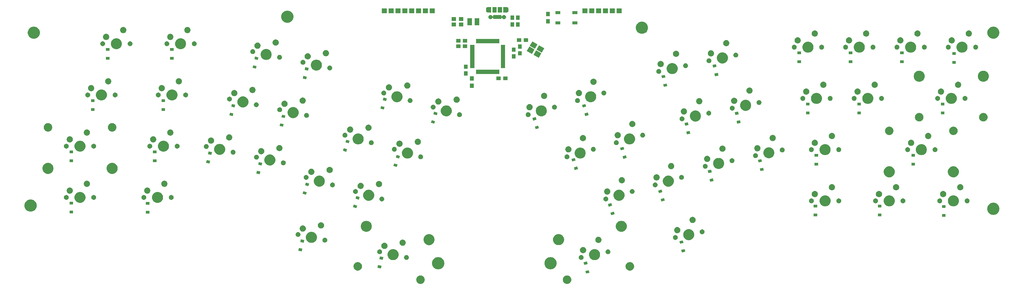
<source format=gbs>
G04 #@! TF.GenerationSoftware,KiCad,Pcbnew,(5.1.2)-1*
G04 #@! TF.CreationDate,2019-07-31T01:32:42-07:00*
G04 #@! TF.ProjectId,arisu,61726973-752e-46b6-9963-61645f706362,1.1*
G04 #@! TF.SameCoordinates,Original*
G04 #@! TF.FileFunction,Soldermask,Bot*
G04 #@! TF.FilePolarity,Negative*
%FSLAX46Y46*%
G04 Gerber Fmt 4.6, Leading zero omitted, Abs format (unit mm)*
G04 Created by KiCad (PCBNEW (5.1.2)-1) date 2019-07-31 01:32:42*
%MOMM*%
%LPD*%
G04 APERTURE LIST*
%ADD10C,0.100000*%
G04 APERTURE END LIST*
D10*
G36*
X178226975Y-135533416D02*
G01*
X178455594Y-135578890D01*
X178742408Y-135697693D01*
X179000534Y-135870167D01*
X179220051Y-136089684D01*
X179392525Y-136347810D01*
X179511328Y-136634624D01*
X179556802Y-136863243D01*
X179571507Y-136937164D01*
X179571892Y-136939104D01*
X179571892Y-137249548D01*
X179511328Y-137554028D01*
X179392525Y-137840842D01*
X179220051Y-138098968D01*
X179000534Y-138318485D01*
X178742408Y-138490959D01*
X178455594Y-138609762D01*
X178226975Y-138655236D01*
X178151116Y-138670326D01*
X177840668Y-138670326D01*
X177764809Y-138655236D01*
X177536190Y-138609762D01*
X177249376Y-138490959D01*
X176991250Y-138318485D01*
X176771733Y-138098968D01*
X176599259Y-137840842D01*
X176480456Y-137554028D01*
X176419892Y-137249548D01*
X176419892Y-136939104D01*
X176420278Y-136937164D01*
X176434982Y-136863243D01*
X176480456Y-136634624D01*
X176599259Y-136347810D01*
X176771733Y-136089684D01*
X176991250Y-135870167D01*
X177249376Y-135697693D01*
X177536190Y-135578890D01*
X177764809Y-135533416D01*
X177840668Y-135518326D01*
X178151116Y-135518326D01*
X178226975Y-135533416D01*
X178226975Y-135533416D01*
G37*
G36*
X232615376Y-135531478D02*
G01*
X232843995Y-135576952D01*
X233130809Y-135695755D01*
X233388935Y-135868229D01*
X233608452Y-136087746D01*
X233780926Y-136345872D01*
X233899729Y-136632686D01*
X233945203Y-136861305D01*
X233960293Y-136937164D01*
X233960293Y-137247612D01*
X233945203Y-137323471D01*
X233899729Y-137552090D01*
X233780926Y-137838904D01*
X233608452Y-138097030D01*
X233388935Y-138316547D01*
X233130809Y-138489021D01*
X232843995Y-138607824D01*
X232615376Y-138653298D01*
X232539517Y-138668388D01*
X232229069Y-138668388D01*
X232153210Y-138653298D01*
X231924591Y-138607824D01*
X231637777Y-138489021D01*
X231379651Y-138316547D01*
X231160134Y-138097030D01*
X230987660Y-137838904D01*
X230868857Y-137552090D01*
X230823383Y-137323471D01*
X230808293Y-137247612D01*
X230808293Y-136937164D01*
X230823383Y-136861305D01*
X230868857Y-136632686D01*
X230987660Y-136345872D01*
X231160134Y-136087746D01*
X231379651Y-135868229D01*
X231637777Y-135695755D01*
X231924591Y-135576952D01*
X232153210Y-135531478D01*
X232229069Y-135516388D01*
X232539517Y-135516388D01*
X232615376Y-135531478D01*
X232615376Y-135531478D01*
G37*
G36*
X240680382Y-134538064D02*
G01*
X239406833Y-134808765D01*
X239198506Y-133828660D01*
X240472055Y-133557959D01*
X240680382Y-134538064D01*
X240680382Y-134538064D01*
G37*
G36*
X154947062Y-130585117D02*
G01*
X155175681Y-130630591D01*
X155462495Y-130749394D01*
X155720621Y-130921868D01*
X155940138Y-131141385D01*
X156112612Y-131399511D01*
X156231415Y-131686325D01*
X156276889Y-131914944D01*
X156291594Y-131988866D01*
X156291979Y-131990805D01*
X156291979Y-132301249D01*
X156231415Y-132605729D01*
X156112612Y-132892543D01*
X155940138Y-133150669D01*
X155720621Y-133370186D01*
X155462495Y-133542660D01*
X155175681Y-133661463D01*
X154947062Y-133706937D01*
X154871203Y-133722027D01*
X154560755Y-133722027D01*
X154484896Y-133706937D01*
X154256277Y-133661463D01*
X153969463Y-133542660D01*
X153711337Y-133370186D01*
X153491820Y-133150669D01*
X153319346Y-132892543D01*
X153200543Y-132605729D01*
X153139979Y-132301249D01*
X153139979Y-131990805D01*
X153140365Y-131988866D01*
X153155069Y-131914944D01*
X153200543Y-131686325D01*
X153319346Y-131399511D01*
X153491820Y-131141385D01*
X153711337Y-130921868D01*
X153969463Y-130749394D01*
X154256277Y-130630591D01*
X154484896Y-130585117D01*
X154560755Y-130570027D01*
X154871203Y-130570027D01*
X154947062Y-130585117D01*
X154947062Y-130585117D01*
G37*
G36*
X255895289Y-130583180D02*
G01*
X256123908Y-130628654D01*
X256410722Y-130747457D01*
X256668848Y-130919931D01*
X256888365Y-131139448D01*
X257060839Y-131397574D01*
X257179642Y-131684388D01*
X257225116Y-131913007D01*
X257240206Y-131988866D01*
X257240206Y-132299314D01*
X257225116Y-132375173D01*
X257179642Y-132603792D01*
X257060839Y-132890606D01*
X256888365Y-133148732D01*
X256668848Y-133368249D01*
X256410722Y-133540723D01*
X256123908Y-133659526D01*
X255895289Y-133705000D01*
X255819430Y-133720090D01*
X255508982Y-133720090D01*
X255433123Y-133705000D01*
X255204504Y-133659526D01*
X254917690Y-133540723D01*
X254659564Y-133368249D01*
X254440047Y-133148732D01*
X254267573Y-132890606D01*
X254148770Y-132603792D01*
X254103296Y-132375173D01*
X254088206Y-132299314D01*
X254088206Y-131988866D01*
X254103296Y-131913007D01*
X254148770Y-131684388D01*
X254267573Y-131397574D01*
X254440047Y-131139448D01*
X254659564Y-130919931D01*
X254917690Y-130747457D01*
X255204504Y-130628654D01*
X255433123Y-130583180D01*
X255508982Y-130568090D01*
X255819430Y-130568090D01*
X255895289Y-130583180D01*
X255895289Y-130583180D01*
G37*
G36*
X184823530Y-128729076D02*
G01*
X185204243Y-128804804D01*
X185613899Y-128974489D01*
X185982579Y-129220834D01*
X186296116Y-129534371D01*
X186542461Y-129903051D01*
X186712146Y-130312707D01*
X186787874Y-130693420D01*
X186798623Y-130747457D01*
X186798650Y-130747596D01*
X186798650Y-131191004D01*
X186712146Y-131625893D01*
X186542461Y-132035549D01*
X186296116Y-132404229D01*
X185982579Y-132717766D01*
X185613899Y-132964111D01*
X185204243Y-133133796D01*
X184823530Y-133209524D01*
X184769355Y-133220300D01*
X184325945Y-133220300D01*
X184271770Y-133209524D01*
X183891057Y-133133796D01*
X183481401Y-132964111D01*
X183112721Y-132717766D01*
X182799184Y-132404229D01*
X182552839Y-132035549D01*
X182383154Y-131625893D01*
X182296650Y-131191004D01*
X182296650Y-130747596D01*
X182296678Y-130747457D01*
X182307426Y-130693420D01*
X182383154Y-130312707D01*
X182552839Y-129903051D01*
X182799184Y-129534371D01*
X183112721Y-129220834D01*
X183481401Y-128974489D01*
X183891057Y-128804804D01*
X184271770Y-128729076D01*
X184325945Y-128718300D01*
X184769355Y-128718300D01*
X184823530Y-128729076D01*
X184823530Y-128729076D01*
G37*
G36*
X226495580Y-128729076D02*
G01*
X226876293Y-128804804D01*
X227285949Y-128974489D01*
X227654629Y-129220834D01*
X227968166Y-129534371D01*
X228214511Y-129903051D01*
X228384196Y-130312707D01*
X228459924Y-130693420D01*
X228470673Y-130747457D01*
X228470700Y-130747596D01*
X228470700Y-131191004D01*
X228384196Y-131625893D01*
X228214511Y-132035549D01*
X227968166Y-132404229D01*
X227654629Y-132717766D01*
X227285949Y-132964111D01*
X226876293Y-133133796D01*
X226495580Y-133209524D01*
X226441405Y-133220300D01*
X225997995Y-133220300D01*
X225943820Y-133209524D01*
X225563107Y-133133796D01*
X225153451Y-132964111D01*
X224784771Y-132717766D01*
X224471234Y-132404229D01*
X224224889Y-132035549D01*
X224055204Y-131625893D01*
X223968700Y-131191004D01*
X223968700Y-130747596D01*
X223968728Y-130747457D01*
X223979476Y-130693420D01*
X224055204Y-130312707D01*
X224224889Y-129903051D01*
X224471234Y-129534371D01*
X224784771Y-129220834D01*
X225153451Y-128974489D01*
X225563107Y-128804804D01*
X225943820Y-128729076D01*
X225997995Y-128718300D01*
X226441405Y-128718300D01*
X226495580Y-128729076D01*
X226495580Y-128729076D01*
G37*
G36*
X163514194Y-131928542D02*
G01*
X163305867Y-132908647D01*
X162032318Y-132637946D01*
X162039578Y-132603792D01*
X162081996Y-132404228D01*
X162240645Y-131657841D01*
X163514194Y-131928542D01*
X163514194Y-131928542D01*
G37*
G36*
X239994274Y-131310176D02*
G01*
X238720725Y-131580877D01*
X238512398Y-130600772D01*
X239785947Y-130330071D01*
X239994274Y-131310176D01*
X239994274Y-131310176D01*
G37*
G36*
X168409571Y-125800961D02*
G01*
X168782828Y-125955569D01*
X168782830Y-125955570D01*
X169118753Y-126180027D01*
X169404433Y-126465707D01*
X169472374Y-126567387D01*
X169628891Y-126801632D01*
X169783499Y-127174889D01*
X169862317Y-127571136D01*
X169862317Y-127975150D01*
X169783499Y-128371397D01*
X169647116Y-128700654D01*
X169628890Y-128744656D01*
X169404433Y-129080579D01*
X169118753Y-129366259D01*
X168782830Y-129590716D01*
X168782829Y-129590717D01*
X168782828Y-129590717D01*
X168409571Y-129745325D01*
X168013324Y-129824143D01*
X167609310Y-129824143D01*
X167213063Y-129745325D01*
X166839806Y-129590717D01*
X166839805Y-129590717D01*
X166839804Y-129590716D01*
X166503881Y-129366259D01*
X166218201Y-129080579D01*
X165993744Y-128744656D01*
X165975518Y-128700654D01*
X165839135Y-128371397D01*
X165760317Y-127975150D01*
X165760317Y-127571136D01*
X165839135Y-127174889D01*
X165993743Y-126801632D01*
X166150261Y-126567387D01*
X166218201Y-126465707D01*
X166503881Y-126180027D01*
X166839804Y-125955570D01*
X166839806Y-125955569D01*
X167213063Y-125800961D01*
X167609310Y-125722143D01*
X168013324Y-125722143D01*
X168409571Y-125800961D01*
X168409571Y-125800961D01*
G37*
G36*
X243167122Y-125799023D02*
G01*
X243540379Y-125953631D01*
X243540381Y-125953632D01*
X243876304Y-126178089D01*
X244161984Y-126463769D01*
X244386442Y-126799694D01*
X244541050Y-127172951D01*
X244619868Y-127569198D01*
X244619868Y-127973212D01*
X244541050Y-128369459D01*
X244403864Y-128700655D01*
X244386441Y-128742718D01*
X244161984Y-129078641D01*
X243876304Y-129364321D01*
X243540381Y-129588778D01*
X243540380Y-129588779D01*
X243540379Y-129588779D01*
X243167122Y-129743387D01*
X242770875Y-129822205D01*
X242366861Y-129822205D01*
X241970614Y-129743387D01*
X241597357Y-129588779D01*
X241597356Y-129588779D01*
X241597355Y-129588778D01*
X241261432Y-129364321D01*
X240975752Y-129078641D01*
X240751295Y-128742718D01*
X240733872Y-128700655D01*
X240596686Y-128369459D01*
X240517868Y-127973212D01*
X240517868Y-127569198D01*
X240596686Y-127172951D01*
X240751294Y-126799694D01*
X240975752Y-126463769D01*
X241261432Y-126178089D01*
X241597355Y-125953632D01*
X241597357Y-125953631D01*
X241970614Y-125799023D01*
X242366861Y-125720205D01*
X242770875Y-125720205D01*
X243167122Y-125799023D01*
X243167122Y-125799023D01*
G37*
G36*
X172893819Y-127933262D02*
G01*
X173043119Y-127962959D01*
X173207091Y-128030879D01*
X173354661Y-128129482D01*
X173480160Y-128254981D01*
X173578763Y-128402551D01*
X173646683Y-128566523D01*
X173673363Y-128700654D01*
X173680922Y-128738655D01*
X173681307Y-128740594D01*
X173681307Y-128918076D01*
X173646683Y-129092147D01*
X173578763Y-129256119D01*
X173480160Y-129403689D01*
X173354661Y-129529188D01*
X173207091Y-129627791D01*
X173043119Y-129695711D01*
X172893819Y-129725408D01*
X172869049Y-129730335D01*
X172691565Y-129730335D01*
X172666795Y-129725408D01*
X172517495Y-129695711D01*
X172353523Y-129627791D01*
X172205953Y-129529188D01*
X172080454Y-129403689D01*
X171981851Y-129256119D01*
X171913931Y-129092147D01*
X171879307Y-128918076D01*
X171879307Y-128740594D01*
X171879693Y-128738655D01*
X171887251Y-128700654D01*
X171913931Y-128566523D01*
X171981851Y-128402551D01*
X172080454Y-128254981D01*
X172205953Y-128129482D01*
X172353523Y-128030879D01*
X172517495Y-127962959D01*
X172666795Y-127933262D01*
X172691565Y-127928335D01*
X172869049Y-127928335D01*
X172893819Y-127933262D01*
X172893819Y-127933262D01*
G37*
G36*
X237713390Y-127931324D02*
G01*
X237862690Y-127961021D01*
X238026662Y-128028941D01*
X238174232Y-128127544D01*
X238299731Y-128253043D01*
X238398334Y-128400613D01*
X238466254Y-128564585D01*
X238493319Y-128700654D01*
X238500878Y-128738655D01*
X238500878Y-128916139D01*
X238495951Y-128940909D01*
X238466254Y-129090209D01*
X238398334Y-129254181D01*
X238299731Y-129401751D01*
X238174232Y-129527250D01*
X238026662Y-129625853D01*
X237862690Y-129693773D01*
X237713390Y-129723470D01*
X237688620Y-129728397D01*
X237511136Y-129728397D01*
X237486366Y-129723470D01*
X237337066Y-129693773D01*
X237173094Y-129625853D01*
X237025524Y-129527250D01*
X236900025Y-129401751D01*
X236801422Y-129254181D01*
X236733502Y-129090209D01*
X236703805Y-128940909D01*
X236698878Y-128916139D01*
X236698878Y-128738655D01*
X236706437Y-128700654D01*
X236733502Y-128564585D01*
X236801422Y-128400613D01*
X236900025Y-128253043D01*
X237025524Y-128127544D01*
X237173094Y-128028941D01*
X237337066Y-127961021D01*
X237486366Y-127931324D01*
X237511136Y-127926397D01*
X237688620Y-127926397D01*
X237713390Y-127931324D01*
X237713390Y-127931324D01*
G37*
G36*
X164200302Y-128700654D02*
G01*
X164200302Y-128700655D01*
X164191361Y-128742718D01*
X163991975Y-129680759D01*
X162718426Y-129410058D01*
X162926753Y-128429953D01*
X164200302Y-128700654D01*
X164200302Y-128700654D01*
G37*
G36*
X162955839Y-125820879D02*
G01*
X163105139Y-125850576D01*
X163269111Y-125918496D01*
X163416681Y-126017099D01*
X163542180Y-126142598D01*
X163640783Y-126290168D01*
X163708703Y-126454140D01*
X163738400Y-126603440D01*
X163742942Y-126626272D01*
X163743327Y-126628211D01*
X163743327Y-126805693D01*
X163708703Y-126979764D01*
X163640783Y-127143736D01*
X163542180Y-127291306D01*
X163416681Y-127416805D01*
X163269111Y-127515408D01*
X163105139Y-127583328D01*
X162955839Y-127613025D01*
X162931069Y-127617952D01*
X162753585Y-127617952D01*
X162728815Y-127613025D01*
X162579515Y-127583328D01*
X162415543Y-127515408D01*
X162267973Y-127416805D01*
X162142474Y-127291306D01*
X162043871Y-127143736D01*
X161975951Y-126979764D01*
X161941327Y-126805693D01*
X161941327Y-126628211D01*
X161941713Y-126626272D01*
X161946254Y-126603440D01*
X161975951Y-126454140D01*
X162043871Y-126290168D01*
X162142474Y-126142598D01*
X162267973Y-126017099D01*
X162415543Y-125918496D01*
X162579515Y-125850576D01*
X162728815Y-125820879D01*
X162753585Y-125815952D01*
X162931069Y-125815952D01*
X162955839Y-125820879D01*
X162955839Y-125820879D01*
G37*
G36*
X247651369Y-125818941D02*
G01*
X247800669Y-125848638D01*
X247964641Y-125916558D01*
X248112211Y-126015161D01*
X248237710Y-126140660D01*
X248336313Y-126288230D01*
X248404233Y-126452202D01*
X248427144Y-126567386D01*
X248438857Y-126626272D01*
X248438857Y-126803756D01*
X248437103Y-126812573D01*
X248404233Y-126977826D01*
X248336313Y-127141798D01*
X248237710Y-127289368D01*
X248112211Y-127414867D01*
X247964641Y-127513470D01*
X247800669Y-127581390D01*
X247651369Y-127611087D01*
X247626599Y-127616014D01*
X247449115Y-127616014D01*
X247424345Y-127611087D01*
X247275045Y-127581390D01*
X247111073Y-127513470D01*
X246963503Y-127414867D01*
X246838004Y-127289368D01*
X246739401Y-127141798D01*
X246671481Y-126977826D01*
X246638611Y-126812573D01*
X246636857Y-126803756D01*
X246636857Y-126626272D01*
X246648570Y-126567386D01*
X246671481Y-126452202D01*
X246739401Y-126288230D01*
X246838004Y-126140660D01*
X246963503Y-126015161D01*
X247111073Y-125916558D01*
X247275045Y-125848638D01*
X247424345Y-125818941D01*
X247449115Y-125814014D01*
X247626599Y-125814014D01*
X247651369Y-125818941D01*
X247651369Y-125818941D01*
G37*
G36*
X238538579Y-124949970D02*
G01*
X238649764Y-124972086D01*
X238859233Y-125058851D01*
X239047750Y-125184814D01*
X239208070Y-125345134D01*
X239334033Y-125533651D01*
X239420798Y-125743120D01*
X239465030Y-125965490D01*
X239465030Y-126192218D01*
X239420798Y-126414588D01*
X239334033Y-126624057D01*
X239208070Y-126812574D01*
X239047750Y-126972894D01*
X238859233Y-127098857D01*
X238649764Y-127185622D01*
X238538579Y-127207738D01*
X238427395Y-127229854D01*
X238200665Y-127229854D01*
X238089481Y-127207738D01*
X237978296Y-127185622D01*
X237768827Y-127098857D01*
X237580310Y-126972894D01*
X237419990Y-126812574D01*
X237294027Y-126624057D01*
X237207262Y-126414588D01*
X237163030Y-126192218D01*
X237163030Y-125965490D01*
X237207262Y-125743120D01*
X237294027Y-125533651D01*
X237419990Y-125345134D01*
X237580310Y-125184814D01*
X237768827Y-125058851D01*
X237978296Y-124972086D01*
X238089481Y-124949970D01*
X238200665Y-124927854D01*
X238427395Y-124927854D01*
X238538579Y-124949970D01*
X238538579Y-124949970D01*
G37*
G36*
X276226018Y-126678621D02*
G01*
X274952469Y-126949322D01*
X274754320Y-126017100D01*
X274744142Y-125969218D01*
X274744142Y-125969217D01*
X276017691Y-125698516D01*
X276226018Y-126678621D01*
X276226018Y-126678621D01*
G37*
G36*
X134168524Y-125587282D02*
G01*
X133960197Y-126567387D01*
X132686648Y-126296686D01*
X132894975Y-125316581D01*
X134168524Y-125587282D01*
X134168524Y-125587282D01*
G37*
G36*
X164837219Y-123367621D02*
G01*
X164948404Y-123389737D01*
X165157873Y-123476502D01*
X165346390Y-123602465D01*
X165506710Y-123762785D01*
X165632673Y-123951302D01*
X165719438Y-124160771D01*
X165763670Y-124383141D01*
X165763670Y-124609869D01*
X165719438Y-124832239D01*
X165632673Y-125041708D01*
X165506710Y-125230225D01*
X165346390Y-125390545D01*
X165157873Y-125516508D01*
X164948404Y-125603273D01*
X164837219Y-125625389D01*
X164726035Y-125647505D01*
X164499305Y-125647505D01*
X164388121Y-125625389D01*
X164276936Y-125603273D01*
X164067467Y-125516508D01*
X163878950Y-125390545D01*
X163718630Y-125230225D01*
X163592667Y-125041708D01*
X163505902Y-124832239D01*
X163461670Y-124609869D01*
X163461670Y-124383141D01*
X163505902Y-124160771D01*
X163592667Y-123951302D01*
X163718630Y-123762785D01*
X163878950Y-123602465D01*
X164067467Y-123476502D01*
X164276936Y-123389737D01*
X164388121Y-123367621D01*
X164499305Y-123345505D01*
X164726035Y-123345505D01*
X164837219Y-123367621D01*
X164837219Y-123367621D01*
G37*
G36*
X171565276Y-122201122D02*
G01*
X171687737Y-122225481D01*
X171792900Y-122269041D01*
X171880061Y-122305144D01*
X171897206Y-122312246D01*
X172085723Y-122438209D01*
X172246043Y-122598529D01*
X172372006Y-122787046D01*
X172458771Y-122996515D01*
X172503003Y-123218885D01*
X172503003Y-123445613D01*
X172458771Y-123667983D01*
X172372006Y-123877452D01*
X172246043Y-124065969D01*
X172085723Y-124226289D01*
X171897206Y-124352252D01*
X171687737Y-124439017D01*
X171576552Y-124461133D01*
X171465368Y-124483249D01*
X171238638Y-124483249D01*
X171127454Y-124461133D01*
X171016269Y-124439017D01*
X170806800Y-124352252D01*
X170618283Y-124226289D01*
X170457963Y-124065969D01*
X170332000Y-123877452D01*
X170245235Y-123667983D01*
X170201003Y-123445613D01*
X170201003Y-123218885D01*
X170245235Y-122996515D01*
X170332000Y-122787046D01*
X170457963Y-122598529D01*
X170618283Y-122438209D01*
X170806800Y-122312246D01*
X170823946Y-122305144D01*
X170911106Y-122269041D01*
X171016269Y-122225481D01*
X171138730Y-122201122D01*
X171238638Y-122181249D01*
X171465368Y-122181249D01*
X171565276Y-122201122D01*
X171565276Y-122201122D01*
G37*
G36*
X181762720Y-120215174D02*
G01*
X182135977Y-120369782D01*
X182135979Y-120369783D01*
X182471902Y-120594240D01*
X182757582Y-120879920D01*
X182931265Y-121139854D01*
X182982040Y-121215845D01*
X183136648Y-121589102D01*
X183215466Y-121985349D01*
X183215466Y-122389363D01*
X183136648Y-122785610D01*
X183044597Y-123007840D01*
X182982039Y-123158869D01*
X182757582Y-123494792D01*
X182471902Y-123780472D01*
X182135979Y-124004929D01*
X182135978Y-124004930D01*
X182135977Y-124004930D01*
X181762720Y-124159538D01*
X181366473Y-124238356D01*
X180962459Y-124238356D01*
X180566212Y-124159538D01*
X180192955Y-124004930D01*
X180192954Y-124004930D01*
X180192953Y-124004929D01*
X179857030Y-123780472D01*
X179571350Y-123494792D01*
X179346893Y-123158869D01*
X179284335Y-123007840D01*
X179192284Y-122785610D01*
X179113466Y-122389363D01*
X179113466Y-121985349D01*
X179192284Y-121589102D01*
X179346892Y-121215845D01*
X179397668Y-121139854D01*
X179571350Y-120879920D01*
X179857030Y-120594240D01*
X180192953Y-120369783D01*
X180192955Y-120369782D01*
X180566212Y-120215174D01*
X180962459Y-120136356D01*
X181366473Y-120136356D01*
X181762720Y-120215174D01*
X181762720Y-120215174D01*
G37*
G36*
X229813973Y-120213236D02*
G01*
X230183222Y-120366184D01*
X230187232Y-120367845D01*
X230523155Y-120592302D01*
X230808835Y-120877982D01*
X230989175Y-121147879D01*
X231033293Y-121213907D01*
X231187901Y-121587164D01*
X231266719Y-121983411D01*
X231266719Y-122387425D01*
X231187901Y-122783672D01*
X231033293Y-123156929D01*
X231033292Y-123156931D01*
X230808835Y-123492854D01*
X230523155Y-123778534D01*
X230187232Y-124002991D01*
X230187231Y-124002992D01*
X230187230Y-124002992D01*
X229813973Y-124157600D01*
X229417726Y-124236418D01*
X229013712Y-124236418D01*
X228617465Y-124157600D01*
X228244208Y-124002992D01*
X228244207Y-124002992D01*
X228244206Y-124002991D01*
X227908283Y-123778534D01*
X227622603Y-123492854D01*
X227398146Y-123156931D01*
X227398145Y-123156929D01*
X227243537Y-122783672D01*
X227164719Y-122387425D01*
X227164719Y-121983411D01*
X227243537Y-121587164D01*
X227398145Y-121213907D01*
X227442264Y-121147879D01*
X227622603Y-120877982D01*
X227908283Y-120592302D01*
X228244206Y-120367845D01*
X228248216Y-120366184D01*
X228617465Y-120213236D01*
X229013712Y-120134418D01*
X229417726Y-120134418D01*
X229813973Y-120213236D01*
X229813973Y-120213236D01*
G37*
G36*
X275479847Y-123168160D02*
G01*
X275526724Y-123388695D01*
X275539910Y-123450733D01*
X274266361Y-123721434D01*
X274058034Y-122741329D01*
X275331583Y-122470628D01*
X275479847Y-123168160D01*
X275479847Y-123168160D01*
G37*
G36*
X244173719Y-121135688D02*
G01*
X244332905Y-121167352D01*
X244542374Y-121254117D01*
X244730891Y-121380080D01*
X244891211Y-121540400D01*
X245017174Y-121728917D01*
X245103939Y-121938386D01*
X245111624Y-121977020D01*
X245148171Y-122160755D01*
X245148171Y-122387485D01*
X245129246Y-122482627D01*
X245103939Y-122609854D01*
X245017174Y-122819323D01*
X244891211Y-123007840D01*
X244730891Y-123168160D01*
X244542374Y-123294123D01*
X244332905Y-123380888D01*
X244221720Y-123403004D01*
X244110536Y-123425120D01*
X243883806Y-123425120D01*
X243772622Y-123403004D01*
X243661437Y-123380888D01*
X243451968Y-123294123D01*
X243263451Y-123168160D01*
X243103131Y-123007840D01*
X242977168Y-122819323D01*
X242890403Y-122609854D01*
X242865096Y-122482627D01*
X242846171Y-122387485D01*
X242846171Y-122160755D01*
X242882718Y-121977020D01*
X242890403Y-121938386D01*
X242977168Y-121728917D01*
X243103131Y-121540400D01*
X243263451Y-121380080D01*
X243451968Y-121254117D01*
X243661437Y-121167352D01*
X243820623Y-121135688D01*
X243883806Y-121123120D01*
X244110536Y-121123120D01*
X244173719Y-121135688D01*
X244173719Y-121135688D01*
G37*
G36*
X138133501Y-119365513D02*
G01*
X138417253Y-119483047D01*
X138506760Y-119520122D01*
X138842683Y-119744579D01*
X139128363Y-120030259D01*
X139250625Y-120213236D01*
X139352821Y-120366184D01*
X139507429Y-120739441D01*
X139586247Y-121135688D01*
X139586247Y-121539702D01*
X139507429Y-121935949D01*
X139354503Y-122305145D01*
X139352820Y-122309208D01*
X139128363Y-122645131D01*
X138842683Y-122930811D01*
X138506760Y-123155268D01*
X138506759Y-123155269D01*
X138506758Y-123155269D01*
X138133501Y-123309877D01*
X137737254Y-123388695D01*
X137333240Y-123388695D01*
X136936993Y-123309877D01*
X136563736Y-123155269D01*
X136563735Y-123155269D01*
X136563734Y-123155268D01*
X136227811Y-122930811D01*
X135942131Y-122645131D01*
X135717674Y-122309208D01*
X135715991Y-122305145D01*
X135563065Y-121935949D01*
X135484247Y-121539702D01*
X135484247Y-121135688D01*
X135563065Y-120739441D01*
X135717673Y-120366184D01*
X135819870Y-120213236D01*
X135942131Y-120030259D01*
X136227811Y-119744579D01*
X136563734Y-119520122D01*
X136653241Y-119483047D01*
X136936993Y-119365513D01*
X137333240Y-119286695D01*
X137737254Y-119286695D01*
X138133501Y-119365513D01*
X138133501Y-119365513D01*
G37*
G36*
X134854632Y-122359394D02*
G01*
X134854632Y-122359395D01*
X134830989Y-122470628D01*
X134646305Y-123339499D01*
X133372756Y-123068798D01*
X133581083Y-122088693D01*
X134854632Y-122359394D01*
X134854632Y-122359394D01*
G37*
G36*
X142617749Y-121497813D02*
G01*
X142767049Y-121527510D01*
X142931021Y-121595430D01*
X143078591Y-121694033D01*
X143204090Y-121819532D01*
X143302693Y-121967102D01*
X143370613Y-122131074D01*
X143405237Y-122305145D01*
X143405237Y-122482627D01*
X143370613Y-122656698D01*
X143302693Y-122820670D01*
X143204090Y-122968240D01*
X143078591Y-123093739D01*
X142931021Y-123192342D01*
X142767049Y-123260262D01*
X142617749Y-123289959D01*
X142592979Y-123294886D01*
X142415495Y-123294886D01*
X142390725Y-123289959D01*
X142241425Y-123260262D01*
X142077453Y-123192342D01*
X141929883Y-123093739D01*
X141804384Y-122968240D01*
X141705781Y-122820670D01*
X141637861Y-122656698D01*
X141603237Y-122482627D01*
X141603237Y-122305145D01*
X141637861Y-122131074D01*
X141705781Y-121967102D01*
X141804384Y-121819532D01*
X141929883Y-121694033D01*
X142077453Y-121595430D01*
X142241425Y-121527510D01*
X142390725Y-121497813D01*
X142415495Y-121492886D01*
X142592979Y-121492886D01*
X142617749Y-121497813D01*
X142617749Y-121497813D01*
G37*
G36*
X278109480Y-118374293D02*
G01*
X278393232Y-118491827D01*
X278482739Y-118528902D01*
X278818662Y-118753359D01*
X279104342Y-119039039D01*
X279219403Y-119211239D01*
X279328800Y-119374964D01*
X279483408Y-119748221D01*
X279562226Y-120144468D01*
X279562226Y-120548482D01*
X279483408Y-120944729D01*
X279330482Y-121313925D01*
X279328799Y-121317988D01*
X279104342Y-121653911D01*
X278818662Y-121939591D01*
X278482739Y-122164048D01*
X278482738Y-122164049D01*
X278482737Y-122164049D01*
X278109480Y-122318657D01*
X277713233Y-122397475D01*
X277309219Y-122397475D01*
X276912972Y-122318657D01*
X276539715Y-122164049D01*
X276539714Y-122164049D01*
X276539713Y-122164048D01*
X276203790Y-121939591D01*
X275918110Y-121653911D01*
X275693653Y-121317988D01*
X275691970Y-121313925D01*
X275539044Y-120944729D01*
X275460226Y-120548482D01*
X275460226Y-120144468D01*
X275539044Y-119748221D01*
X275693652Y-119374964D01*
X275803050Y-119211239D01*
X275918110Y-119039039D01*
X276203790Y-118753359D01*
X276539713Y-118528902D01*
X276629220Y-118491827D01*
X276912972Y-118374293D01*
X277309219Y-118295475D01*
X277713233Y-118295475D01*
X278109480Y-118374293D01*
X278109480Y-118374293D01*
G37*
G36*
X272655748Y-120506593D02*
G01*
X272805048Y-120536290D01*
X272969020Y-120604210D01*
X273116590Y-120702813D01*
X273242089Y-120828312D01*
X273340692Y-120975882D01*
X273408612Y-121139854D01*
X273443236Y-121313925D01*
X273443236Y-121491407D01*
X273408612Y-121665478D01*
X273340692Y-121829450D01*
X273242089Y-121977020D01*
X273116590Y-122102519D01*
X272969020Y-122201122D01*
X272805048Y-122269042D01*
X272655748Y-122298739D01*
X272630978Y-122303666D01*
X272453494Y-122303666D01*
X272428724Y-122298739D01*
X272279424Y-122269042D01*
X272115452Y-122201122D01*
X271967882Y-122102519D01*
X271842383Y-121977020D01*
X271743780Y-121829450D01*
X271675860Y-121665478D01*
X271641236Y-121491407D01*
X271641236Y-121313925D01*
X271675860Y-121139854D01*
X271743780Y-120975882D01*
X271842383Y-120828312D01*
X271967882Y-120702813D01*
X272115452Y-120604210D01*
X272279424Y-120536290D01*
X272428724Y-120506593D01*
X272453494Y-120501666D01*
X272630978Y-120501666D01*
X272655748Y-120506593D01*
X272655748Y-120506593D01*
G37*
G36*
X132679769Y-119385430D02*
G01*
X132829069Y-119415127D01*
X132993041Y-119483047D01*
X133140611Y-119581650D01*
X133266110Y-119707149D01*
X133364713Y-119854719D01*
X133432633Y-120018691D01*
X133467257Y-120192762D01*
X133467257Y-120370244D01*
X133432633Y-120544315D01*
X133364713Y-120708287D01*
X133266110Y-120855857D01*
X133140611Y-120981356D01*
X132993041Y-121079959D01*
X132829069Y-121147879D01*
X132679769Y-121177576D01*
X132654999Y-121182503D01*
X132477515Y-121182503D01*
X132452745Y-121177576D01*
X132303445Y-121147879D01*
X132139473Y-121079959D01*
X131991903Y-120981356D01*
X131866404Y-120855857D01*
X131767801Y-120708287D01*
X131699881Y-120544315D01*
X131665257Y-120370244D01*
X131665257Y-120192762D01*
X131699881Y-120018691D01*
X131767801Y-119854719D01*
X131866404Y-119707149D01*
X131991903Y-119581650D01*
X132139473Y-119483047D01*
X132303445Y-119415127D01*
X132452745Y-119385430D01*
X132477515Y-119380503D01*
X132654999Y-119380503D01*
X132679769Y-119385430D01*
X132679769Y-119385430D01*
G37*
G36*
X282593728Y-118394210D02*
G01*
X282743028Y-118423907D01*
X282907000Y-118491827D01*
X283054570Y-118590430D01*
X283180069Y-118715929D01*
X283278672Y-118863499D01*
X283346592Y-119027471D01*
X283381216Y-119201542D01*
X283381216Y-119379024D01*
X283346592Y-119553095D01*
X283278672Y-119717067D01*
X283180069Y-119864637D01*
X283054570Y-119990136D01*
X282907000Y-120088739D01*
X282743028Y-120156659D01*
X282593728Y-120186356D01*
X282568958Y-120191283D01*
X282391474Y-120191283D01*
X282366704Y-120186356D01*
X282217404Y-120156659D01*
X282053432Y-120088739D01*
X281905862Y-119990136D01*
X281780363Y-119864637D01*
X281681760Y-119717067D01*
X281613840Y-119553095D01*
X281579216Y-119379024D01*
X281579216Y-119201542D01*
X281613840Y-119027471D01*
X281681760Y-118863499D01*
X281780363Y-118715929D01*
X281905862Y-118590430D01*
X282053432Y-118491827D01*
X282217404Y-118423907D01*
X282366704Y-118394210D01*
X282391474Y-118389283D01*
X282568958Y-118389283D01*
X282593728Y-118394210D01*
X282593728Y-118394210D01*
G37*
G36*
X273480937Y-117525239D02*
G01*
X273592122Y-117547355D01*
X273740238Y-117608707D01*
X273792903Y-117630521D01*
X273801591Y-117634120D01*
X273990108Y-117760083D01*
X274150428Y-117920403D01*
X274276391Y-118108920D01*
X274353665Y-118295475D01*
X274363156Y-118318390D01*
X274407388Y-118540758D01*
X274407388Y-118767488D01*
X274394521Y-118832174D01*
X274363156Y-118989857D01*
X274276391Y-119199326D01*
X274150428Y-119387843D01*
X273990108Y-119548163D01*
X273801591Y-119674126D01*
X273592122Y-119760891D01*
X273480937Y-119783007D01*
X273369753Y-119805123D01*
X273143023Y-119805123D01*
X273031839Y-119783007D01*
X272920654Y-119760891D01*
X272711185Y-119674126D01*
X272522668Y-119548163D01*
X272362348Y-119387843D01*
X272236385Y-119199326D01*
X272149620Y-118989857D01*
X272118255Y-118832174D01*
X272105388Y-118767488D01*
X272105388Y-118540758D01*
X272149620Y-118318390D01*
X272159112Y-118295475D01*
X272236385Y-118108920D01*
X272362348Y-117920403D01*
X272522668Y-117760083D01*
X272711185Y-117634120D01*
X272719874Y-117630521D01*
X272772538Y-117608707D01*
X272920654Y-117547355D01*
X273031839Y-117525239D01*
X273143023Y-117503123D01*
X273369753Y-117503123D01*
X273480937Y-117525239D01*
X273480937Y-117525239D01*
G37*
G36*
X158482807Y-115266876D02*
G01*
X158856064Y-115421484D01*
X158856066Y-115421485D01*
X159097951Y-115583108D01*
X159191989Y-115645942D01*
X159477669Y-115931622D01*
X159702127Y-116267547D01*
X159856735Y-116640804D01*
X159935553Y-117037051D01*
X159935553Y-117441065D01*
X159856735Y-117837312D01*
X159717100Y-118174420D01*
X159702126Y-118210571D01*
X159477669Y-118546494D01*
X159191989Y-118832174D01*
X158856066Y-119056631D01*
X158856065Y-119056632D01*
X158856064Y-119056632D01*
X158482807Y-119211240D01*
X158086560Y-119290058D01*
X157682546Y-119290058D01*
X157286299Y-119211240D01*
X156913042Y-119056632D01*
X156913041Y-119056632D01*
X156913040Y-119056631D01*
X156577117Y-118832174D01*
X156291437Y-118546494D01*
X156066980Y-118210571D01*
X156052006Y-118174420D01*
X155912371Y-117837312D01*
X155833553Y-117441065D01*
X155833553Y-117037051D01*
X155912371Y-116640804D01*
X156066979Y-116267547D01*
X156291437Y-115931622D01*
X156577117Y-115645942D01*
X156671155Y-115583108D01*
X156913040Y-115421485D01*
X156913042Y-115421484D01*
X157286299Y-115266876D01*
X157682546Y-115188058D01*
X158086560Y-115188058D01*
X158482807Y-115266876D01*
X158482807Y-115266876D01*
G37*
G36*
X253093886Y-115264938D02*
G01*
X253467143Y-115419546D01*
X253467145Y-115419547D01*
X253470045Y-115421485D01*
X253803068Y-115644004D01*
X254088748Y-115929684D01*
X254313206Y-116265609D01*
X254467814Y-116638866D01*
X254546632Y-117035113D01*
X254546632Y-117439127D01*
X254467814Y-117835374D01*
X254327376Y-118174421D01*
X254313205Y-118208633D01*
X254088748Y-118544556D01*
X253803068Y-118830236D01*
X253467145Y-119054693D01*
X253467144Y-119054694D01*
X253467143Y-119054694D01*
X253093886Y-119209302D01*
X252697639Y-119288120D01*
X252293625Y-119288120D01*
X251897378Y-119209302D01*
X251524121Y-119054694D01*
X251524120Y-119054694D01*
X251524119Y-119054693D01*
X251188196Y-118830236D01*
X250902516Y-118544556D01*
X250678059Y-118208633D01*
X250663888Y-118174421D01*
X250523450Y-117835374D01*
X250444632Y-117439127D01*
X250444632Y-117035113D01*
X250523450Y-116638866D01*
X250678058Y-116265609D01*
X250902516Y-115929684D01*
X251188196Y-115644004D01*
X251521219Y-115421485D01*
X251524119Y-115419547D01*
X251524121Y-115419546D01*
X251897378Y-115264938D01*
X252293625Y-115186120D01*
X252697639Y-115186120D01*
X253093886Y-115264938D01*
X253093886Y-115264938D01*
G37*
G36*
X134561149Y-116932172D02*
G01*
X134672334Y-116954288D01*
X134807233Y-117010165D01*
X134872142Y-117037051D01*
X134881803Y-117041053D01*
X135070320Y-117167016D01*
X135230640Y-117327336D01*
X135356603Y-117515853D01*
X135443368Y-117725322D01*
X135487600Y-117947692D01*
X135487600Y-118174420D01*
X135443368Y-118396790D01*
X135356603Y-118606259D01*
X135230640Y-118794776D01*
X135070320Y-118955096D01*
X134881803Y-119081059D01*
X134672334Y-119167824D01*
X134561149Y-119189940D01*
X134449965Y-119212056D01*
X134223235Y-119212056D01*
X134112051Y-119189940D01*
X134000866Y-119167824D01*
X133791397Y-119081059D01*
X133602880Y-118955096D01*
X133442560Y-118794776D01*
X133316597Y-118606259D01*
X133229832Y-118396790D01*
X133185600Y-118174420D01*
X133185600Y-117947692D01*
X133229832Y-117725322D01*
X133316597Y-117515853D01*
X133442560Y-117327336D01*
X133602880Y-117167016D01*
X133791397Y-117041053D01*
X133801059Y-117037051D01*
X133865967Y-117010165D01*
X134000866Y-116954288D01*
X134112051Y-116932172D01*
X134223235Y-116910056D01*
X134449965Y-116910056D01*
X134561149Y-116932172D01*
X134561149Y-116932172D01*
G37*
G36*
X141300482Y-115767917D02*
G01*
X141411667Y-115790033D01*
X141559783Y-115851385D01*
X141603257Y-115869392D01*
X141621136Y-115876798D01*
X141809653Y-116002761D01*
X141969973Y-116163081D01*
X142095936Y-116351598D01*
X142095937Y-116351600D01*
X142182701Y-116561068D01*
X142226933Y-116783436D01*
X142226933Y-117010166D01*
X142182701Y-117232534D01*
X142096326Y-117441064D01*
X142095936Y-117442004D01*
X141969973Y-117630521D01*
X141809653Y-117790841D01*
X141621136Y-117916804D01*
X141621135Y-117916805D01*
X141621134Y-117916805D01*
X141612445Y-117920404D01*
X141411667Y-118003569D01*
X141300482Y-118025685D01*
X141189298Y-118047801D01*
X140962568Y-118047801D01*
X140851384Y-118025685D01*
X140740199Y-118003569D01*
X140539421Y-117920404D01*
X140530732Y-117916805D01*
X140530731Y-117916805D01*
X140530730Y-117916804D01*
X140342213Y-117790841D01*
X140181893Y-117630521D01*
X140055930Y-117442004D01*
X140055541Y-117441064D01*
X139969165Y-117232534D01*
X139924933Y-117010166D01*
X139924933Y-116783436D01*
X139969165Y-116561068D01*
X140055929Y-116351600D01*
X140055930Y-116351598D01*
X140181893Y-116163081D01*
X140342213Y-116002761D01*
X140530730Y-115876798D01*
X140548610Y-115869392D01*
X140592083Y-115851385D01*
X140740199Y-115790033D01*
X140851384Y-115767917D01*
X140962568Y-115745801D01*
X141189298Y-115745801D01*
X141300482Y-115767917D01*
X141300482Y-115767917D01*
G37*
G36*
X279164078Y-113720505D02*
G01*
X279275263Y-113742621D01*
X279484732Y-113829386D01*
X279673249Y-113955349D01*
X279833569Y-114115669D01*
X279959532Y-114304186D01*
X280046297Y-114513655D01*
X280090529Y-114736025D01*
X280090529Y-114962753D01*
X280046297Y-115185123D01*
X279959532Y-115394592D01*
X279833569Y-115583109D01*
X279673249Y-115743429D01*
X279484732Y-115869392D01*
X279484731Y-115869393D01*
X279484730Y-115869393D01*
X279423379Y-115894805D01*
X279275263Y-115956157D01*
X279164078Y-115978273D01*
X279052894Y-116000389D01*
X278826164Y-116000389D01*
X278714980Y-115978273D01*
X278603795Y-115956157D01*
X278455679Y-115894805D01*
X278394328Y-115869393D01*
X278394327Y-115869393D01*
X278394326Y-115869392D01*
X278205809Y-115743429D01*
X278045489Y-115583109D01*
X277919526Y-115394592D01*
X277832761Y-115185123D01*
X277788529Y-114962753D01*
X277788529Y-114736025D01*
X277832761Y-114513655D01*
X277919526Y-114304186D01*
X278045489Y-114115669D01*
X278205809Y-113955349D01*
X278394326Y-113829386D01*
X278603795Y-113742621D01*
X278714980Y-113720505D01*
X278826164Y-113698389D01*
X279052894Y-113698389D01*
X279164078Y-113720505D01*
X279164078Y-113720505D01*
G37*
G36*
X372761000Y-113702203D02*
G01*
X371459000Y-113702203D01*
X371459000Y-112700203D01*
X372761000Y-112700203D01*
X372761000Y-113702203D01*
X372761000Y-113702203D01*
G37*
G36*
X325167560Y-113499133D02*
G01*
X323865560Y-113499133D01*
X323865560Y-112497133D01*
X325167560Y-112497133D01*
X325167560Y-113499133D01*
X325167560Y-113499133D01*
G37*
G36*
X348975040Y-113499133D02*
G01*
X347673040Y-113499133D01*
X347673040Y-112497133D01*
X348975040Y-112497133D01*
X348975040Y-113499133D01*
X348975040Y-113499133D01*
G37*
G36*
X249992674Y-112723401D02*
G01*
X249998278Y-112742947D01*
X248746715Y-113101826D01*
X248470526Y-112138642D01*
X248470526Y-112138641D01*
X249722089Y-111779762D01*
X249992674Y-112723401D01*
X249992674Y-112723401D01*
G37*
G36*
X390802520Y-108488366D02*
G01*
X391183233Y-108564094D01*
X391592889Y-108733779D01*
X391961569Y-108980124D01*
X392275106Y-109293661D01*
X392521451Y-109662341D01*
X392691136Y-110071997D01*
X392777640Y-110506886D01*
X392777640Y-110950294D01*
X392691136Y-111385183D01*
X392521451Y-111794839D01*
X392275106Y-112163519D01*
X391961569Y-112477056D01*
X391592889Y-112723401D01*
X391183233Y-112893086D01*
X390802520Y-112968814D01*
X390748345Y-112979590D01*
X390304935Y-112979590D01*
X390250760Y-112968814D01*
X389870047Y-112893086D01*
X389460391Y-112723401D01*
X389091711Y-112477056D01*
X388778174Y-112163519D01*
X388531829Y-111794839D01*
X388362144Y-111385183D01*
X388275640Y-110950294D01*
X388275640Y-110506886D01*
X388362144Y-110071997D01*
X388531829Y-109662341D01*
X388778174Y-109293661D01*
X389091711Y-108980124D01*
X389460391Y-108733779D01*
X389870047Y-108564094D01*
X390250760Y-108488366D01*
X390304935Y-108477590D01*
X390748345Y-108477590D01*
X390802520Y-108488366D01*
X390802520Y-108488366D01*
G37*
G36*
X77418120Y-112520862D02*
G01*
X76116120Y-112520862D01*
X76116120Y-111518862D01*
X77418120Y-111518862D01*
X77418120Y-112520862D01*
X77418120Y-112520862D01*
G37*
G36*
X49107833Y-112426157D02*
G01*
X47805833Y-112426157D01*
X47805833Y-111424157D01*
X49107833Y-111424157D01*
X49107833Y-112426157D01*
X49107833Y-112426157D01*
G37*
G36*
X33613520Y-107297736D02*
G01*
X33994233Y-107373464D01*
X34403889Y-107543149D01*
X34772569Y-107789494D01*
X35086106Y-108103031D01*
X35332451Y-108471711D01*
X35502136Y-108881367D01*
X35588640Y-109316256D01*
X35588640Y-109759664D01*
X35502136Y-110194553D01*
X35332451Y-110604209D01*
X35086106Y-110972889D01*
X34772569Y-111286426D01*
X34403889Y-111532771D01*
X33994233Y-111702456D01*
X33613520Y-111778184D01*
X33559345Y-111788960D01*
X33115935Y-111788960D01*
X33061760Y-111778184D01*
X32681047Y-111702456D01*
X32271391Y-111532771D01*
X31902711Y-111286426D01*
X31589174Y-110972889D01*
X31342829Y-110604209D01*
X31173144Y-110194553D01*
X31086640Y-109759664D01*
X31086640Y-109316256D01*
X31173144Y-108881367D01*
X31342829Y-108471711D01*
X31589174Y-108103031D01*
X31902711Y-107789494D01*
X32271391Y-107543149D01*
X32681047Y-107373464D01*
X33061760Y-107297736D01*
X33115935Y-107286960D01*
X33559345Y-107286960D01*
X33613520Y-107297736D01*
X33613520Y-107297736D01*
G37*
G36*
X154497678Y-109519086D02*
G01*
X154497678Y-109519087D01*
X154221489Y-110482271D01*
X152969926Y-110123392D01*
X152984663Y-110071999D01*
X153246115Y-109160207D01*
X154497678Y-109519086D01*
X154497678Y-109519086D01*
G37*
G36*
X372761000Y-110402203D02*
G01*
X371459000Y-110402203D01*
X371459000Y-109400203D01*
X372761000Y-109400203D01*
X372761000Y-110402203D01*
X372761000Y-110402203D01*
G37*
G36*
X325167560Y-110199133D02*
G01*
X323865560Y-110199133D01*
X323865560Y-109197133D01*
X325167560Y-109197133D01*
X325167560Y-110199133D01*
X325167560Y-110199133D01*
G37*
G36*
X348975040Y-110199133D02*
G01*
X347673040Y-110199133D01*
X347673040Y-109197133D01*
X348975040Y-109197133D01*
X348975040Y-110199133D01*
X348975040Y-110199133D01*
G37*
G36*
X249073851Y-109519087D02*
G01*
X249088674Y-109570783D01*
X247837111Y-109929662D01*
X247560922Y-108966478D01*
X247560922Y-108966477D01*
X248812485Y-108607598D01*
X249073851Y-109519087D01*
X249073851Y-109519087D01*
G37*
G36*
X376306644Y-105804021D02*
G01*
X376600654Y-105925804D01*
X376679903Y-105958630D01*
X377015826Y-106183087D01*
X377301506Y-106468767D01*
X377457457Y-106702163D01*
X377525964Y-106804692D01*
X377680572Y-107177949D01*
X377759390Y-107574196D01*
X377759390Y-107978210D01*
X377680572Y-108374457D01*
X377531736Y-108733779D01*
X377525963Y-108747716D01*
X377301506Y-109083639D01*
X377015826Y-109369319D01*
X376679903Y-109593776D01*
X376679902Y-109593777D01*
X376679901Y-109593777D01*
X376306644Y-109748385D01*
X375910397Y-109827203D01*
X375506383Y-109827203D01*
X375110136Y-109748385D01*
X374736879Y-109593777D01*
X374736878Y-109593777D01*
X374736877Y-109593776D01*
X374400954Y-109369319D01*
X374115274Y-109083639D01*
X373890817Y-108747716D01*
X373885044Y-108733779D01*
X373736208Y-108374457D01*
X373657390Y-107978210D01*
X373657390Y-107574196D01*
X373736208Y-107177949D01*
X373890816Y-106804692D01*
X373959324Y-106702163D01*
X374115274Y-106468767D01*
X374400954Y-106183087D01*
X374736877Y-105958630D01*
X374816126Y-105925804D01*
X375110136Y-105804021D01*
X375506383Y-105725203D01*
X375910397Y-105725203D01*
X376306644Y-105804021D01*
X376306644Y-105804021D01*
G37*
G36*
X352494144Y-105804021D02*
G01*
X352788154Y-105925804D01*
X352867403Y-105958630D01*
X353203326Y-106183087D01*
X353489006Y-106468767D01*
X353644957Y-106702163D01*
X353713464Y-106804692D01*
X353868072Y-107177949D01*
X353946890Y-107574196D01*
X353946890Y-107978210D01*
X353868072Y-108374457D01*
X353719236Y-108733779D01*
X353713463Y-108747716D01*
X353489006Y-109083639D01*
X353203326Y-109369319D01*
X352867403Y-109593776D01*
X352867402Y-109593777D01*
X352867401Y-109593777D01*
X352494144Y-109748385D01*
X352097897Y-109827203D01*
X351693883Y-109827203D01*
X351297636Y-109748385D01*
X350924379Y-109593777D01*
X350924378Y-109593777D01*
X350924377Y-109593776D01*
X350588454Y-109369319D01*
X350302774Y-109083639D01*
X350078317Y-108747716D01*
X350072544Y-108733779D01*
X349923708Y-108374457D01*
X349844890Y-107978210D01*
X349844890Y-107574196D01*
X349923708Y-107177949D01*
X350078316Y-106804692D01*
X350146824Y-106702163D01*
X350302774Y-106468767D01*
X350588454Y-106183087D01*
X350924377Y-105958630D01*
X351003626Y-105925804D01*
X351297636Y-105804021D01*
X351693883Y-105725203D01*
X352097897Y-105725203D01*
X352494144Y-105804021D01*
X352494144Y-105804021D01*
G37*
G36*
X328686644Y-105804021D02*
G01*
X328980654Y-105925804D01*
X329059903Y-105958630D01*
X329395826Y-106183087D01*
X329681506Y-106468767D01*
X329837457Y-106702163D01*
X329905964Y-106804692D01*
X330060572Y-107177949D01*
X330139390Y-107574196D01*
X330139390Y-107978210D01*
X330060572Y-108374457D01*
X329911736Y-108733779D01*
X329905963Y-108747716D01*
X329681506Y-109083639D01*
X329395826Y-109369319D01*
X329059903Y-109593776D01*
X329059902Y-109593777D01*
X329059901Y-109593777D01*
X328686644Y-109748385D01*
X328290397Y-109827203D01*
X327886383Y-109827203D01*
X327490136Y-109748385D01*
X327116879Y-109593777D01*
X327116878Y-109593777D01*
X327116877Y-109593776D01*
X326780954Y-109369319D01*
X326495274Y-109083639D01*
X326270817Y-108747716D01*
X326265044Y-108733779D01*
X326116208Y-108374457D01*
X326037390Y-107978210D01*
X326037390Y-107574196D01*
X326116208Y-107177949D01*
X326270816Y-106804692D01*
X326339324Y-106702163D01*
X326495274Y-106468767D01*
X326780954Y-106183087D01*
X327116877Y-105958630D01*
X327196126Y-105925804D01*
X327490136Y-105804021D01*
X327886383Y-105725203D01*
X328290397Y-105725203D01*
X328686644Y-105804021D01*
X328686644Y-105804021D01*
G37*
G36*
X77418120Y-109220862D02*
G01*
X76116120Y-109220862D01*
X76116120Y-108218862D01*
X77418120Y-108218862D01*
X77418120Y-109220862D01*
X77418120Y-109220862D01*
G37*
G36*
X49107833Y-109126157D02*
G01*
X47805833Y-109126157D01*
X47805833Y-108124157D01*
X49107833Y-108124157D01*
X49107833Y-109126157D01*
X49107833Y-109126157D01*
G37*
G36*
X380901902Y-106880130D02*
G01*
X381051202Y-106909827D01*
X381215174Y-106977747D01*
X381362744Y-107076350D01*
X381488243Y-107201849D01*
X381586846Y-107349419D01*
X381654766Y-107513391D01*
X381689390Y-107687462D01*
X381689390Y-107864944D01*
X381654766Y-108039015D01*
X381586846Y-108202987D01*
X381488243Y-108350557D01*
X381362744Y-108476056D01*
X381215174Y-108574659D01*
X381051202Y-108642579D01*
X380901902Y-108672276D01*
X380877132Y-108677203D01*
X380699648Y-108677203D01*
X380674878Y-108672276D01*
X380525578Y-108642579D01*
X380361606Y-108574659D01*
X380214036Y-108476056D01*
X380088537Y-108350557D01*
X379989934Y-108202987D01*
X379922014Y-108039015D01*
X379887390Y-107864944D01*
X379887390Y-107687462D01*
X379922014Y-107513391D01*
X379989934Y-107349419D01*
X380088537Y-107201849D01*
X380214036Y-107076350D01*
X380361606Y-106977747D01*
X380525578Y-106909827D01*
X380674878Y-106880130D01*
X380699648Y-106875203D01*
X380877132Y-106875203D01*
X380901902Y-106880130D01*
X380901902Y-106880130D01*
G37*
G36*
X323121902Y-106880130D02*
G01*
X323271202Y-106909827D01*
X323435174Y-106977747D01*
X323582744Y-107076350D01*
X323708243Y-107201849D01*
X323806846Y-107349419D01*
X323874766Y-107513391D01*
X323909390Y-107687462D01*
X323909390Y-107864944D01*
X323874766Y-108039015D01*
X323806846Y-108202987D01*
X323708243Y-108350557D01*
X323582744Y-108476056D01*
X323435174Y-108574659D01*
X323271202Y-108642579D01*
X323121902Y-108672276D01*
X323097132Y-108677203D01*
X322919648Y-108677203D01*
X322894878Y-108672276D01*
X322745578Y-108642579D01*
X322581606Y-108574659D01*
X322434036Y-108476056D01*
X322308537Y-108350557D01*
X322209934Y-108202987D01*
X322142014Y-108039015D01*
X322107390Y-107864944D01*
X322107390Y-107687462D01*
X322142014Y-107513391D01*
X322209934Y-107349419D01*
X322308537Y-107201849D01*
X322434036Y-107076350D01*
X322581606Y-106977747D01*
X322745578Y-106909827D01*
X322894878Y-106880130D01*
X322919648Y-106875203D01*
X323097132Y-106875203D01*
X323121902Y-106880130D01*
X323121902Y-106880130D01*
G37*
G36*
X370741902Y-106880130D02*
G01*
X370891202Y-106909827D01*
X371055174Y-106977747D01*
X371202744Y-107076350D01*
X371328243Y-107201849D01*
X371426846Y-107349419D01*
X371494766Y-107513391D01*
X371529390Y-107687462D01*
X371529390Y-107864944D01*
X371494766Y-108039015D01*
X371426846Y-108202987D01*
X371328243Y-108350557D01*
X371202744Y-108476056D01*
X371055174Y-108574659D01*
X370891202Y-108642579D01*
X370741902Y-108672276D01*
X370717132Y-108677203D01*
X370539648Y-108677203D01*
X370514878Y-108672276D01*
X370365578Y-108642579D01*
X370201606Y-108574659D01*
X370054036Y-108476056D01*
X369928537Y-108350557D01*
X369829934Y-108202987D01*
X369762014Y-108039015D01*
X369727390Y-107864944D01*
X369727390Y-107687462D01*
X369762014Y-107513391D01*
X369829934Y-107349419D01*
X369928537Y-107201849D01*
X370054036Y-107076350D01*
X370201606Y-106977747D01*
X370365578Y-106909827D01*
X370514878Y-106880130D01*
X370539648Y-106875203D01*
X370717132Y-106875203D01*
X370741902Y-106880130D01*
X370741902Y-106880130D01*
G37*
G36*
X346929402Y-106880130D02*
G01*
X347078702Y-106909827D01*
X347242674Y-106977747D01*
X347390244Y-107076350D01*
X347515743Y-107201849D01*
X347614346Y-107349419D01*
X347682266Y-107513391D01*
X347716890Y-107687462D01*
X347716890Y-107864944D01*
X347682266Y-108039015D01*
X347614346Y-108202987D01*
X347515743Y-108350557D01*
X347390244Y-108476056D01*
X347242674Y-108574659D01*
X347078702Y-108642579D01*
X346929402Y-108672276D01*
X346904632Y-108677203D01*
X346727148Y-108677203D01*
X346702378Y-108672276D01*
X346553078Y-108642579D01*
X346389106Y-108574659D01*
X346241536Y-108476056D01*
X346116037Y-108350557D01*
X346017434Y-108202987D01*
X345949514Y-108039015D01*
X345914890Y-107864944D01*
X345914890Y-107687462D01*
X345949514Y-107513391D01*
X346017434Y-107349419D01*
X346116037Y-107201849D01*
X346241536Y-107076350D01*
X346389106Y-106977747D01*
X346553078Y-106909827D01*
X346702378Y-106880130D01*
X346727148Y-106875203D01*
X346904632Y-106875203D01*
X346929402Y-106880130D01*
X346929402Y-106880130D01*
G37*
G36*
X357089402Y-106880130D02*
G01*
X357238702Y-106909827D01*
X357402674Y-106977747D01*
X357550244Y-107076350D01*
X357675743Y-107201849D01*
X357774346Y-107349419D01*
X357842266Y-107513391D01*
X357876890Y-107687462D01*
X357876890Y-107864944D01*
X357842266Y-108039015D01*
X357774346Y-108202987D01*
X357675743Y-108350557D01*
X357550244Y-108476056D01*
X357402674Y-108574659D01*
X357238702Y-108642579D01*
X357089402Y-108672276D01*
X357064632Y-108677203D01*
X356887148Y-108677203D01*
X356862378Y-108672276D01*
X356713078Y-108642579D01*
X356549106Y-108574659D01*
X356401536Y-108476056D01*
X356276037Y-108350557D01*
X356177434Y-108202987D01*
X356109514Y-108039015D01*
X356074890Y-107864944D01*
X356074890Y-107687462D01*
X356109514Y-107513391D01*
X356177434Y-107349419D01*
X356276037Y-107201849D01*
X356401536Y-107076350D01*
X356549106Y-106977747D01*
X356713078Y-106909827D01*
X356862378Y-106880130D01*
X356887148Y-106875203D01*
X357064632Y-106875203D01*
X357089402Y-106880130D01*
X357089402Y-106880130D01*
G37*
G36*
X333281902Y-106880130D02*
G01*
X333431202Y-106909827D01*
X333595174Y-106977747D01*
X333742744Y-107076350D01*
X333868243Y-107201849D01*
X333966846Y-107349419D01*
X334034766Y-107513391D01*
X334069390Y-107687462D01*
X334069390Y-107864944D01*
X334034766Y-108039015D01*
X333966846Y-108202987D01*
X333868243Y-108350557D01*
X333742744Y-108476056D01*
X333595174Y-108574659D01*
X333431202Y-108642579D01*
X333281902Y-108672276D01*
X333257132Y-108677203D01*
X333079648Y-108677203D01*
X333054878Y-108672276D01*
X332905578Y-108642579D01*
X332741606Y-108574659D01*
X332594036Y-108476056D01*
X332468537Y-108350557D01*
X332369934Y-108202987D01*
X332302014Y-108039015D01*
X332267390Y-107864944D01*
X332267390Y-107687462D01*
X332302014Y-107513391D01*
X332369934Y-107349419D01*
X332468537Y-107201849D01*
X332594036Y-107076350D01*
X332741606Y-106977747D01*
X332905578Y-106909827D01*
X333054878Y-106880130D01*
X333079648Y-106875203D01*
X333257132Y-106875203D01*
X333281902Y-106880130D01*
X333281902Y-106880130D01*
G37*
G36*
X52280087Y-104527975D02*
G01*
X52653344Y-104682583D01*
X52653346Y-104682584D01*
X52989269Y-104907041D01*
X53274949Y-105192721D01*
X53469093Y-105483277D01*
X53499407Y-105528646D01*
X53654015Y-105901903D01*
X53732833Y-106298150D01*
X53732833Y-106702164D01*
X53654015Y-107098411D01*
X53499407Y-107471668D01*
X53499406Y-107471670D01*
X53274949Y-107807593D01*
X52989269Y-108093273D01*
X52653346Y-108317730D01*
X52653345Y-108317731D01*
X52653344Y-108317731D01*
X52280087Y-108472339D01*
X51883840Y-108551157D01*
X51479826Y-108551157D01*
X51083579Y-108472339D01*
X50710322Y-108317731D01*
X50710321Y-108317731D01*
X50710320Y-108317730D01*
X50374397Y-108093273D01*
X50088717Y-107807593D01*
X49864260Y-107471670D01*
X49864259Y-107471668D01*
X49709651Y-107098411D01*
X49630833Y-106702164D01*
X49630833Y-106298150D01*
X49709651Y-105901903D01*
X49864259Y-105528646D01*
X49894574Y-105483277D01*
X50088717Y-105192721D01*
X50374397Y-104907041D01*
X50710320Y-104682584D01*
X50710322Y-104682583D01*
X51083579Y-104527975D01*
X51479826Y-104449157D01*
X51883840Y-104449157D01*
X52280087Y-104527975D01*
X52280087Y-104527975D01*
G37*
G36*
X81030087Y-104527975D02*
G01*
X81403344Y-104682583D01*
X81403346Y-104682584D01*
X81739269Y-104907041D01*
X82024949Y-105192721D01*
X82219093Y-105483277D01*
X82249407Y-105528646D01*
X82404015Y-105901903D01*
X82482833Y-106298150D01*
X82482833Y-106702164D01*
X82404015Y-107098411D01*
X82249407Y-107471668D01*
X82249406Y-107471670D01*
X82024949Y-107807593D01*
X81739269Y-108093273D01*
X81403346Y-108317730D01*
X81403345Y-108317731D01*
X81403344Y-108317731D01*
X81030087Y-108472339D01*
X80633840Y-108551157D01*
X80229826Y-108551157D01*
X79833579Y-108472339D01*
X79460322Y-108317731D01*
X79460321Y-108317731D01*
X79460320Y-108317730D01*
X79124397Y-108093273D01*
X78838717Y-107807593D01*
X78614260Y-107471670D01*
X78614259Y-107471668D01*
X78459651Y-107098411D01*
X78380833Y-106702164D01*
X78380833Y-106298150D01*
X78459651Y-105901903D01*
X78614259Y-105528646D01*
X78644574Y-105483277D01*
X78838717Y-105192721D01*
X79124397Y-104907041D01*
X79460320Y-104682584D01*
X79460322Y-104682583D01*
X79833579Y-104527975D01*
X80229826Y-104449157D01*
X80633840Y-104449157D01*
X81030087Y-104527975D01*
X81030087Y-104527975D01*
G37*
G36*
X268601939Y-107687461D02*
G01*
X268605318Y-107699247D01*
X267353755Y-108058126D01*
X267077566Y-107094942D01*
X267077566Y-107094941D01*
X268329129Y-106736062D01*
X268601939Y-107687461D01*
X268601939Y-107687461D01*
G37*
G36*
X163757876Y-106200785D02*
G01*
X163907176Y-106230482D01*
X164071148Y-106298402D01*
X164218718Y-106397005D01*
X164344217Y-106522504D01*
X164442820Y-106670074D01*
X164510740Y-106834046D01*
X164545364Y-107008117D01*
X164545364Y-107185599D01*
X164510740Y-107359670D01*
X164442820Y-107523642D01*
X164344217Y-107671212D01*
X164218718Y-107796711D01*
X164071148Y-107895314D01*
X163907176Y-107963234D01*
X163757876Y-107992931D01*
X163733106Y-107997858D01*
X163555622Y-107997858D01*
X163530852Y-107992931D01*
X163381552Y-107963234D01*
X163217580Y-107895314D01*
X163070010Y-107796711D01*
X162944511Y-107671212D01*
X162845908Y-107523642D01*
X162777988Y-107359670D01*
X162743364Y-107185599D01*
X162743364Y-107008117D01*
X162777988Y-106834046D01*
X162845908Y-106670074D01*
X162944511Y-106522504D01*
X163070010Y-106397005D01*
X163217580Y-106298402D01*
X163381552Y-106230482D01*
X163530852Y-106200785D01*
X163555622Y-106195858D01*
X163733106Y-106195858D01*
X163757876Y-106200785D01*
X163757876Y-106200785D01*
G37*
G36*
X246863366Y-106189449D02*
G01*
X247012666Y-106219146D01*
X247176638Y-106287066D01*
X247324208Y-106385669D01*
X247449707Y-106511168D01*
X247548310Y-106658738D01*
X247616230Y-106822710D01*
X247650854Y-106996781D01*
X247650854Y-107174263D01*
X247616230Y-107348334D01*
X247548310Y-107512306D01*
X247449707Y-107659876D01*
X247324208Y-107785375D01*
X247176638Y-107883978D01*
X247012666Y-107951898D01*
X246880388Y-107978209D01*
X246838596Y-107986522D01*
X246661112Y-107986522D01*
X246619320Y-107978209D01*
X246487042Y-107951898D01*
X246323070Y-107883978D01*
X246175500Y-107785375D01*
X246050001Y-107659876D01*
X245951398Y-107512306D01*
X245883478Y-107348334D01*
X245848854Y-107174263D01*
X245848854Y-106996781D01*
X245883478Y-106822710D01*
X245951398Y-106658738D01*
X246050001Y-106511168D01*
X246175500Y-106385669D01*
X246323070Y-106287066D01*
X246487042Y-106219146D01*
X246636342Y-106189449D01*
X246661112Y-106184522D01*
X246838596Y-106184522D01*
X246863366Y-106189449D01*
X246863366Y-106189449D01*
G37*
G36*
X159359409Y-103724438D02*
G01*
X159732666Y-103879046D01*
X159732668Y-103879047D01*
X160068591Y-104103504D01*
X160354271Y-104389184D01*
X160577432Y-104723167D01*
X160578729Y-104725109D01*
X160733337Y-105098366D01*
X160812155Y-105494613D01*
X160812155Y-105898627D01*
X160733337Y-106294874D01*
X160583424Y-106656797D01*
X160578728Y-106668133D01*
X160354271Y-107004056D01*
X160068591Y-107289736D01*
X159732668Y-107514193D01*
X159732667Y-107514194D01*
X159732666Y-107514194D01*
X159359409Y-107668802D01*
X158963162Y-107747620D01*
X158559148Y-107747620D01*
X158162901Y-107668802D01*
X157789644Y-107514194D01*
X157789643Y-107514194D01*
X157789642Y-107514193D01*
X157453719Y-107289736D01*
X157168039Y-107004056D01*
X156943582Y-106668133D01*
X156938886Y-106656797D01*
X156788973Y-106294874D01*
X156710155Y-105898627D01*
X156710155Y-105494613D01*
X156788973Y-105098366D01*
X156943581Y-104725109D01*
X156944879Y-104723167D01*
X157168039Y-104389184D01*
X157453719Y-104103504D01*
X157789642Y-103879047D01*
X157789644Y-103879046D01*
X158162901Y-103724438D01*
X158559148Y-103645620D01*
X158963162Y-103645620D01*
X159359409Y-103724438D01*
X159359409Y-103724438D01*
G37*
G36*
X252231317Y-103713102D02*
G01*
X252581764Y-103858262D01*
X252604576Y-103867711D01*
X252940499Y-104092168D01*
X253226179Y-104377848D01*
X253449338Y-104711828D01*
X253450637Y-104713773D01*
X253605245Y-105087030D01*
X253684063Y-105483277D01*
X253684063Y-105887291D01*
X253605245Y-106283538D01*
X253478761Y-106588898D01*
X253450636Y-106656797D01*
X253226179Y-106992720D01*
X252940499Y-107278400D01*
X252604576Y-107502857D01*
X252604575Y-107502858D01*
X252604574Y-107502858D01*
X252231317Y-107657466D01*
X251835070Y-107736284D01*
X251431056Y-107736284D01*
X251034809Y-107657466D01*
X250661552Y-107502858D01*
X250661551Y-107502858D01*
X250661550Y-107502857D01*
X250325627Y-107278400D01*
X250039947Y-106992720D01*
X249815490Y-106656797D01*
X249787365Y-106588898D01*
X249660881Y-106283538D01*
X249582063Y-105887291D01*
X249582063Y-105483277D01*
X249660881Y-105087030D01*
X249815489Y-104713773D01*
X249816789Y-104711828D01*
X250039947Y-104377848D01*
X250325627Y-104092168D01*
X250661550Y-103867711D01*
X250684362Y-103858262D01*
X251034809Y-103713102D01*
X251431056Y-103634284D01*
X251835070Y-103634284D01*
X252231317Y-103713102D01*
X252231317Y-103713102D01*
G37*
G36*
X46715345Y-105604084D02*
G01*
X46864645Y-105633781D01*
X47028617Y-105701701D01*
X47176187Y-105800304D01*
X47301686Y-105925803D01*
X47400289Y-106073373D01*
X47468209Y-106237345D01*
X47502833Y-106411416D01*
X47502833Y-106588898D01*
X47468209Y-106762969D01*
X47400289Y-106926941D01*
X47301686Y-107074511D01*
X47176187Y-107200010D01*
X47028617Y-107298613D01*
X46864645Y-107366533D01*
X46715345Y-107396230D01*
X46690575Y-107401157D01*
X46513091Y-107401157D01*
X46488321Y-107396230D01*
X46339021Y-107366533D01*
X46175049Y-107298613D01*
X46027479Y-107200010D01*
X45901980Y-107074511D01*
X45803377Y-106926941D01*
X45735457Y-106762969D01*
X45700833Y-106588898D01*
X45700833Y-106411416D01*
X45735457Y-106237345D01*
X45803377Y-106073373D01*
X45901980Y-105925803D01*
X46027479Y-105800304D01*
X46175049Y-105701701D01*
X46339021Y-105633781D01*
X46488321Y-105604084D01*
X46513091Y-105599157D01*
X46690575Y-105599157D01*
X46715345Y-105604084D01*
X46715345Y-105604084D01*
G37*
G36*
X56875345Y-105604084D02*
G01*
X57024645Y-105633781D01*
X57188617Y-105701701D01*
X57336187Y-105800304D01*
X57461686Y-105925803D01*
X57560289Y-106073373D01*
X57628209Y-106237345D01*
X57662833Y-106411416D01*
X57662833Y-106588898D01*
X57628209Y-106762969D01*
X57560289Y-106926941D01*
X57461686Y-107074511D01*
X57336187Y-107200010D01*
X57188617Y-107298613D01*
X57024645Y-107366533D01*
X56875345Y-107396230D01*
X56850575Y-107401157D01*
X56673091Y-107401157D01*
X56648321Y-107396230D01*
X56499021Y-107366533D01*
X56335049Y-107298613D01*
X56187479Y-107200010D01*
X56061980Y-107074511D01*
X55963377Y-106926941D01*
X55895457Y-106762969D01*
X55860833Y-106588898D01*
X55860833Y-106411416D01*
X55895457Y-106237345D01*
X55963377Y-106073373D01*
X56061980Y-105925803D01*
X56187479Y-105800304D01*
X56335049Y-105701701D01*
X56499021Y-105633781D01*
X56648321Y-105604084D01*
X56673091Y-105599157D01*
X56850575Y-105599157D01*
X56875345Y-105604084D01*
X56875345Y-105604084D01*
G37*
G36*
X75465345Y-105604084D02*
G01*
X75614645Y-105633781D01*
X75778617Y-105701701D01*
X75926187Y-105800304D01*
X76051686Y-105925803D01*
X76150289Y-106073373D01*
X76218209Y-106237345D01*
X76252833Y-106411416D01*
X76252833Y-106588898D01*
X76218209Y-106762969D01*
X76150289Y-106926941D01*
X76051686Y-107074511D01*
X75926187Y-107200010D01*
X75778617Y-107298613D01*
X75614645Y-107366533D01*
X75465345Y-107396230D01*
X75440575Y-107401157D01*
X75263091Y-107401157D01*
X75238321Y-107396230D01*
X75089021Y-107366533D01*
X74925049Y-107298613D01*
X74777479Y-107200010D01*
X74651980Y-107074511D01*
X74553377Y-106926941D01*
X74485457Y-106762969D01*
X74450833Y-106588898D01*
X74450833Y-106411416D01*
X74485457Y-106237345D01*
X74553377Y-106073373D01*
X74651980Y-105925803D01*
X74777479Y-105800304D01*
X74925049Y-105701701D01*
X75089021Y-105633781D01*
X75238321Y-105604084D01*
X75263091Y-105599157D01*
X75440575Y-105599157D01*
X75465345Y-105604084D01*
X75465345Y-105604084D01*
G37*
G36*
X85625345Y-105604084D02*
G01*
X85774645Y-105633781D01*
X85938617Y-105701701D01*
X86086187Y-105800304D01*
X86211686Y-105925803D01*
X86310289Y-106073373D01*
X86378209Y-106237345D01*
X86412833Y-106411416D01*
X86412833Y-106588898D01*
X86378209Y-106762969D01*
X86310289Y-106926941D01*
X86211686Y-107074511D01*
X86086187Y-107200010D01*
X85938617Y-107298613D01*
X85774645Y-107366533D01*
X85625345Y-107396230D01*
X85600575Y-107401157D01*
X85423091Y-107401157D01*
X85398321Y-107396230D01*
X85249021Y-107366533D01*
X85085049Y-107298613D01*
X84937479Y-107200010D01*
X84811980Y-107074511D01*
X84713377Y-106926941D01*
X84645457Y-106762969D01*
X84610833Y-106588898D01*
X84610833Y-106411416D01*
X84645457Y-106237345D01*
X84713377Y-106073373D01*
X84811980Y-105925803D01*
X84937479Y-105800304D01*
X85085049Y-105701701D01*
X85249021Y-105633781D01*
X85398321Y-105604084D01*
X85423091Y-105599157D01*
X85600575Y-105599157D01*
X85625345Y-105604084D01*
X85625345Y-105604084D01*
G37*
G36*
X155407282Y-106346922D02*
G01*
X155407282Y-106346923D01*
X155162135Y-107201850D01*
X155131093Y-107310107D01*
X153879530Y-106951228D01*
X153886495Y-106926939D01*
X154155719Y-105988043D01*
X155407282Y-106346922D01*
X155407282Y-106346922D01*
G37*
G36*
X324426770Y-104092168D02*
G01*
X324614124Y-104129435D01*
X324823593Y-104216200D01*
X325012110Y-104342163D01*
X325172430Y-104502483D01*
X325298393Y-104691000D01*
X325298394Y-104691002D01*
X325323806Y-104752353D01*
X325372843Y-104870737D01*
X325385158Y-104900470D01*
X325423821Y-105094839D01*
X325429390Y-105122839D01*
X325429390Y-105349567D01*
X325385158Y-105571937D01*
X325298393Y-105781406D01*
X325172430Y-105969923D01*
X325012110Y-106130243D01*
X324823593Y-106256206D01*
X324614124Y-106342971D01*
X324502939Y-106365087D01*
X324391755Y-106387203D01*
X324165025Y-106387203D01*
X324053841Y-106365087D01*
X323942656Y-106342971D01*
X323733187Y-106256206D01*
X323544670Y-106130243D01*
X323384350Y-105969923D01*
X323258387Y-105781406D01*
X323171622Y-105571937D01*
X323127390Y-105349567D01*
X323127390Y-105122839D01*
X323132960Y-105094839D01*
X323171622Y-104900470D01*
X323183938Y-104870737D01*
X323232974Y-104752353D01*
X323258386Y-104691002D01*
X323258387Y-104691000D01*
X323384350Y-104502483D01*
X323544670Y-104342163D01*
X323733187Y-104216200D01*
X323942656Y-104129435D01*
X324130010Y-104092168D01*
X324165025Y-104085203D01*
X324391755Y-104085203D01*
X324426770Y-104092168D01*
X324426770Y-104092168D01*
G37*
G36*
X372046770Y-104092168D02*
G01*
X372234124Y-104129435D01*
X372443593Y-104216200D01*
X372632110Y-104342163D01*
X372792430Y-104502483D01*
X372918393Y-104691000D01*
X372918394Y-104691002D01*
X372943806Y-104752353D01*
X372992843Y-104870737D01*
X373005158Y-104900470D01*
X373043821Y-105094839D01*
X373049390Y-105122839D01*
X373049390Y-105349567D01*
X373005158Y-105571937D01*
X372918393Y-105781406D01*
X372792430Y-105969923D01*
X372632110Y-106130243D01*
X372443593Y-106256206D01*
X372234124Y-106342971D01*
X372122939Y-106365087D01*
X372011755Y-106387203D01*
X371785025Y-106387203D01*
X371673841Y-106365087D01*
X371562656Y-106342971D01*
X371353187Y-106256206D01*
X371164670Y-106130243D01*
X371004350Y-105969923D01*
X370878387Y-105781406D01*
X370791622Y-105571937D01*
X370747390Y-105349567D01*
X370747390Y-105122839D01*
X370752960Y-105094839D01*
X370791622Y-104900470D01*
X370803938Y-104870737D01*
X370852974Y-104752353D01*
X370878386Y-104691002D01*
X370878387Y-104691000D01*
X371004350Y-104502483D01*
X371164670Y-104342163D01*
X371353187Y-104216200D01*
X371562656Y-104129435D01*
X371750010Y-104092168D01*
X371785025Y-104085203D01*
X372011755Y-104085203D01*
X372046770Y-104092168D01*
X372046770Y-104092168D01*
G37*
G36*
X348234270Y-104092168D02*
G01*
X348421624Y-104129435D01*
X348631093Y-104216200D01*
X348819610Y-104342163D01*
X348979930Y-104502483D01*
X349105893Y-104691000D01*
X349105894Y-104691002D01*
X349131306Y-104752353D01*
X349180343Y-104870737D01*
X349192658Y-104900470D01*
X349231321Y-105094839D01*
X349236890Y-105122839D01*
X349236890Y-105349567D01*
X349192658Y-105571937D01*
X349105893Y-105781406D01*
X348979930Y-105969923D01*
X348819610Y-106130243D01*
X348631093Y-106256206D01*
X348421624Y-106342971D01*
X348310439Y-106365087D01*
X348199255Y-106387203D01*
X347972525Y-106387203D01*
X347861341Y-106365087D01*
X347750156Y-106342971D01*
X347540687Y-106256206D01*
X347352170Y-106130243D01*
X347191850Y-105969923D01*
X347065887Y-105781406D01*
X346979122Y-105571937D01*
X346934890Y-105349567D01*
X346934890Y-105122839D01*
X346940460Y-105094839D01*
X346979122Y-104900470D01*
X346991438Y-104870737D01*
X347040474Y-104752353D01*
X347065886Y-104691002D01*
X347065887Y-104691000D01*
X347191850Y-104502483D01*
X347352170Y-104342163D01*
X347540687Y-104216200D01*
X347750156Y-104129435D01*
X347937510Y-104092168D01*
X347972525Y-104085203D01*
X348199255Y-104085203D01*
X348234270Y-104092168D01*
X348234270Y-104092168D01*
G37*
G36*
X135771308Y-104531007D02*
G01*
X135771308Y-104531008D01*
X135495119Y-105494192D01*
X134243556Y-105135313D01*
X134250483Y-105111157D01*
X134519745Y-104172128D01*
X135771308Y-104531007D01*
X135771308Y-104531007D01*
G37*
G36*
X247495087Y-103164973D02*
G01*
X247606272Y-103187089D01*
X247815741Y-103273854D01*
X248004258Y-103399817D01*
X248164578Y-103560137D01*
X248290541Y-103748654D01*
X248362666Y-103922778D01*
X248377306Y-103958124D01*
X248421538Y-104180492D01*
X248421538Y-104407222D01*
X248402589Y-104502483D01*
X248377306Y-104629591D01*
X248290541Y-104839060D01*
X248164578Y-105027577D01*
X248004258Y-105187897D01*
X247815741Y-105313860D01*
X247606272Y-105400625D01*
X247495087Y-105422741D01*
X247383903Y-105444857D01*
X247157173Y-105444857D01*
X247045989Y-105422741D01*
X246934804Y-105400625D01*
X246725335Y-105313860D01*
X246536818Y-105187897D01*
X246376498Y-105027577D01*
X246250535Y-104839060D01*
X246163770Y-104629591D01*
X246138487Y-104502483D01*
X246119538Y-104407222D01*
X246119538Y-104180492D01*
X246163770Y-103958124D01*
X246178411Y-103922778D01*
X246250535Y-103748654D01*
X246376498Y-103560137D01*
X246536818Y-103399817D01*
X246725335Y-103273854D01*
X246934804Y-103187089D01*
X247045989Y-103164973D01*
X247157173Y-103142857D01*
X247383903Y-103142857D01*
X247495087Y-103164973D01*
X247495087Y-103164973D01*
G37*
G36*
X153988978Y-103399817D02*
G01*
X154140757Y-103430007D01*
X154304729Y-103497927D01*
X154452299Y-103596530D01*
X154577798Y-103722029D01*
X154676401Y-103869599D01*
X154744321Y-104033571D01*
X154755976Y-104092168D01*
X154778945Y-104207641D01*
X154778945Y-104385125D01*
X154774550Y-104407221D01*
X154744321Y-104559195D01*
X154676401Y-104723167D01*
X154577798Y-104870737D01*
X154452299Y-104996236D01*
X154304729Y-105094839D01*
X154140757Y-105162759D01*
X153991457Y-105192456D01*
X153966687Y-105197383D01*
X153789203Y-105197383D01*
X153764433Y-105192456D01*
X153615133Y-105162759D01*
X153451161Y-105094839D01*
X153303591Y-104996236D01*
X153178092Y-104870737D01*
X153079489Y-104723167D01*
X153011569Y-104559195D01*
X152981340Y-104407221D01*
X152976945Y-104385125D01*
X152976945Y-104207641D01*
X152999914Y-104092168D01*
X153011569Y-104033571D01*
X153079489Y-103869599D01*
X153178092Y-103722029D01*
X153303591Y-103596530D01*
X153451161Y-103497927D01*
X153615133Y-103430007D01*
X153766912Y-103399817D01*
X153789203Y-103395383D01*
X153966687Y-103395383D01*
X153988978Y-103399817D01*
X153988978Y-103399817D01*
G37*
G36*
X256629785Y-103388973D02*
G01*
X256779085Y-103418670D01*
X256943057Y-103486590D01*
X257090627Y-103585193D01*
X257216126Y-103710692D01*
X257314729Y-103858262D01*
X257382649Y-104022234D01*
X257417273Y-104196305D01*
X257417273Y-104373787D01*
X257382649Y-104547858D01*
X257314729Y-104711830D01*
X257216126Y-104859400D01*
X257090627Y-104984899D01*
X256943057Y-105083502D01*
X256779085Y-105151422D01*
X256629785Y-105181119D01*
X256605015Y-105186046D01*
X256427531Y-105186046D01*
X256402761Y-105181119D01*
X256253461Y-105151422D01*
X256089489Y-105083502D01*
X255941919Y-104984899D01*
X255816420Y-104859400D01*
X255717817Y-104711830D01*
X255649897Y-104547858D01*
X255615273Y-104373787D01*
X255615273Y-104196305D01*
X255649897Y-104022234D01*
X255717817Y-103858262D01*
X255816420Y-103710692D01*
X255941919Y-103585193D01*
X256089489Y-103486590D01*
X256253461Y-103418670D01*
X256402761Y-103388973D01*
X256427531Y-103384046D01*
X256605015Y-103384046D01*
X256629785Y-103388973D01*
X256629785Y-103388973D01*
G37*
G36*
X48096382Y-102831273D02*
G01*
X48207567Y-102853389D01*
X48417036Y-102940154D01*
X48605553Y-103066117D01*
X48765873Y-103226437D01*
X48891836Y-103414954D01*
X48978601Y-103624423D01*
X49022833Y-103846793D01*
X49022833Y-104073521D01*
X48978601Y-104295891D01*
X48891836Y-104505360D01*
X48765873Y-104693877D01*
X48605553Y-104854197D01*
X48417036Y-104980160D01*
X48417035Y-104980161D01*
X48417034Y-104980161D01*
X48405595Y-104984899D01*
X48207567Y-105066925D01*
X48106497Y-105087029D01*
X47985198Y-105111157D01*
X47758468Y-105111157D01*
X47637169Y-105087029D01*
X47536099Y-105066925D01*
X47338071Y-104984899D01*
X47326632Y-104980161D01*
X47326631Y-104980161D01*
X47326630Y-104980160D01*
X47138113Y-104854197D01*
X46977793Y-104693877D01*
X46851830Y-104505360D01*
X46765065Y-104295891D01*
X46720833Y-104073521D01*
X46720833Y-103846793D01*
X46765065Y-103624423D01*
X46851830Y-103414954D01*
X46977793Y-103226437D01*
X47138113Y-103066117D01*
X47326630Y-102940154D01*
X47536099Y-102853389D01*
X47647284Y-102831273D01*
X47758468Y-102809157D01*
X47985198Y-102809157D01*
X48096382Y-102831273D01*
X48096382Y-102831273D01*
G37*
G36*
X76846382Y-102831273D02*
G01*
X76957567Y-102853389D01*
X77167036Y-102940154D01*
X77355553Y-103066117D01*
X77515873Y-103226437D01*
X77641836Y-103414954D01*
X77728601Y-103624423D01*
X77772833Y-103846793D01*
X77772833Y-104073521D01*
X77728601Y-104295891D01*
X77641836Y-104505360D01*
X77515873Y-104693877D01*
X77355553Y-104854197D01*
X77167036Y-104980160D01*
X77167035Y-104980161D01*
X77167034Y-104980161D01*
X77155595Y-104984899D01*
X76957567Y-105066925D01*
X76856497Y-105087029D01*
X76735198Y-105111157D01*
X76508468Y-105111157D01*
X76387169Y-105087029D01*
X76286099Y-105066925D01*
X76088071Y-104984899D01*
X76076632Y-104980161D01*
X76076631Y-104980161D01*
X76076630Y-104980160D01*
X75888113Y-104854197D01*
X75727793Y-104693877D01*
X75601830Y-104505360D01*
X75515065Y-104295891D01*
X75470833Y-104073521D01*
X75470833Y-103846793D01*
X75515065Y-103624423D01*
X75601830Y-103414954D01*
X75727793Y-103226437D01*
X75888113Y-103066117D01*
X76076630Y-102940154D01*
X76286099Y-102853389D01*
X76397284Y-102831273D01*
X76508468Y-102809157D01*
X76735198Y-102809157D01*
X76846382Y-102831273D01*
X76846382Y-102831273D01*
G37*
G36*
X267689485Y-104505358D02*
G01*
X267695714Y-104527083D01*
X266444151Y-104885962D01*
X266398027Y-104725109D01*
X266167962Y-103922778D01*
X266167962Y-103922777D01*
X267419525Y-103563898D01*
X267689485Y-104505358D01*
X267689485Y-104505358D01*
G37*
G36*
X354660439Y-101567319D02*
G01*
X354771624Y-101589435D01*
X354981093Y-101676200D01*
X355169610Y-101802163D01*
X355329930Y-101962483D01*
X355455893Y-102151000D01*
X355502780Y-102264194D01*
X355542658Y-102360470D01*
X355578483Y-102540571D01*
X355586890Y-102582839D01*
X355586890Y-102809567D01*
X355542658Y-103031937D01*
X355496713Y-103142857D01*
X355462755Y-103224841D01*
X355455893Y-103241406D01*
X355329930Y-103429923D01*
X355169610Y-103590243D01*
X354981093Y-103716206D01*
X354771624Y-103802971D01*
X354660439Y-103825087D01*
X354549255Y-103847203D01*
X354322525Y-103847203D01*
X354211341Y-103825087D01*
X354100156Y-103802971D01*
X353890687Y-103716206D01*
X353702170Y-103590243D01*
X353541850Y-103429923D01*
X353415887Y-103241406D01*
X353409026Y-103224841D01*
X353375067Y-103142857D01*
X353329122Y-103031937D01*
X353284890Y-102809567D01*
X353284890Y-102582839D01*
X353293298Y-102540571D01*
X353329122Y-102360470D01*
X353369001Y-102264194D01*
X353415887Y-102151000D01*
X353541850Y-101962483D01*
X353702170Y-101802163D01*
X353890687Y-101676200D01*
X354100156Y-101589435D01*
X354211341Y-101567319D01*
X354322525Y-101545203D01*
X354549255Y-101545203D01*
X354660439Y-101567319D01*
X354660439Y-101567319D01*
G37*
G36*
X378472939Y-101567319D02*
G01*
X378584124Y-101589435D01*
X378793593Y-101676200D01*
X378982110Y-101802163D01*
X379142430Y-101962483D01*
X379268393Y-102151000D01*
X379315280Y-102264194D01*
X379355158Y-102360470D01*
X379390983Y-102540571D01*
X379399390Y-102582839D01*
X379399390Y-102809567D01*
X379355158Y-103031937D01*
X379309213Y-103142857D01*
X379275255Y-103224841D01*
X379268393Y-103241406D01*
X379142430Y-103429923D01*
X378982110Y-103590243D01*
X378793593Y-103716206D01*
X378584124Y-103802971D01*
X378472939Y-103825087D01*
X378361755Y-103847203D01*
X378135025Y-103847203D01*
X378023841Y-103825087D01*
X377912656Y-103802971D01*
X377703187Y-103716206D01*
X377514670Y-103590243D01*
X377354350Y-103429923D01*
X377228387Y-103241406D01*
X377221526Y-103224841D01*
X377187567Y-103142857D01*
X377141622Y-103031937D01*
X377097390Y-102809567D01*
X377097390Y-102582839D01*
X377105798Y-102540571D01*
X377141622Y-102360470D01*
X377181501Y-102264194D01*
X377228387Y-102151000D01*
X377354350Y-101962483D01*
X377514670Y-101802163D01*
X377703187Y-101676200D01*
X377912656Y-101589435D01*
X378023841Y-101567319D01*
X378135025Y-101545203D01*
X378361755Y-101545203D01*
X378472939Y-101567319D01*
X378472939Y-101567319D01*
G37*
G36*
X330852939Y-101567319D02*
G01*
X330964124Y-101589435D01*
X331173593Y-101676200D01*
X331362110Y-101802163D01*
X331522430Y-101962483D01*
X331648393Y-102151000D01*
X331695280Y-102264194D01*
X331735158Y-102360470D01*
X331770983Y-102540571D01*
X331779390Y-102582839D01*
X331779390Y-102809567D01*
X331735158Y-103031937D01*
X331689213Y-103142857D01*
X331655255Y-103224841D01*
X331648393Y-103241406D01*
X331522430Y-103429923D01*
X331362110Y-103590243D01*
X331173593Y-103716206D01*
X330964124Y-103802971D01*
X330852939Y-103825087D01*
X330741755Y-103847203D01*
X330515025Y-103847203D01*
X330403841Y-103825087D01*
X330292656Y-103802971D01*
X330083187Y-103716206D01*
X329894670Y-103590243D01*
X329734350Y-103429923D01*
X329608387Y-103241406D01*
X329601526Y-103224841D01*
X329567567Y-103142857D01*
X329521622Y-103031937D01*
X329477390Y-102809567D01*
X329477390Y-102582839D01*
X329485798Y-102540571D01*
X329521622Y-102360470D01*
X329561501Y-102264194D01*
X329608387Y-102151000D01*
X329734350Y-101962483D01*
X329894670Y-101802163D01*
X330083187Y-101676200D01*
X330292656Y-101589435D01*
X330403841Y-101567319D01*
X330515025Y-101545203D01*
X330741755Y-101545203D01*
X330852939Y-101567319D01*
X330852939Y-101567319D01*
G37*
G36*
X156023416Y-101075953D02*
G01*
X156134601Y-101098069D01*
X156344070Y-101184834D01*
X156532587Y-101310797D01*
X156692907Y-101471117D01*
X156818870Y-101659634D01*
X156818871Y-101659636D01*
X156825732Y-101676200D01*
X156877908Y-101802163D01*
X156905635Y-101869104D01*
X156949867Y-102091472D01*
X156949867Y-102318202D01*
X156941459Y-102360470D01*
X156905635Y-102540571D01*
X156818870Y-102750040D01*
X156692907Y-102938557D01*
X156532587Y-103098877D01*
X156344070Y-103224840D01*
X156134601Y-103311605D01*
X156023416Y-103333721D01*
X155912232Y-103355837D01*
X155685502Y-103355837D01*
X155574318Y-103333721D01*
X155463133Y-103311605D01*
X155253664Y-103224840D01*
X155065147Y-103098877D01*
X154904827Y-102938557D01*
X154778864Y-102750040D01*
X154692099Y-102540571D01*
X154656275Y-102360470D01*
X154647867Y-102318202D01*
X154647867Y-102091472D01*
X154692099Y-101869104D01*
X154719827Y-101802163D01*
X154772002Y-101676200D01*
X154778863Y-101659636D01*
X154778864Y-101659634D01*
X154904827Y-101471117D01*
X155065147Y-101310797D01*
X155253664Y-101184834D01*
X155463133Y-101098069D01*
X155574318Y-101075953D01*
X155685502Y-101053837D01*
X155912232Y-101053837D01*
X156023416Y-101075953D01*
X156023416Y-101075953D01*
G37*
G36*
X145447876Y-100950785D02*
G01*
X145597176Y-100980482D01*
X145761148Y-101048402D01*
X145908718Y-101147005D01*
X146034217Y-101272504D01*
X146132820Y-101420074D01*
X146200740Y-101584046D01*
X146235364Y-101758117D01*
X146235364Y-101935599D01*
X146200740Y-102109670D01*
X146132820Y-102273642D01*
X146034217Y-102421212D01*
X145908718Y-102546711D01*
X145761148Y-102645314D01*
X145597176Y-102713234D01*
X145447876Y-102742931D01*
X145423106Y-102747858D01*
X145245622Y-102747858D01*
X145220852Y-102742931D01*
X145071552Y-102713234D01*
X144907580Y-102645314D01*
X144760010Y-102546711D01*
X144634511Y-102421212D01*
X144535908Y-102273642D01*
X144467988Y-102109670D01*
X144433364Y-101935599D01*
X144433364Y-101758117D01*
X144467988Y-101584046D01*
X144535908Y-101420074D01*
X144634511Y-101272504D01*
X144760010Y-101147005D01*
X144907580Y-101048402D01*
X145071552Y-100980482D01*
X145220852Y-100950785D01*
X145245622Y-100945858D01*
X145423106Y-100945858D01*
X145447876Y-100950785D01*
X145447876Y-100950785D01*
G37*
G36*
X265173366Y-100939449D02*
G01*
X265322666Y-100969146D01*
X265486638Y-101037066D01*
X265634208Y-101135669D01*
X265759707Y-101261168D01*
X265858310Y-101408738D01*
X265926230Y-101572710D01*
X265960854Y-101746781D01*
X265960854Y-101924263D01*
X265926230Y-102098334D01*
X265858310Y-102262306D01*
X265759707Y-102409876D01*
X265634208Y-102535375D01*
X265486638Y-102633978D01*
X265322666Y-102701898D01*
X265173366Y-102731595D01*
X265148596Y-102736522D01*
X264971112Y-102736522D01*
X264946342Y-102731595D01*
X264797042Y-102701898D01*
X264633070Y-102633978D01*
X264485500Y-102535375D01*
X264360001Y-102409876D01*
X264261398Y-102262306D01*
X264193478Y-102098334D01*
X264158854Y-101924263D01*
X264158854Y-101746781D01*
X264193478Y-101572710D01*
X264261398Y-101408738D01*
X264360001Y-101261168D01*
X264485500Y-101135669D01*
X264633070Y-101037066D01*
X264797042Y-100969146D01*
X264946342Y-100939449D01*
X264971112Y-100934522D01*
X265148596Y-100934522D01*
X265173366Y-100939449D01*
X265173366Y-100939449D01*
G37*
G36*
X162827546Y-100384646D02*
G01*
X162938731Y-100406762D01*
X163148200Y-100493527D01*
X163336717Y-100619490D01*
X163497037Y-100779810D01*
X163623000Y-100968327D01*
X163623001Y-100968329D01*
X163648413Y-101029680D01*
X163686637Y-101121959D01*
X163709765Y-101177797D01*
X163753997Y-101400165D01*
X163753997Y-101626895D01*
X163731881Y-101738079D01*
X163709765Y-101849264D01*
X163623000Y-102058733D01*
X163497037Y-102247250D01*
X163336717Y-102407570D01*
X163148200Y-102533533D01*
X163148199Y-102533534D01*
X163148198Y-102533534D01*
X163143753Y-102535375D01*
X162938731Y-102620298D01*
X162827546Y-102642414D01*
X162716362Y-102664530D01*
X162489632Y-102664530D01*
X162378448Y-102642414D01*
X162267263Y-102620298D01*
X162062241Y-102535375D01*
X162057796Y-102533534D01*
X162057795Y-102533534D01*
X162057794Y-102533533D01*
X161869277Y-102407570D01*
X161708957Y-102247250D01*
X161582994Y-102058733D01*
X161496229Y-101849264D01*
X161474113Y-101738079D01*
X161451997Y-101626895D01*
X161451997Y-101400165D01*
X161496229Y-101177797D01*
X161519358Y-101121959D01*
X161557581Y-101029680D01*
X161582993Y-100968329D01*
X161582994Y-100968327D01*
X161708957Y-100779810D01*
X161869277Y-100619490D01*
X162057794Y-100493527D01*
X162267263Y-100406762D01*
X162378448Y-100384646D01*
X162489632Y-100362530D01*
X162716362Y-100362530D01*
X162827546Y-100384646D01*
X162827546Y-100384646D01*
G37*
G36*
X83196382Y-100291273D02*
G01*
X83307567Y-100313389D01*
X83517036Y-100400154D01*
X83705553Y-100526117D01*
X83865873Y-100686437D01*
X83991836Y-100874954D01*
X84078601Y-101084423D01*
X84122833Y-101306793D01*
X84122833Y-101533521D01*
X84078601Y-101755891D01*
X84017249Y-101904007D01*
X84004164Y-101935599D01*
X83991836Y-101965360D01*
X83865873Y-102153877D01*
X83705553Y-102314197D01*
X83517036Y-102440160D01*
X83307567Y-102526925D01*
X83208101Y-102546710D01*
X83085198Y-102571157D01*
X82858468Y-102571157D01*
X82735565Y-102546710D01*
X82636099Y-102526925D01*
X82426630Y-102440160D01*
X82238113Y-102314197D01*
X82077793Y-102153877D01*
X81951830Y-101965360D01*
X81939503Y-101935599D01*
X81926417Y-101904007D01*
X81865065Y-101755891D01*
X81820833Y-101533521D01*
X81820833Y-101306793D01*
X81865065Y-101084423D01*
X81951830Y-100874954D01*
X82077793Y-100686437D01*
X82238113Y-100526117D01*
X82426630Y-100400154D01*
X82636099Y-100313389D01*
X82747284Y-100291273D01*
X82858468Y-100269157D01*
X83085198Y-100269157D01*
X83196382Y-100291273D01*
X83196382Y-100291273D01*
G37*
G36*
X54446382Y-100291273D02*
G01*
X54557567Y-100313389D01*
X54767036Y-100400154D01*
X54955553Y-100526117D01*
X55115873Y-100686437D01*
X55241836Y-100874954D01*
X55328601Y-101084423D01*
X55372833Y-101306793D01*
X55372833Y-101533521D01*
X55328601Y-101755891D01*
X55267249Y-101904007D01*
X55254164Y-101935599D01*
X55241836Y-101965360D01*
X55115873Y-102153877D01*
X54955553Y-102314197D01*
X54767036Y-102440160D01*
X54557567Y-102526925D01*
X54458101Y-102546710D01*
X54335198Y-102571157D01*
X54108468Y-102571157D01*
X53985565Y-102546710D01*
X53886099Y-102526925D01*
X53676630Y-102440160D01*
X53488113Y-102314197D01*
X53327793Y-102153877D01*
X53201830Y-101965360D01*
X53189503Y-101935599D01*
X53176417Y-101904007D01*
X53115065Y-101755891D01*
X53070833Y-101533521D01*
X53070833Y-101306793D01*
X53115065Y-101084423D01*
X53201830Y-100874954D01*
X53327793Y-100686437D01*
X53488113Y-100526117D01*
X53676630Y-100400154D01*
X53886099Y-100313389D01*
X53997284Y-100291273D01*
X54108468Y-100269157D01*
X54335198Y-100269157D01*
X54446382Y-100291273D01*
X54446382Y-100291273D01*
G37*
G36*
X141049409Y-98474438D02*
G01*
X141422666Y-98629046D01*
X141422668Y-98629047D01*
X141758591Y-98853504D01*
X142044271Y-99139184D01*
X142267432Y-99473167D01*
X142268729Y-99475109D01*
X142423337Y-99848366D01*
X142502155Y-100244613D01*
X142502155Y-100648627D01*
X142423337Y-101044874D01*
X142273424Y-101406797D01*
X142268728Y-101418133D01*
X142044271Y-101754056D01*
X141758591Y-102039736D01*
X141422668Y-102264193D01*
X141422667Y-102264194D01*
X141422666Y-102264194D01*
X141049409Y-102418802D01*
X140653162Y-102497620D01*
X140249148Y-102497620D01*
X139852901Y-102418802D01*
X139479644Y-102264194D01*
X139479643Y-102264194D01*
X139479642Y-102264193D01*
X139143719Y-102039736D01*
X138858039Y-101754056D01*
X138633582Y-101418133D01*
X138628886Y-101406797D01*
X138478973Y-101044874D01*
X138400155Y-100648627D01*
X138400155Y-100244613D01*
X138478973Y-99848366D01*
X138633581Y-99475109D01*
X138634879Y-99473167D01*
X138858039Y-99139184D01*
X139143719Y-98853504D01*
X139479642Y-98629047D01*
X139479644Y-98629046D01*
X139852901Y-98474438D01*
X140249148Y-98395620D01*
X140653162Y-98395620D01*
X141049409Y-98474438D01*
X141049409Y-98474438D01*
G37*
G36*
X270541317Y-98463102D02*
G01*
X270891764Y-98608262D01*
X270914576Y-98617711D01*
X271250499Y-98842168D01*
X271536179Y-99127848D01*
X271759338Y-99461828D01*
X271760637Y-99463773D01*
X271915245Y-99837030D01*
X271994063Y-100233277D01*
X271994063Y-100637291D01*
X271915245Y-101033538D01*
X271780499Y-101358843D01*
X271760636Y-101406797D01*
X271536179Y-101742720D01*
X271250499Y-102028400D01*
X270914576Y-102252857D01*
X270914575Y-102252858D01*
X270914574Y-102252858D01*
X270541317Y-102407466D01*
X270145070Y-102486284D01*
X269741056Y-102486284D01*
X269344809Y-102407466D01*
X268971552Y-102252858D01*
X268971551Y-102252858D01*
X268971550Y-102252857D01*
X268635627Y-102028400D01*
X268349947Y-101742720D01*
X268125490Y-101406797D01*
X268105627Y-101358843D01*
X267970881Y-101033538D01*
X267892063Y-100637291D01*
X267892063Y-100233277D01*
X267970881Y-99837030D01*
X268125489Y-99463773D01*
X268126789Y-99461828D01*
X268349947Y-99127848D01*
X268635627Y-98842168D01*
X268971550Y-98617711D01*
X268994362Y-98608262D01*
X269344809Y-98463102D01*
X269741056Y-98384284D01*
X270145070Y-98384284D01*
X270541317Y-98463102D01*
X270541317Y-98463102D01*
G37*
G36*
X136680912Y-101358843D02*
G01*
X136680912Y-101358844D01*
X136404723Y-102322028D01*
X135153160Y-101963149D01*
X135153351Y-101962484D01*
X135429349Y-100999964D01*
X136680912Y-101358843D01*
X136680912Y-101358843D01*
G37*
G36*
X252898979Y-98973072D02*
G01*
X253010164Y-98995188D01*
X253219633Y-99081953D01*
X253408150Y-99207916D01*
X253568470Y-99368236D01*
X253694433Y-99556753D01*
X253781198Y-99766222D01*
X253825430Y-99988592D01*
X253825430Y-100215320D01*
X253781198Y-100437690D01*
X253744570Y-100526117D01*
X253698521Y-100637291D01*
X253694433Y-100647159D01*
X253568470Y-100835676D01*
X253408150Y-100995996D01*
X253219633Y-101121959D01*
X253010164Y-101208724D01*
X252898979Y-101230840D01*
X252787795Y-101252956D01*
X252561065Y-101252956D01*
X252449881Y-101230840D01*
X252338696Y-101208724D01*
X252129227Y-101121959D01*
X251940710Y-100995996D01*
X251780390Y-100835676D01*
X251654427Y-100647159D01*
X251650340Y-100637291D01*
X251604290Y-100526117D01*
X251567662Y-100437690D01*
X251523430Y-100215320D01*
X251523430Y-99988592D01*
X251567662Y-99766222D01*
X251654427Y-99556753D01*
X251780390Y-99368236D01*
X251940710Y-99207916D01*
X252129227Y-99081953D01*
X252338696Y-98995188D01*
X252449881Y-98973072D01*
X252561065Y-98950956D01*
X252787795Y-98950956D01*
X252898979Y-98973072D01*
X252898979Y-98973072D01*
G37*
G36*
X286674770Y-100194857D02*
G01*
X286718408Y-100400154D01*
X286718823Y-100402109D01*
X285445274Y-100672810D01*
X285248325Y-99746235D01*
X285236947Y-99692706D01*
X285236947Y-99692705D01*
X286510496Y-99422004D01*
X286674770Y-100194857D01*
X286674770Y-100194857D01*
G37*
G36*
X265805087Y-97914973D02*
G01*
X265916272Y-97937089D01*
X266125741Y-98023854D01*
X266314258Y-98149817D01*
X266474578Y-98310137D01*
X266600541Y-98498654D01*
X266687306Y-98708123D01*
X266731538Y-98930493D01*
X266731538Y-99157221D01*
X266687306Y-99379591D01*
X266600541Y-99589060D01*
X266474578Y-99777577D01*
X266314258Y-99937897D01*
X266125741Y-100063860D01*
X265916272Y-100150625D01*
X265805087Y-100172741D01*
X265693903Y-100194857D01*
X265467173Y-100194857D01*
X265355989Y-100172741D01*
X265244804Y-100150625D01*
X265035335Y-100063860D01*
X264846818Y-99937897D01*
X264686498Y-99777577D01*
X264560535Y-99589060D01*
X264473770Y-99379591D01*
X264429538Y-99157221D01*
X264429538Y-98930493D01*
X264473770Y-98708123D01*
X264560535Y-98498654D01*
X264686498Y-98310137D01*
X264846818Y-98149817D01*
X265035335Y-98023854D01*
X265244804Y-97937089D01*
X265355989Y-97914973D01*
X265467173Y-97892857D01*
X265693903Y-97892857D01*
X265805087Y-97914973D01*
X265805087Y-97914973D01*
G37*
G36*
X135678978Y-98149817D02*
G01*
X135830757Y-98180007D01*
X135994729Y-98247927D01*
X136142299Y-98346530D01*
X136267798Y-98472029D01*
X136366401Y-98619599D01*
X136434321Y-98783571D01*
X136445976Y-98842168D01*
X136468945Y-98957641D01*
X136468945Y-99135125D01*
X136464550Y-99157221D01*
X136434321Y-99309195D01*
X136366401Y-99473167D01*
X136267798Y-99620737D01*
X136142299Y-99746236D01*
X135994729Y-99844839D01*
X135830757Y-99912759D01*
X135681457Y-99942456D01*
X135656687Y-99947383D01*
X135479203Y-99947383D01*
X135454433Y-99942456D01*
X135305133Y-99912759D01*
X135141161Y-99844839D01*
X134993591Y-99746236D01*
X134868092Y-99620737D01*
X134769489Y-99473167D01*
X134701569Y-99309195D01*
X134671340Y-99157221D01*
X134666945Y-99135125D01*
X134666945Y-98957641D01*
X134689914Y-98842168D01*
X134701569Y-98783571D01*
X134769489Y-98619599D01*
X134868092Y-98472029D01*
X134993591Y-98346530D01*
X135141161Y-98247927D01*
X135305133Y-98180007D01*
X135456912Y-98149817D01*
X135479203Y-98145383D01*
X135656687Y-98145383D01*
X135678978Y-98149817D01*
X135678978Y-98149817D01*
G37*
G36*
X274939785Y-98138973D02*
G01*
X275089085Y-98168670D01*
X275253057Y-98236590D01*
X275400627Y-98335193D01*
X275526126Y-98460692D01*
X275624729Y-98608262D01*
X275692649Y-98772234D01*
X275706559Y-98842168D01*
X275725701Y-98938399D01*
X275727273Y-98946305D01*
X275727273Y-99123787D01*
X275692649Y-99297858D01*
X275624729Y-99461830D01*
X275526126Y-99609400D01*
X275400627Y-99734899D01*
X275253057Y-99833502D01*
X275089085Y-99901422D01*
X274939785Y-99931119D01*
X274915015Y-99936046D01*
X274737531Y-99936046D01*
X274712761Y-99931119D01*
X274563461Y-99901422D01*
X274399489Y-99833502D01*
X274251919Y-99734899D01*
X274126420Y-99609400D01*
X274027817Y-99461830D01*
X273959897Y-99297858D01*
X273925273Y-99123787D01*
X273925273Y-98946305D01*
X273926846Y-98938399D01*
X273945987Y-98842168D01*
X273959897Y-98772234D01*
X274027817Y-98608262D01*
X274126420Y-98460692D01*
X274251919Y-98335193D01*
X274399489Y-98236590D01*
X274563461Y-98168670D01*
X274712761Y-98138973D01*
X274737531Y-98134046D01*
X274915015Y-98134046D01*
X274939785Y-98138973D01*
X274939785Y-98138973D01*
G37*
G36*
X376298483Y-94994036D02*
G01*
X376671740Y-95148644D01*
X376671742Y-95148645D01*
X377007665Y-95373102D01*
X377293345Y-95658782D01*
X377477797Y-95934833D01*
X377517803Y-95994707D01*
X377672411Y-96367964D01*
X377751229Y-96764211D01*
X377751229Y-97168225D01*
X377672411Y-97564472D01*
X377518068Y-97937089D01*
X377517802Y-97937731D01*
X377293345Y-98273654D01*
X377007665Y-98559334D01*
X376671742Y-98783791D01*
X376671741Y-98783792D01*
X376671740Y-98783792D01*
X376298483Y-98938400D01*
X375902236Y-99017218D01*
X375498222Y-99017218D01*
X375101975Y-98938400D01*
X374728718Y-98783792D01*
X374728717Y-98783792D01*
X374728716Y-98783791D01*
X374392793Y-98559334D01*
X374107113Y-98273654D01*
X373882656Y-97937731D01*
X373882390Y-97937089D01*
X373728047Y-97564472D01*
X373649229Y-97168225D01*
X373649229Y-96764211D01*
X373728047Y-96367964D01*
X373882655Y-95994707D01*
X373922662Y-95934833D01*
X374107113Y-95658782D01*
X374392793Y-95373102D01*
X374728716Y-95148645D01*
X374728718Y-95148644D01*
X375101975Y-94994036D01*
X375498222Y-94915218D01*
X375902236Y-94915218D01*
X376298483Y-94994036D01*
X376298483Y-94994036D01*
G37*
G36*
X352498483Y-94994036D02*
G01*
X352871740Y-95148644D01*
X352871742Y-95148645D01*
X353207665Y-95373102D01*
X353493345Y-95658782D01*
X353677797Y-95934833D01*
X353717803Y-95994707D01*
X353872411Y-96367964D01*
X353951229Y-96764211D01*
X353951229Y-97168225D01*
X353872411Y-97564472D01*
X353718068Y-97937089D01*
X353717802Y-97937731D01*
X353493345Y-98273654D01*
X353207665Y-98559334D01*
X352871742Y-98783791D01*
X352871741Y-98783792D01*
X352871740Y-98783792D01*
X352498483Y-98938400D01*
X352102236Y-99017218D01*
X351698222Y-99017218D01*
X351301975Y-98938400D01*
X350928718Y-98783792D01*
X350928717Y-98783792D01*
X350928716Y-98783791D01*
X350592793Y-98559334D01*
X350307113Y-98273654D01*
X350082656Y-97937731D01*
X350082390Y-97937089D01*
X349928047Y-97564472D01*
X349849229Y-97168225D01*
X349849229Y-96764211D01*
X349928047Y-96367964D01*
X350082655Y-95994707D01*
X350122662Y-95934833D01*
X350307113Y-95658782D01*
X350592793Y-95373102D01*
X350928716Y-95148645D01*
X350928718Y-95148644D01*
X351301975Y-94994036D01*
X351698222Y-94915218D01*
X352102236Y-94915218D01*
X352498483Y-94994036D01*
X352498483Y-94994036D01*
G37*
G36*
X137713416Y-95825953D02*
G01*
X137824601Y-95848069D01*
X138034070Y-95934834D01*
X138222587Y-96060797D01*
X138382907Y-96221117D01*
X138508870Y-96409634D01*
X138595635Y-96619103D01*
X138639867Y-96841473D01*
X138639867Y-97068201D01*
X138595635Y-97290571D01*
X138508870Y-97500040D01*
X138382907Y-97688557D01*
X138222587Y-97848877D01*
X138034070Y-97974840D01*
X137824601Y-98061605D01*
X137713416Y-98083721D01*
X137602232Y-98105837D01*
X137375502Y-98105837D01*
X137264318Y-98083721D01*
X137153133Y-98061605D01*
X136943664Y-97974840D01*
X136755147Y-97848877D01*
X136594827Y-97688557D01*
X136468864Y-97500040D01*
X136382099Y-97290571D01*
X136337867Y-97068201D01*
X136337867Y-96841473D01*
X136382099Y-96619103D01*
X136468864Y-96409634D01*
X136594827Y-96221117D01*
X136755147Y-96060797D01*
X136943664Y-95934834D01*
X137153133Y-95848069D01*
X137264318Y-95825953D01*
X137375502Y-95803837D01*
X137602232Y-95803837D01*
X137713416Y-95825953D01*
X137713416Y-95825953D01*
G37*
G36*
X118578467Y-96864399D02*
G01*
X118370140Y-97844504D01*
X117096591Y-97573803D01*
X117304918Y-96593698D01*
X118578467Y-96864399D01*
X118578467Y-96864399D01*
G37*
G36*
X40380087Y-93717975D02*
G01*
X40753344Y-93872583D01*
X40753346Y-93872584D01*
X41089269Y-94097041D01*
X41374949Y-94382721D01*
X41456613Y-94504939D01*
X41599407Y-94718646D01*
X41754015Y-95091903D01*
X41832833Y-95488150D01*
X41832833Y-95892164D01*
X41754015Y-96288411D01*
X41599407Y-96661668D01*
X41599406Y-96661670D01*
X41374949Y-96997593D01*
X41089269Y-97283273D01*
X40753346Y-97507730D01*
X40753345Y-97507731D01*
X40753344Y-97507731D01*
X40380087Y-97662339D01*
X39983840Y-97741157D01*
X39579826Y-97741157D01*
X39183579Y-97662339D01*
X38810322Y-97507731D01*
X38810321Y-97507731D01*
X38810320Y-97507730D01*
X38474397Y-97283273D01*
X38188717Y-96997593D01*
X37964260Y-96661670D01*
X37964259Y-96661668D01*
X37809651Y-96288411D01*
X37730833Y-95892164D01*
X37730833Y-95488150D01*
X37809651Y-95091903D01*
X37964259Y-94718646D01*
X38107054Y-94504939D01*
X38188717Y-94382721D01*
X38474397Y-94097041D01*
X38810320Y-93872584D01*
X38810322Y-93872583D01*
X39183579Y-93717975D01*
X39579826Y-93639157D01*
X39983840Y-93639157D01*
X40380087Y-93717975D01*
X40380087Y-93717975D01*
G37*
G36*
X64180087Y-93717975D02*
G01*
X64553344Y-93872583D01*
X64553346Y-93872584D01*
X64889269Y-94097041D01*
X65174949Y-94382721D01*
X65256613Y-94504939D01*
X65399407Y-94718646D01*
X65554015Y-95091903D01*
X65632833Y-95488150D01*
X65632833Y-95892164D01*
X65554015Y-96288411D01*
X65399407Y-96661668D01*
X65399406Y-96661670D01*
X65174949Y-96997593D01*
X64889269Y-97283273D01*
X64553346Y-97507730D01*
X64553345Y-97507731D01*
X64553344Y-97507731D01*
X64180087Y-97662339D01*
X63783840Y-97741157D01*
X63379826Y-97741157D01*
X62983579Y-97662339D01*
X62610322Y-97507731D01*
X62610321Y-97507731D01*
X62610320Y-97507730D01*
X62274397Y-97283273D01*
X61988717Y-96997593D01*
X61764260Y-96661670D01*
X61764259Y-96661668D01*
X61609651Y-96288411D01*
X61530833Y-95892164D01*
X61530833Y-95488150D01*
X61609651Y-95091903D01*
X61764259Y-94718646D01*
X61907054Y-94504939D01*
X61988717Y-94382721D01*
X62274397Y-94097041D01*
X62610320Y-93872584D01*
X62610322Y-93872583D01*
X62983579Y-93717975D01*
X63379826Y-93639157D01*
X63783840Y-93639157D01*
X64180087Y-93717975D01*
X64180087Y-93717975D01*
G37*
G36*
X285966861Y-96864400D02*
G01*
X286031441Y-97168224D01*
X286032715Y-97174221D01*
X284759166Y-97444922D01*
X284550839Y-96464817D01*
X285824388Y-96194116D01*
X285966861Y-96864400D01*
X285966861Y-96864400D01*
G37*
G36*
X144517546Y-95134646D02*
G01*
X144628731Y-95156762D01*
X144838200Y-95243527D01*
X145026717Y-95369490D01*
X145187037Y-95529810D01*
X145313000Y-95718327D01*
X145399765Y-95927796D01*
X145443997Y-96150166D01*
X145443997Y-96376894D01*
X145399765Y-96599264D01*
X145313000Y-96808733D01*
X145187037Y-96997250D01*
X145026717Y-97157570D01*
X144838200Y-97283533D01*
X144628731Y-97370298D01*
X144517546Y-97392414D01*
X144406362Y-97414530D01*
X144179632Y-97414530D01*
X144068448Y-97392414D01*
X143957263Y-97370298D01*
X143747794Y-97283533D01*
X143559277Y-97157570D01*
X143398957Y-96997250D01*
X143272994Y-96808733D01*
X143186229Y-96599264D01*
X143141997Y-96376894D01*
X143141997Y-96150166D01*
X143186229Y-95927796D01*
X143272994Y-95718327D01*
X143398957Y-95529810D01*
X143559277Y-95369490D01*
X143747794Y-95243527D01*
X143957263Y-95156762D01*
X144068448Y-95134646D01*
X144179632Y-95112530D01*
X144406362Y-95112530D01*
X144517546Y-95134646D01*
X144517546Y-95134646D01*
G37*
G36*
X305290632Y-96150166D02*
G01*
X305338825Y-96376895D01*
X305352533Y-96441389D01*
X304078984Y-96712090D01*
X303889546Y-95820851D01*
X303870657Y-95731986D01*
X303870657Y-95731985D01*
X305144206Y-95461284D01*
X305290632Y-96150166D01*
X305290632Y-96150166D01*
G37*
G36*
X236423458Y-95934834D02*
G01*
X236427234Y-95948005D01*
X235175671Y-96306884D01*
X234899482Y-95343700D01*
X234899482Y-95343699D01*
X236151045Y-94984820D01*
X236423458Y-95934834D01*
X236423458Y-95934834D01*
G37*
G36*
X271135565Y-93708469D02*
G01*
X271320164Y-93745188D01*
X271529633Y-93831953D01*
X271718150Y-93957916D01*
X271878470Y-94118236D01*
X271953136Y-94229982D01*
X272004434Y-94306755D01*
X272029846Y-94368106D01*
X272081608Y-94493069D01*
X272091198Y-94516223D01*
X272135430Y-94738591D01*
X272135430Y-94965321D01*
X272113314Y-95076505D01*
X272091198Y-95187690D01*
X272004433Y-95397159D01*
X271878470Y-95585676D01*
X271718150Y-95745996D01*
X271529633Y-95871959D01*
X271320164Y-95958724D01*
X271208979Y-95980840D01*
X271097795Y-96002956D01*
X270871065Y-96002956D01*
X270759881Y-95980840D01*
X270648696Y-95958724D01*
X270439227Y-95871959D01*
X270250710Y-95745996D01*
X270090390Y-95585676D01*
X269964427Y-95397159D01*
X269877662Y-95187690D01*
X269855546Y-95076505D01*
X269833430Y-94965321D01*
X269833430Y-94738591D01*
X269877662Y-94516223D01*
X269887253Y-94493069D01*
X269939014Y-94368106D01*
X269964426Y-94306755D01*
X270015724Y-94229982D01*
X270090390Y-94118236D01*
X270250710Y-93957916D01*
X270439227Y-93831953D01*
X270648696Y-93745188D01*
X270833295Y-93708469D01*
X270871065Y-93700956D01*
X271097795Y-93700956D01*
X271135565Y-93708469D01*
X271135565Y-93708469D01*
G37*
G36*
X289195890Y-91891478D02*
G01*
X289569147Y-92046086D01*
X289569149Y-92046087D01*
X289905072Y-92270544D01*
X290190752Y-92556224D01*
X290343201Y-92784379D01*
X290415210Y-92892149D01*
X290569818Y-93265406D01*
X290648636Y-93661653D01*
X290648636Y-94065667D01*
X290569818Y-94461914D01*
X290415576Y-94834287D01*
X290415209Y-94835173D01*
X290190752Y-95171096D01*
X289905072Y-95456776D01*
X289569149Y-95681233D01*
X289569148Y-95681234D01*
X289569147Y-95681234D01*
X289195890Y-95835842D01*
X288799643Y-95914660D01*
X288395629Y-95914660D01*
X287999382Y-95835842D01*
X287626125Y-95681234D01*
X287626124Y-95681234D01*
X287626123Y-95681233D01*
X287290200Y-95456776D01*
X287004520Y-95171096D01*
X286780063Y-94835173D01*
X286779696Y-94834287D01*
X286625454Y-94461914D01*
X286546636Y-94065667D01*
X286546636Y-93661653D01*
X286625454Y-93265406D01*
X286780062Y-92892149D01*
X286852072Y-92784379D01*
X287004520Y-92556224D01*
X287290200Y-92270544D01*
X287626123Y-92046087D01*
X287626125Y-92046086D01*
X287999382Y-91891478D01*
X288395629Y-91812660D01*
X288799643Y-91812660D01*
X289195890Y-91891478D01*
X289195890Y-91891478D01*
G37*
G36*
X283742158Y-94023778D02*
G01*
X283891458Y-94053475D01*
X284055430Y-94121395D01*
X284203000Y-94219998D01*
X284328499Y-94345497D01*
X284427102Y-94493067D01*
X284495022Y-94657039D01*
X284529646Y-94831110D01*
X284529646Y-95008592D01*
X284495022Y-95182663D01*
X284427102Y-95346635D01*
X284328499Y-95494205D01*
X284203000Y-95619704D01*
X284055430Y-95718307D01*
X283891458Y-95786227D01*
X283742158Y-95815924D01*
X283717388Y-95820851D01*
X283539904Y-95820851D01*
X283515134Y-95815924D01*
X283365834Y-95786227D01*
X283201862Y-95718307D01*
X283054292Y-95619704D01*
X282928793Y-95494205D01*
X282830190Y-95346635D01*
X282762270Y-95182663D01*
X282727646Y-95008592D01*
X282727646Y-94831110D01*
X282762270Y-94657039D01*
X282830190Y-94493067D01*
X282928793Y-94345497D01*
X283054292Y-94219998D01*
X283201862Y-94121395D01*
X283365834Y-94053475D01*
X283515134Y-94023778D01*
X283539904Y-94018851D01*
X283717388Y-94018851D01*
X283742158Y-94023778D01*
X283742158Y-94023778D01*
G37*
G36*
X169461771Y-94229981D02*
G01*
X169461771Y-94229982D01*
X169214619Y-95091902D01*
X169185582Y-95193166D01*
X167934019Y-94834287D01*
X167967179Y-94718646D01*
X168210208Y-93871102D01*
X169461771Y-94229981D01*
X169461771Y-94229981D01*
G37*
G36*
X361411890Y-94652218D02*
G01*
X360109890Y-94652218D01*
X360109890Y-93650218D01*
X361411890Y-93650218D01*
X361411890Y-94652218D01*
X361411890Y-94652218D01*
G37*
G36*
X325507479Y-94652218D02*
G01*
X324205479Y-94652218D01*
X324205479Y-93650218D01*
X325507479Y-93650218D01*
X325507479Y-94652218D01*
X325507479Y-94652218D01*
G37*
G36*
X122715334Y-90610190D02*
G01*
X122999086Y-90727724D01*
X123088593Y-90764799D01*
X123424516Y-90989256D01*
X123710196Y-91274936D01*
X123882953Y-91533484D01*
X123934654Y-91610861D01*
X124089262Y-91984118D01*
X124168080Y-92380365D01*
X124168080Y-92784379D01*
X124089262Y-93180626D01*
X123936336Y-93549822D01*
X123934653Y-93553885D01*
X123710196Y-93889808D01*
X123424516Y-94175488D01*
X123088593Y-94399945D01*
X123088592Y-94399946D01*
X123088591Y-94399946D01*
X122715334Y-94554554D01*
X122319087Y-94633372D01*
X121915073Y-94633372D01*
X121518826Y-94554554D01*
X121145569Y-94399946D01*
X121145568Y-94399946D01*
X121145567Y-94399945D01*
X120809644Y-94175488D01*
X120523964Y-93889808D01*
X120299507Y-93553885D01*
X120297824Y-93549822D01*
X120144898Y-93180626D01*
X120066080Y-92784379D01*
X120066080Y-92380365D01*
X120144898Y-91984118D01*
X120299506Y-91610861D01*
X120351208Y-91533484D01*
X120523964Y-91274936D01*
X120809644Y-90989256D01*
X121145567Y-90764799D01*
X121235074Y-90727724D01*
X121518826Y-90610190D01*
X121915073Y-90531372D01*
X122319087Y-90531372D01*
X122715334Y-90610190D01*
X122715334Y-90610190D01*
G37*
G36*
X119264575Y-93636511D02*
G01*
X119264575Y-93636512D01*
X119245276Y-93727305D01*
X119056248Y-94616616D01*
X117782699Y-94345915D01*
X117782788Y-94345498D01*
X117831093Y-94118237D01*
X117991026Y-93365810D01*
X119264575Y-93636511D01*
X119264575Y-93636511D01*
G37*
G36*
X127199582Y-92742490D02*
G01*
X127348882Y-92772187D01*
X127512854Y-92840107D01*
X127660424Y-92938710D01*
X127785923Y-93064209D01*
X127884526Y-93211779D01*
X127952446Y-93375751D01*
X127987070Y-93549822D01*
X127987070Y-93727304D01*
X127952446Y-93901375D01*
X127884526Y-94065347D01*
X127785923Y-94212917D01*
X127660424Y-94338416D01*
X127512854Y-94437019D01*
X127348882Y-94504939D01*
X127199582Y-94534636D01*
X127174812Y-94539563D01*
X126997328Y-94539563D01*
X126972558Y-94534636D01*
X126823258Y-94504939D01*
X126659286Y-94437019D01*
X126511716Y-94338416D01*
X126386217Y-94212917D01*
X126287614Y-94065347D01*
X126219694Y-93901375D01*
X126185070Y-93727304D01*
X126185070Y-93549822D01*
X126219694Y-93375751D01*
X126287614Y-93211779D01*
X126386217Y-93064209D01*
X126511716Y-92938710D01*
X126659286Y-92840107D01*
X126823258Y-92772187D01*
X126972558Y-92742490D01*
X126997328Y-92737563D01*
X127174812Y-92737563D01*
X127199582Y-92742490D01*
X127199582Y-92742490D01*
G37*
G36*
X99948467Y-92904399D02*
G01*
X99948467Y-92904400D01*
X99948333Y-92905029D01*
X99740140Y-93884504D01*
X98466591Y-93613803D01*
X98468266Y-93605925D01*
X98558665Y-93180627D01*
X98674918Y-92633698D01*
X99948467Y-92904399D01*
X99948467Y-92904399D01*
G37*
G36*
X293680138Y-91911396D02*
G01*
X293829438Y-91941093D01*
X293993410Y-92009013D01*
X294140980Y-92107616D01*
X294266479Y-92233115D01*
X294365082Y-92380685D01*
X294433002Y-92544657D01*
X294467626Y-92718728D01*
X294467626Y-92896210D01*
X294433002Y-93070281D01*
X294365082Y-93234253D01*
X294266479Y-93381823D01*
X294140980Y-93507322D01*
X293993410Y-93605925D01*
X293829438Y-93673845D01*
X293693138Y-93700956D01*
X293655368Y-93708469D01*
X293477884Y-93708469D01*
X293440114Y-93700956D01*
X293303814Y-93673845D01*
X293139842Y-93605925D01*
X292992272Y-93507322D01*
X292866773Y-93381823D01*
X292768170Y-93234253D01*
X292700250Y-93070281D01*
X292665626Y-92896210D01*
X292665626Y-92718728D01*
X292700250Y-92544657D01*
X292768170Y-92380685D01*
X292866773Y-92233115D01*
X292992272Y-92107616D01*
X293139842Y-92009013D01*
X293303814Y-91941093D01*
X293453114Y-91911396D01*
X293477884Y-91906469D01*
X293655368Y-91906469D01*
X293680138Y-91911396D01*
X293680138Y-91911396D01*
G37*
G36*
X304608017Y-92938711D02*
G01*
X304666060Y-93211781D01*
X304666425Y-93213501D01*
X303392876Y-93484202D01*
X303184549Y-92504097D01*
X304458098Y-92233396D01*
X304608017Y-92938711D01*
X304608017Y-92938711D01*
G37*
G36*
X80061583Y-93376157D02*
G01*
X78759583Y-93376157D01*
X78759583Y-92374157D01*
X80061583Y-92374157D01*
X80061583Y-93376157D01*
X80061583Y-93376157D01*
G37*
G36*
X49107833Y-93376157D02*
G01*
X47805833Y-93376157D01*
X47805833Y-92374157D01*
X49107833Y-92374157D01*
X49107833Y-93376157D01*
X49107833Y-93376157D01*
G37*
G36*
X284567347Y-91042425D02*
G01*
X284678532Y-91064541D01*
X284762679Y-91099396D01*
X284870477Y-91144047D01*
X284888001Y-91151306D01*
X285076518Y-91277269D01*
X285236838Y-91437589D01*
X285362801Y-91626106D01*
X285445396Y-91825507D01*
X285449566Y-91835576D01*
X285493734Y-92057620D01*
X285493798Y-92057945D01*
X285493798Y-92284673D01*
X285449566Y-92507043D01*
X285362801Y-92716512D01*
X285236838Y-92905029D01*
X285076518Y-93065349D01*
X284888001Y-93191312D01*
X284888000Y-93191313D01*
X284887999Y-93191313D01*
X284834432Y-93213501D01*
X284678532Y-93278077D01*
X284567347Y-93300193D01*
X284456163Y-93322309D01*
X284229433Y-93322309D01*
X284118249Y-93300193D01*
X284007064Y-93278077D01*
X283851164Y-93213501D01*
X283797597Y-93191313D01*
X283797596Y-93191313D01*
X283797595Y-93191312D01*
X283609078Y-93065349D01*
X283448758Y-92905029D01*
X283322795Y-92716512D01*
X283236030Y-92507043D01*
X283191798Y-92284673D01*
X283191798Y-92057945D01*
X283191863Y-92057620D01*
X283236030Y-91835576D01*
X283240201Y-91825507D01*
X283322795Y-91626106D01*
X283448758Y-91437589D01*
X283609078Y-91277269D01*
X283797595Y-91151306D01*
X283815120Y-91144047D01*
X283922917Y-91099396D01*
X284007064Y-91064541D01*
X284118249Y-91042425D01*
X284229433Y-91020309D01*
X284456163Y-91020309D01*
X284567347Y-91042425D01*
X284567347Y-91042425D01*
G37*
G36*
X235516583Y-92772187D02*
G01*
X235517630Y-92775841D01*
X234266067Y-93134720D01*
X234163160Y-92775840D01*
X233989878Y-92171536D01*
X233989878Y-92171535D01*
X235241441Y-91812656D01*
X235516583Y-92772187D01*
X235516583Y-92772187D01*
G37*
G36*
X117261602Y-90630107D02*
G01*
X117410902Y-90659804D01*
X117574874Y-90727724D01*
X117722444Y-90826327D01*
X117847943Y-90951826D01*
X117946546Y-91099396D01*
X118014466Y-91263368D01*
X118049090Y-91437439D01*
X118049090Y-91614921D01*
X118014466Y-91788992D01*
X117946546Y-91952964D01*
X117847943Y-92100534D01*
X117722444Y-92226033D01*
X117574874Y-92324636D01*
X117410902Y-92392556D01*
X117261602Y-92422253D01*
X117236832Y-92427180D01*
X117059348Y-92427180D01*
X117034578Y-92422253D01*
X116885278Y-92392556D01*
X116721306Y-92324636D01*
X116573736Y-92226033D01*
X116448237Y-92100534D01*
X116349634Y-91952964D01*
X116281714Y-91788992D01*
X116247090Y-91614921D01*
X116247090Y-91437439D01*
X116281714Y-91263368D01*
X116349634Y-91099396D01*
X116448237Y-90951826D01*
X116573736Y-90826327D01*
X116721306Y-90727724D01*
X116885278Y-90659804D01*
X117034578Y-90630107D01*
X117059348Y-90625180D01*
X117236832Y-90625180D01*
X117261602Y-90630107D01*
X117261602Y-90630107D01*
G37*
G36*
X178157876Y-90510785D02*
G01*
X178307176Y-90540482D01*
X178471148Y-90608402D01*
X178618718Y-90707005D01*
X178744217Y-90832504D01*
X178842820Y-90980074D01*
X178910740Y-91144046D01*
X178926234Y-91221942D01*
X178944291Y-91312720D01*
X178945364Y-91318117D01*
X178945364Y-91495599D01*
X178910740Y-91669670D01*
X178842820Y-91833642D01*
X178744217Y-91981212D01*
X178618718Y-92106711D01*
X178471148Y-92205314D01*
X178307176Y-92273234D01*
X178157876Y-92302931D01*
X178133106Y-92307858D01*
X177955622Y-92307858D01*
X177930852Y-92302931D01*
X177781552Y-92273234D01*
X177617580Y-92205314D01*
X177470010Y-92106711D01*
X177344511Y-91981212D01*
X177245908Y-91833642D01*
X177177988Y-91669670D01*
X177143364Y-91495599D01*
X177143364Y-91318117D01*
X177144438Y-91312720D01*
X177162494Y-91221942D01*
X177177988Y-91144046D01*
X177245908Y-90980074D01*
X177344511Y-90832504D01*
X177470010Y-90707005D01*
X177617580Y-90608402D01*
X177781552Y-90540482D01*
X177930852Y-90510785D01*
X177955622Y-90505858D01*
X178133106Y-90505858D01*
X178157876Y-90510785D01*
X178157876Y-90510785D01*
G37*
G36*
X232435312Y-90505858D02*
G01*
X232602666Y-90539146D01*
X232766638Y-90607066D01*
X232914208Y-90705669D01*
X233039707Y-90831168D01*
X233138310Y-90978738D01*
X233206230Y-91142710D01*
X233230230Y-91263368D01*
X233240854Y-91316780D01*
X233240854Y-91494264D01*
X233235927Y-91519034D01*
X233206230Y-91668334D01*
X233138310Y-91832306D01*
X233039707Y-91979876D01*
X232914208Y-92105375D01*
X232766638Y-92203978D01*
X232602666Y-92271898D01*
X232453366Y-92301595D01*
X232428596Y-92306522D01*
X232251112Y-92306522D01*
X232226342Y-92301595D01*
X232077042Y-92271898D01*
X231913070Y-92203978D01*
X231765500Y-92105375D01*
X231640001Y-91979876D01*
X231541398Y-91832306D01*
X231473478Y-91668334D01*
X231443781Y-91519034D01*
X231438854Y-91494264D01*
X231438854Y-91316780D01*
X231449478Y-91263368D01*
X231473478Y-91142710D01*
X231541398Y-90978738D01*
X231640001Y-90831168D01*
X231765500Y-90705669D01*
X231913070Y-90607066D01*
X232077042Y-90539146D01*
X232244396Y-90505858D01*
X232251112Y-90504522D01*
X232428596Y-90504522D01*
X232435312Y-90505858D01*
X232435312Y-90505858D01*
G37*
G36*
X254475310Y-91788991D02*
G01*
X254478408Y-91799797D01*
X253226845Y-92158676D01*
X252950656Y-91195492D01*
X252950656Y-91195491D01*
X254202219Y-90836612D01*
X254475310Y-91788991D01*
X254475310Y-91788991D01*
G37*
G36*
X173759409Y-88034438D02*
G01*
X174129443Y-88187711D01*
X174132668Y-88189047D01*
X174468591Y-88413504D01*
X174754271Y-88699184D01*
X174977837Y-89033773D01*
X174978729Y-89035109D01*
X175133337Y-89408366D01*
X175212155Y-89804613D01*
X175212155Y-90208627D01*
X175133337Y-90604874D01*
X174978729Y-90978131D01*
X174978728Y-90978133D01*
X174754271Y-91314056D01*
X174468591Y-91599736D01*
X174132668Y-91824193D01*
X174132667Y-91824194D01*
X174132666Y-91824194D01*
X173759409Y-91978802D01*
X173363162Y-92057620D01*
X172959148Y-92057620D01*
X172562901Y-91978802D01*
X172189644Y-91824194D01*
X172189643Y-91824194D01*
X172189642Y-91824193D01*
X171853719Y-91599736D01*
X171568039Y-91314056D01*
X171343582Y-90978133D01*
X171343581Y-90978131D01*
X171188973Y-90604874D01*
X171110155Y-90208627D01*
X171110155Y-89804613D01*
X171188973Y-89408366D01*
X171343581Y-89035109D01*
X171344474Y-89033773D01*
X171568039Y-88699184D01*
X171853719Y-88413504D01*
X172189642Y-88189047D01*
X172192867Y-88187711D01*
X172562901Y-88034438D01*
X172959148Y-87955620D01*
X173363162Y-87955620D01*
X173759409Y-88034438D01*
X173759409Y-88034438D01*
G37*
G36*
X237821317Y-88033102D02*
G01*
X238108036Y-88151865D01*
X238194576Y-88187711D01*
X238530499Y-88412168D01*
X238816179Y-88697848D01*
X239039338Y-89031828D01*
X239040637Y-89033773D01*
X239195245Y-89407030D01*
X239274063Y-89803277D01*
X239274063Y-90207291D01*
X239195245Y-90603538D01*
X239084711Y-90870390D01*
X239040636Y-90976797D01*
X238816179Y-91312720D01*
X238530499Y-91598400D01*
X238194576Y-91822857D01*
X238194575Y-91822858D01*
X238194574Y-91822858D01*
X237821317Y-91977466D01*
X237425070Y-92056284D01*
X237021056Y-92056284D01*
X236624809Y-91977466D01*
X236251552Y-91822858D01*
X236251551Y-91822858D01*
X236251550Y-91822857D01*
X235915627Y-91598400D01*
X235629947Y-91312720D01*
X235405490Y-90976797D01*
X235361415Y-90870390D01*
X235250881Y-90603538D01*
X235172063Y-90207291D01*
X235172063Y-89803277D01*
X235250881Y-89407030D01*
X235405489Y-89033773D01*
X235406789Y-89031828D01*
X235629947Y-88697848D01*
X235915627Y-88412168D01*
X236251550Y-88187711D01*
X236338090Y-88151865D01*
X236624809Y-88033102D01*
X237021056Y-87954284D01*
X237425070Y-87954284D01*
X237821317Y-88033102D01*
X237821317Y-88033102D01*
G37*
G36*
X170371375Y-91057817D02*
G01*
X170371375Y-91057818D01*
X170262520Y-91437439D01*
X170095186Y-92021002D01*
X168843623Y-91662123D01*
X168853951Y-91626106D01*
X169119812Y-90698938D01*
X170371375Y-91057817D01*
X170371375Y-91057817D01*
G37*
G36*
X307829600Y-87930758D02*
G01*
X308162515Y-88068656D01*
X308202859Y-88085367D01*
X308538782Y-88309824D01*
X308824462Y-88595504D01*
X309046779Y-88928224D01*
X309048920Y-88931429D01*
X309203528Y-89304686D01*
X309282346Y-89700933D01*
X309282346Y-90104947D01*
X309203528Y-90501194D01*
X309050602Y-90870390D01*
X309048919Y-90874453D01*
X308824462Y-91210376D01*
X308538782Y-91496056D01*
X308202859Y-91720513D01*
X308202858Y-91720514D01*
X308202857Y-91720514D01*
X307829600Y-91875122D01*
X307433353Y-91953940D01*
X307029339Y-91953940D01*
X306633092Y-91875122D01*
X306259835Y-91720514D01*
X306259834Y-91720514D01*
X306259833Y-91720513D01*
X305923910Y-91496056D01*
X305638230Y-91210376D01*
X305413773Y-90874453D01*
X305412090Y-90870390D01*
X305259164Y-90501194D01*
X305180346Y-90104947D01*
X305180346Y-89700933D01*
X305259164Y-89304686D01*
X305413772Y-88931429D01*
X305415914Y-88928224D01*
X305638230Y-88595504D01*
X305923910Y-88309824D01*
X306259833Y-88085367D01*
X306300177Y-88068656D01*
X306633092Y-87930758D01*
X307029339Y-87851940D01*
X307433353Y-87851940D01*
X307829600Y-87930758D01*
X307829600Y-87930758D01*
G37*
G36*
X302375868Y-90063058D02*
G01*
X302525168Y-90092755D01*
X302689140Y-90160675D01*
X302836710Y-90259278D01*
X302962209Y-90384777D01*
X303060812Y-90532347D01*
X303128732Y-90696319D01*
X303163356Y-90870390D01*
X303163356Y-91047872D01*
X303128732Y-91221943D01*
X303060812Y-91385915D01*
X302962209Y-91533485D01*
X302836710Y-91658984D01*
X302689140Y-91757587D01*
X302525168Y-91825507D01*
X302375868Y-91855204D01*
X302351098Y-91860131D01*
X302173614Y-91860131D01*
X302148844Y-91855204D01*
X301999544Y-91825507D01*
X301835572Y-91757587D01*
X301688002Y-91658984D01*
X301562503Y-91533485D01*
X301463900Y-91385915D01*
X301395980Y-91221943D01*
X301361356Y-91047872D01*
X301361356Y-90870390D01*
X301395980Y-90696319D01*
X301463900Y-90532347D01*
X301562503Y-90384777D01*
X301688002Y-90259278D01*
X301835572Y-90160675D01*
X301999544Y-90092755D01*
X302148844Y-90063058D01*
X302173614Y-90058131D01*
X302351098Y-90058131D01*
X302375868Y-90063058D01*
X302375868Y-90063058D01*
G37*
G36*
X325507479Y-91352218D02*
G01*
X324205479Y-91352218D01*
X324205479Y-90350218D01*
X325507479Y-90350218D01*
X325507479Y-91352218D01*
X325507479Y-91352218D01*
G37*
G36*
X361411890Y-91352218D02*
G01*
X360109890Y-91352218D01*
X360109890Y-90350218D01*
X361411890Y-90350218D01*
X361411890Y-91352218D01*
X361411890Y-91352218D01*
G37*
G36*
X328679733Y-86754036D02*
G01*
X328973707Y-86875804D01*
X329052992Y-86908645D01*
X329388915Y-87133102D01*
X329674595Y-87418782D01*
X329889232Y-87740008D01*
X329899053Y-87754707D01*
X330053661Y-88127964D01*
X330132479Y-88524211D01*
X330132479Y-88928225D01*
X330053661Y-89324472D01*
X329925508Y-89633860D01*
X329899052Y-89697731D01*
X329674595Y-90033654D01*
X329388915Y-90319334D01*
X329052992Y-90543791D01*
X329052991Y-90543792D01*
X329052990Y-90543792D01*
X328679733Y-90698400D01*
X328283486Y-90777218D01*
X327879472Y-90777218D01*
X327483225Y-90698400D01*
X327109968Y-90543792D01*
X327109967Y-90543792D01*
X327109966Y-90543791D01*
X326774043Y-90319334D01*
X326488363Y-90033654D01*
X326263906Y-89697731D01*
X326237450Y-89633860D01*
X326109297Y-89324472D01*
X326030479Y-88928225D01*
X326030479Y-88524211D01*
X326109297Y-88127964D01*
X326263905Y-87754707D01*
X326273727Y-87740008D01*
X326488363Y-87418782D01*
X326774043Y-87133102D01*
X327109966Y-86908645D01*
X327189251Y-86875804D01*
X327483225Y-86754036D01*
X327879472Y-86675218D01*
X328283486Y-86675218D01*
X328679733Y-86754036D01*
X328679733Y-86754036D01*
G37*
G36*
X364398483Y-86754036D02*
G01*
X364692457Y-86875804D01*
X364771742Y-86908645D01*
X365107665Y-87133102D01*
X365393345Y-87418782D01*
X365607982Y-87740008D01*
X365617803Y-87754707D01*
X365772411Y-88127964D01*
X365851229Y-88524211D01*
X365851229Y-88928225D01*
X365772411Y-89324472D01*
X365644258Y-89633860D01*
X365617802Y-89697731D01*
X365393345Y-90033654D01*
X365107665Y-90319334D01*
X364771742Y-90543791D01*
X364771741Y-90543792D01*
X364771740Y-90543792D01*
X364398483Y-90698400D01*
X364002236Y-90777218D01*
X363598222Y-90777218D01*
X363201975Y-90698400D01*
X362828718Y-90543792D01*
X362828717Y-90543792D01*
X362828716Y-90543791D01*
X362492793Y-90319334D01*
X362207113Y-90033654D01*
X361982656Y-89697731D01*
X361956200Y-89633860D01*
X361828047Y-89324472D01*
X361749229Y-88928225D01*
X361749229Y-88524211D01*
X361828047Y-88127964D01*
X361982655Y-87754707D01*
X361992477Y-87740008D01*
X362207113Y-87418782D01*
X362492793Y-87133102D01*
X362828716Y-86908645D01*
X362908001Y-86875804D01*
X363201975Y-86754036D01*
X363598222Y-86675218D01*
X364002236Y-86675218D01*
X364398483Y-86754036D01*
X364398483Y-86754036D01*
G37*
G36*
X104085334Y-86650190D02*
G01*
X104369086Y-86767724D01*
X104458593Y-86804799D01*
X104794516Y-87029256D01*
X105080196Y-87314936D01*
X105292624Y-87632856D01*
X105304654Y-87650861D01*
X105459262Y-88024118D01*
X105538080Y-88420365D01*
X105538080Y-88824379D01*
X105459262Y-89220626D01*
X105306336Y-89589822D01*
X105304653Y-89593885D01*
X105080196Y-89929808D01*
X104794516Y-90215488D01*
X104458593Y-90439945D01*
X104458592Y-90439946D01*
X104458591Y-90439946D01*
X104085334Y-90594554D01*
X103689087Y-90673372D01*
X103285073Y-90673372D01*
X102888826Y-90594554D01*
X102515569Y-90439946D01*
X102515568Y-90439946D01*
X102515567Y-90439945D01*
X102179644Y-90215488D01*
X101893964Y-89929808D01*
X101669507Y-89593885D01*
X101667824Y-89589822D01*
X101514898Y-89220626D01*
X101436080Y-88824379D01*
X101436080Y-88420365D01*
X101514898Y-88024118D01*
X101669506Y-87650861D01*
X101681537Y-87632856D01*
X101893964Y-87314936D01*
X102179644Y-87029256D01*
X102515567Y-86804799D01*
X102605074Y-86767724D01*
X102888826Y-86650190D01*
X103285073Y-86571372D01*
X103689087Y-86571372D01*
X104085334Y-86650190D01*
X104085334Y-86650190D01*
G37*
G36*
X100634575Y-89676511D02*
G01*
X100634575Y-89676512D01*
X100615276Y-89767305D01*
X100426248Y-90656616D01*
X99152699Y-90385915D01*
X99152941Y-90384778D01*
X99200575Y-90160675D01*
X99361026Y-89405810D01*
X100634575Y-89676511D01*
X100634575Y-89676511D01*
G37*
G36*
X108569582Y-88782490D02*
G01*
X108718882Y-88812187D01*
X108882854Y-88880107D01*
X109030424Y-88978710D01*
X109155923Y-89104209D01*
X109254526Y-89251779D01*
X109322446Y-89415751D01*
X109357070Y-89589822D01*
X109357070Y-89767304D01*
X109322446Y-89941375D01*
X109254526Y-90105347D01*
X109155923Y-90252917D01*
X109030424Y-90378416D01*
X108882854Y-90477019D01*
X108718882Y-90544939D01*
X108569582Y-90574636D01*
X108544812Y-90579563D01*
X108367328Y-90579563D01*
X108342558Y-90574636D01*
X108193258Y-90544939D01*
X108029286Y-90477019D01*
X107881716Y-90378416D01*
X107756217Y-90252917D01*
X107657614Y-90105347D01*
X107589694Y-89941375D01*
X107555070Y-89767304D01*
X107555070Y-89589822D01*
X107589694Y-89415751D01*
X107657614Y-89251779D01*
X107756217Y-89104209D01*
X107881716Y-88978710D01*
X108029286Y-88880107D01*
X108193258Y-88812187D01*
X108342558Y-88782490D01*
X108367328Y-88777563D01*
X108544812Y-88777563D01*
X108569582Y-88782490D01*
X108569582Y-88782490D01*
G37*
G36*
X119142982Y-88176849D02*
G01*
X119254167Y-88198965D01*
X119374028Y-88248613D01*
X119431443Y-88272395D01*
X119463636Y-88285730D01*
X119652153Y-88411693D01*
X119812473Y-88572013D01*
X119938436Y-88760530D01*
X120025201Y-88969999D01*
X120037500Y-89031830D01*
X120069433Y-89192368D01*
X120069433Y-89419098D01*
X120047317Y-89530282D01*
X120025201Y-89641467D01*
X119938436Y-89850936D01*
X119812473Y-90039453D01*
X119652153Y-90199773D01*
X119463636Y-90325736D01*
X119254167Y-90412501D01*
X119142982Y-90434617D01*
X119031798Y-90456733D01*
X118805068Y-90456733D01*
X118693884Y-90434617D01*
X118582699Y-90412501D01*
X118373230Y-90325736D01*
X118184713Y-90199773D01*
X118024393Y-90039453D01*
X117898430Y-89850936D01*
X117811665Y-89641467D01*
X117789549Y-89530282D01*
X117767433Y-89419098D01*
X117767433Y-89192368D01*
X117799366Y-89031830D01*
X117811665Y-88969999D01*
X117898430Y-88760530D01*
X118024393Y-88572013D01*
X118184713Y-88411693D01*
X118373230Y-88285730D01*
X118405424Y-88272395D01*
X118462838Y-88248613D01*
X118582699Y-88198965D01*
X118693884Y-88176849D01*
X118805068Y-88154733D01*
X119031798Y-88154733D01*
X119142982Y-88176849D01*
X119142982Y-88176849D01*
G37*
G36*
X49107833Y-90076157D02*
G01*
X47805833Y-90076157D01*
X47805833Y-89074157D01*
X49107833Y-89074157D01*
X49107833Y-90076157D01*
X49107833Y-90076157D01*
G37*
G36*
X80061583Y-90076157D02*
G01*
X78759583Y-90076157D01*
X78759583Y-89074157D01*
X80061583Y-89074157D01*
X80061583Y-90076157D01*
X80061583Y-90076157D01*
G37*
G36*
X233047206Y-87477438D02*
G01*
X233196272Y-87507089D01*
X233405741Y-87593854D01*
X233594258Y-87719817D01*
X233754578Y-87880137D01*
X233880541Y-88068654D01*
X233967306Y-88278123D01*
X233981833Y-88351157D01*
X234011538Y-88500492D01*
X234011538Y-88727222D01*
X234004912Y-88760532D01*
X233967306Y-88949591D01*
X233880541Y-89159060D01*
X233754578Y-89347577D01*
X233594258Y-89507897D01*
X233405741Y-89633860D01*
X233196272Y-89720625D01*
X233085087Y-89742741D01*
X232973903Y-89764857D01*
X232747173Y-89764857D01*
X232635989Y-89742741D01*
X232524804Y-89720625D01*
X232315335Y-89633860D01*
X232126818Y-89507897D01*
X231966498Y-89347577D01*
X231840535Y-89159060D01*
X231753770Y-88949591D01*
X231716164Y-88760532D01*
X231709538Y-88727222D01*
X231709538Y-88500492D01*
X231739243Y-88351157D01*
X231753770Y-88278123D01*
X231840535Y-88068654D01*
X231966498Y-87880137D01*
X232126818Y-87719817D01*
X232315335Y-87593854D01*
X232524804Y-87507089D01*
X232673870Y-87477438D01*
X232747173Y-87462857D01*
X232973903Y-87462857D01*
X233047206Y-87477438D01*
X233047206Y-87477438D01*
G37*
G36*
X312313848Y-87950676D02*
G01*
X312463148Y-87980373D01*
X312627120Y-88048293D01*
X312774690Y-88146896D01*
X312900189Y-88272395D01*
X312998792Y-88419965D01*
X313066712Y-88583937D01*
X313089635Y-88699184D01*
X313101254Y-88757593D01*
X313101336Y-88758008D01*
X313101336Y-88935490D01*
X313066712Y-89109561D01*
X312998792Y-89273533D01*
X312900189Y-89421103D01*
X312774690Y-89546602D01*
X312627120Y-89645205D01*
X312463148Y-89713125D01*
X312313848Y-89742822D01*
X312289078Y-89747749D01*
X312111594Y-89747749D01*
X312086824Y-89742822D01*
X311937524Y-89713125D01*
X311773552Y-89645205D01*
X311625982Y-89546602D01*
X311500483Y-89421103D01*
X311401880Y-89273533D01*
X311333960Y-89109561D01*
X311299336Y-88935490D01*
X311299336Y-88758008D01*
X311299419Y-88757593D01*
X311311037Y-88699184D01*
X311333960Y-88583937D01*
X311401880Y-88419965D01*
X311500483Y-88272395D01*
X311625982Y-88146896D01*
X311773552Y-88048293D01*
X311937524Y-87980373D01*
X312086824Y-87950676D01*
X312111594Y-87945749D01*
X312289078Y-87945749D01*
X312313848Y-87950676D01*
X312313848Y-87950676D01*
G37*
G36*
X358827939Y-87828991D02*
G01*
X358983041Y-87859842D01*
X359147013Y-87927762D01*
X359294583Y-88026365D01*
X359420082Y-88151864D01*
X359518685Y-88299434D01*
X359586605Y-88463406D01*
X359612880Y-88595504D01*
X359621229Y-88637476D01*
X359621229Y-88814960D01*
X359619355Y-88824379D01*
X359586605Y-88989030D01*
X359518685Y-89153002D01*
X359420082Y-89300572D01*
X359294583Y-89426071D01*
X359147013Y-89524674D01*
X358983041Y-89592594D01*
X358833741Y-89622291D01*
X358808971Y-89627218D01*
X358631487Y-89627218D01*
X358606717Y-89622291D01*
X358457417Y-89592594D01*
X358293445Y-89524674D01*
X358145875Y-89426071D01*
X358020376Y-89300572D01*
X357921773Y-89153002D01*
X357853853Y-88989030D01*
X357821103Y-88824379D01*
X357819229Y-88814960D01*
X357819229Y-88637476D01*
X357827578Y-88595504D01*
X357853853Y-88463406D01*
X357921773Y-88299434D01*
X358020376Y-88151864D01*
X358145875Y-88026365D01*
X358293445Y-87927762D01*
X358457417Y-87859842D01*
X358612519Y-87828991D01*
X358631487Y-87825218D01*
X358808971Y-87825218D01*
X358827939Y-87828991D01*
X358827939Y-87828991D01*
G37*
G36*
X323109189Y-87828991D02*
G01*
X323264291Y-87859842D01*
X323428263Y-87927762D01*
X323575833Y-88026365D01*
X323701332Y-88151864D01*
X323799935Y-88299434D01*
X323867855Y-88463406D01*
X323894130Y-88595504D01*
X323902479Y-88637476D01*
X323902479Y-88814960D01*
X323900605Y-88824379D01*
X323867855Y-88989030D01*
X323799935Y-89153002D01*
X323701332Y-89300572D01*
X323575833Y-89426071D01*
X323428263Y-89524674D01*
X323264291Y-89592594D01*
X323114991Y-89622291D01*
X323090221Y-89627218D01*
X322912737Y-89627218D01*
X322887967Y-89622291D01*
X322738667Y-89592594D01*
X322574695Y-89524674D01*
X322427125Y-89426071D01*
X322301626Y-89300572D01*
X322203023Y-89153002D01*
X322135103Y-88989030D01*
X322102353Y-88824379D01*
X322100479Y-88814960D01*
X322100479Y-88637476D01*
X322108828Y-88595504D01*
X322135103Y-88463406D01*
X322203023Y-88299434D01*
X322301626Y-88151864D01*
X322427125Y-88026365D01*
X322574695Y-87927762D01*
X322738667Y-87859842D01*
X322893769Y-87828991D01*
X322912737Y-87825218D01*
X323090221Y-87825218D01*
X323109189Y-87828991D01*
X323109189Y-87828991D01*
G37*
G36*
X333269189Y-87828991D02*
G01*
X333424291Y-87859842D01*
X333588263Y-87927762D01*
X333735833Y-88026365D01*
X333861332Y-88151864D01*
X333959935Y-88299434D01*
X334027855Y-88463406D01*
X334054130Y-88595504D01*
X334062479Y-88637476D01*
X334062479Y-88814960D01*
X334060605Y-88824379D01*
X334027855Y-88989030D01*
X333959935Y-89153002D01*
X333861332Y-89300572D01*
X333735833Y-89426071D01*
X333588263Y-89524674D01*
X333424291Y-89592594D01*
X333274991Y-89622291D01*
X333250221Y-89627218D01*
X333072737Y-89627218D01*
X333047967Y-89622291D01*
X332898667Y-89592594D01*
X332734695Y-89524674D01*
X332587125Y-89426071D01*
X332461626Y-89300572D01*
X332363023Y-89153002D01*
X332295103Y-88989030D01*
X332262353Y-88824379D01*
X332260479Y-88814960D01*
X332260479Y-88637476D01*
X332268828Y-88595504D01*
X332295103Y-88463406D01*
X332363023Y-88299434D01*
X332461626Y-88151864D01*
X332587125Y-88026365D01*
X332734695Y-87927762D01*
X332898667Y-87859842D01*
X333053769Y-87828991D01*
X333072737Y-87825218D01*
X333250221Y-87825218D01*
X333269189Y-87828991D01*
X333269189Y-87828991D01*
G37*
G36*
X368987939Y-87828991D02*
G01*
X369143041Y-87859842D01*
X369307013Y-87927762D01*
X369454583Y-88026365D01*
X369580082Y-88151864D01*
X369678685Y-88299434D01*
X369746605Y-88463406D01*
X369772880Y-88595504D01*
X369781229Y-88637476D01*
X369781229Y-88814960D01*
X369779355Y-88824379D01*
X369746605Y-88989030D01*
X369678685Y-89153002D01*
X369580082Y-89300572D01*
X369454583Y-89426071D01*
X369307013Y-89524674D01*
X369143041Y-89592594D01*
X368993741Y-89622291D01*
X368968971Y-89627218D01*
X368791487Y-89627218D01*
X368766717Y-89622291D01*
X368617417Y-89592594D01*
X368453445Y-89524674D01*
X368305875Y-89426071D01*
X368180376Y-89300572D01*
X368081773Y-89153002D01*
X368013853Y-88989030D01*
X367981103Y-88824379D01*
X367979229Y-88814960D01*
X367979229Y-88637476D01*
X367987578Y-88595504D01*
X368013853Y-88463406D01*
X368081773Y-88299434D01*
X368180376Y-88151864D01*
X368305875Y-88026365D01*
X368453445Y-87927762D01*
X368617417Y-87859842D01*
X368772519Y-87828991D01*
X368791487Y-87825218D01*
X368968971Y-87825218D01*
X368987939Y-87828991D01*
X368987939Y-87828991D01*
G37*
G36*
X150764869Y-88579086D02*
G01*
X150764869Y-88579087D01*
X150556746Y-89304898D01*
X150488680Y-89542271D01*
X149237117Y-89183392D01*
X149237879Y-89180736D01*
X149513306Y-88220207D01*
X150764869Y-88579086D01*
X150764869Y-88579086D01*
G37*
G36*
X290250488Y-87237691D02*
G01*
X290361673Y-87259807D01*
X290441774Y-87292986D01*
X290548560Y-87337218D01*
X290571142Y-87346572D01*
X290759659Y-87472535D01*
X290919979Y-87632855D01*
X291045942Y-87821372D01*
X291132707Y-88030841D01*
X291152026Y-88127963D01*
X291176939Y-88253210D01*
X291176939Y-88479940D01*
X291157217Y-88579087D01*
X291132707Y-88702309D01*
X291086046Y-88814959D01*
X291063581Y-88869195D01*
X291045942Y-88911778D01*
X290919979Y-89100295D01*
X290759659Y-89260615D01*
X290571142Y-89386578D01*
X290571141Y-89386579D01*
X290571140Y-89386579D01*
X290521769Y-89407029D01*
X290361673Y-89473343D01*
X290250488Y-89495459D01*
X290139304Y-89517575D01*
X289912574Y-89517575D01*
X289801390Y-89495459D01*
X289690205Y-89473343D01*
X289530109Y-89407029D01*
X289480738Y-89386579D01*
X289480737Y-89386579D01*
X289480736Y-89386578D01*
X289292219Y-89260615D01*
X289131899Y-89100295D01*
X289005936Y-88911778D01*
X288988298Y-88869195D01*
X288965832Y-88814959D01*
X288919171Y-88702309D01*
X288894661Y-88579087D01*
X288874939Y-88479940D01*
X288874939Y-88253210D01*
X288899852Y-88127963D01*
X288919171Y-88030841D01*
X289005936Y-87821372D01*
X289131899Y-87632855D01*
X289292219Y-87472535D01*
X289480736Y-87346572D01*
X289503319Y-87337218D01*
X289610104Y-87292986D01*
X289690205Y-87259807D01*
X289801390Y-87237691D01*
X289912574Y-87215575D01*
X290139304Y-87215575D01*
X290250488Y-87237691D01*
X290250488Y-87237691D01*
G37*
G36*
X168391457Y-87710310D02*
G01*
X168540757Y-87740007D01*
X168704729Y-87807927D01*
X168852299Y-87906530D01*
X168977798Y-88032029D01*
X169076401Y-88179599D01*
X169144321Y-88343571D01*
X169171446Y-88479940D01*
X169178945Y-88517641D01*
X169178945Y-88695125D01*
X169177516Y-88702308D01*
X169144321Y-88869195D01*
X169076401Y-89033167D01*
X168977798Y-89180737D01*
X168852299Y-89306236D01*
X168704729Y-89404839D01*
X168540757Y-89472759D01*
X168397987Y-89501157D01*
X168366687Y-89507383D01*
X168189203Y-89507383D01*
X168157903Y-89501157D01*
X168015133Y-89472759D01*
X167851161Y-89404839D01*
X167703591Y-89306236D01*
X167578092Y-89180737D01*
X167479489Y-89033167D01*
X167411569Y-88869195D01*
X167378374Y-88702308D01*
X167376945Y-88695125D01*
X167376945Y-88517641D01*
X167384444Y-88479940D01*
X167411569Y-88343571D01*
X167479489Y-88179599D01*
X167578092Y-88032029D01*
X167703591Y-87906530D01*
X167851161Y-87807927D01*
X168015133Y-87740007D01*
X168164433Y-87710310D01*
X168189203Y-87705383D01*
X168366687Y-87705383D01*
X168391457Y-87710310D01*
X168391457Y-87710310D01*
G37*
G36*
X242201736Y-87705383D02*
G01*
X242369085Y-87738670D01*
X242533057Y-87806590D01*
X242680627Y-87905193D01*
X242806126Y-88030692D01*
X242904729Y-88178262D01*
X242972649Y-88342234D01*
X243000040Y-88479940D01*
X243007273Y-88516304D01*
X243007273Y-88693788D01*
X243005578Y-88702308D01*
X242972649Y-88867858D01*
X242904729Y-89031830D01*
X242806126Y-89179400D01*
X242680627Y-89304899D01*
X242533057Y-89403502D01*
X242369085Y-89471422D01*
X242219785Y-89501119D01*
X242195015Y-89506046D01*
X242017531Y-89506046D01*
X241992761Y-89501119D01*
X241843461Y-89471422D01*
X241679489Y-89403502D01*
X241531919Y-89304899D01*
X241406420Y-89179400D01*
X241307817Y-89031830D01*
X241239897Y-88867858D01*
X241206968Y-88702308D01*
X241205273Y-88693788D01*
X241205273Y-88516304D01*
X241212506Y-88479940D01*
X241239897Y-88342234D01*
X241307817Y-88178262D01*
X241406420Y-88030692D01*
X241531919Y-87905193D01*
X241679489Y-87806590D01*
X241843461Y-87738670D01*
X242010810Y-87705383D01*
X242017531Y-87704046D01*
X242195015Y-87704046D01*
X242201736Y-87705383D01*
X242201736Y-87705383D01*
G37*
G36*
X83233837Y-85477975D02*
G01*
X83578640Y-85620797D01*
X83607096Y-85632584D01*
X83943019Y-85857041D01*
X84228699Y-86142721D01*
X84435688Y-86452501D01*
X84453157Y-86478646D01*
X84607765Y-86851903D01*
X84686583Y-87248150D01*
X84686583Y-87652164D01*
X84607765Y-88048411D01*
X84453697Y-88420365D01*
X84453156Y-88421670D01*
X84228699Y-88757593D01*
X83943019Y-89043273D01*
X83607096Y-89267730D01*
X83607095Y-89267731D01*
X83607094Y-89267731D01*
X83233837Y-89422339D01*
X82837590Y-89501157D01*
X82433576Y-89501157D01*
X82037329Y-89422339D01*
X81664072Y-89267731D01*
X81664071Y-89267731D01*
X81664070Y-89267730D01*
X81328147Y-89043273D01*
X81042467Y-88757593D01*
X80818010Y-88421670D01*
X80817469Y-88420365D01*
X80663401Y-88048411D01*
X80584583Y-87652164D01*
X80584583Y-87248150D01*
X80663401Y-86851903D01*
X80818009Y-86478646D01*
X80835479Y-86452501D01*
X81042467Y-86142721D01*
X81328147Y-85857041D01*
X81664070Y-85632584D01*
X81692526Y-85620797D01*
X82037329Y-85477975D01*
X82433576Y-85399157D01*
X82837590Y-85399157D01*
X83233837Y-85477975D01*
X83233837Y-85477975D01*
G37*
G36*
X52280087Y-85477975D02*
G01*
X52624890Y-85620797D01*
X52653346Y-85632584D01*
X52989269Y-85857041D01*
X53274949Y-86142721D01*
X53481938Y-86452501D01*
X53499407Y-86478646D01*
X53654015Y-86851903D01*
X53732833Y-87248150D01*
X53732833Y-87652164D01*
X53654015Y-88048411D01*
X53499947Y-88420365D01*
X53499406Y-88421670D01*
X53274949Y-88757593D01*
X52989269Y-89043273D01*
X52653346Y-89267730D01*
X52653345Y-89267731D01*
X52653344Y-89267731D01*
X52280087Y-89422339D01*
X51883840Y-89501157D01*
X51479826Y-89501157D01*
X51083579Y-89422339D01*
X50710322Y-89267731D01*
X50710321Y-89267731D01*
X50710320Y-89267730D01*
X50374397Y-89043273D01*
X50088717Y-88757593D01*
X49864260Y-88421670D01*
X49863719Y-88420365D01*
X49709651Y-88048411D01*
X49630833Y-87652164D01*
X49630833Y-87248150D01*
X49709651Y-86851903D01*
X49864259Y-86478646D01*
X49881729Y-86452501D01*
X50088717Y-86142721D01*
X50374397Y-85857041D01*
X50710320Y-85632584D01*
X50738776Y-85620797D01*
X51083579Y-85477975D01*
X51479826Y-85399157D01*
X51883840Y-85399157D01*
X52280087Y-85477975D01*
X52280087Y-85477975D01*
G37*
G36*
X303193782Y-87080258D02*
G01*
X303312242Y-87103821D01*
X303521711Y-87190586D01*
X303710228Y-87316549D01*
X303870548Y-87476869D01*
X303996511Y-87665386D01*
X304083276Y-87874855D01*
X304089577Y-87906531D01*
X304127508Y-88097224D01*
X304127508Y-88323954D01*
X304109961Y-88412168D01*
X304083276Y-88546323D01*
X303996511Y-88755792D01*
X303870548Y-88944309D01*
X303710228Y-89104629D01*
X303521711Y-89230592D01*
X303312242Y-89317357D01*
X303276472Y-89324472D01*
X303089873Y-89361589D01*
X302863143Y-89361589D01*
X302676544Y-89324472D01*
X302640774Y-89317357D01*
X302431305Y-89230592D01*
X302242788Y-89104629D01*
X302082468Y-88944309D01*
X301956505Y-88755792D01*
X301869740Y-88546323D01*
X301843055Y-88412168D01*
X301825508Y-88323954D01*
X301825508Y-88097224D01*
X301863439Y-87906531D01*
X301869740Y-87874855D01*
X301956505Y-87665386D01*
X302082468Y-87476869D01*
X302242788Y-87316549D01*
X302431305Y-87190586D01*
X302640774Y-87103821D01*
X302759234Y-87080258D01*
X302863143Y-87059589D01*
X303089873Y-87059589D01*
X303193782Y-87080258D01*
X303193782Y-87080258D01*
G37*
G36*
X125882315Y-87012594D02*
G01*
X125993500Y-87034710D01*
X126202969Y-87121475D01*
X126391486Y-87247438D01*
X126551806Y-87407758D01*
X126677769Y-87596275D01*
X126764534Y-87805744D01*
X126784582Y-87906531D01*
X126808766Y-88028113D01*
X126808766Y-88254843D01*
X126796495Y-88316532D01*
X126764534Y-88477212D01*
X126677769Y-88686681D01*
X126551806Y-88875198D01*
X126391486Y-89035518D01*
X126202969Y-89161481D01*
X125993500Y-89248246D01*
X125895547Y-89267730D01*
X125771131Y-89292478D01*
X125544401Y-89292478D01*
X125419985Y-89267730D01*
X125322032Y-89248246D01*
X125112563Y-89161481D01*
X124924046Y-89035518D01*
X124763726Y-88875198D01*
X124637763Y-88686681D01*
X124550998Y-88477212D01*
X124519037Y-88316532D01*
X124506766Y-88254843D01*
X124506766Y-88028113D01*
X124530950Y-87906531D01*
X124550998Y-87805744D01*
X124637763Y-87596275D01*
X124763726Y-87407758D01*
X124924046Y-87247438D01*
X125112563Y-87121475D01*
X125322032Y-87034710D01*
X125433217Y-87012594D01*
X125544401Y-86990478D01*
X125771131Y-86990478D01*
X125882315Y-87012594D01*
X125882315Y-87012594D01*
G37*
G36*
X253556275Y-88583937D02*
G01*
X253568804Y-88627633D01*
X252317241Y-88986512D01*
X252041052Y-88023328D01*
X252041052Y-88023327D01*
X253292615Y-87664448D01*
X253556275Y-88583937D01*
X253556275Y-88583937D01*
G37*
G36*
X98631602Y-86670107D02*
G01*
X98780902Y-86699804D01*
X98944874Y-86767724D01*
X99092444Y-86866327D01*
X99217943Y-86991826D01*
X99316546Y-87139396D01*
X99384466Y-87303368D01*
X99414163Y-87452668D01*
X99419090Y-87477438D01*
X99419090Y-87654922D01*
X99417008Y-87665388D01*
X99384466Y-87828992D01*
X99316546Y-87992964D01*
X99217943Y-88140534D01*
X99092444Y-88266033D01*
X98944874Y-88364636D01*
X98780902Y-88432556D01*
X98631602Y-88462253D01*
X98606832Y-88467180D01*
X98429348Y-88467180D01*
X98404578Y-88462253D01*
X98255278Y-88432556D01*
X98091306Y-88364636D01*
X97943736Y-88266033D01*
X97818237Y-88140534D01*
X97719634Y-87992964D01*
X97651714Y-87828992D01*
X97619172Y-87665388D01*
X97617090Y-87654922D01*
X97617090Y-87477438D01*
X97622017Y-87452668D01*
X97651714Y-87303368D01*
X97719634Y-87139396D01*
X97818237Y-86991826D01*
X97943736Y-86866327D01*
X98091306Y-86767724D01*
X98255278Y-86699804D01*
X98404578Y-86670107D01*
X98429348Y-86665180D01*
X98606832Y-86665180D01*
X98631602Y-86670107D01*
X98631602Y-86670107D01*
G37*
G36*
X56875345Y-86554084D02*
G01*
X57024645Y-86583781D01*
X57188617Y-86651701D01*
X57336187Y-86750304D01*
X57461686Y-86875803D01*
X57560289Y-87023373D01*
X57628209Y-87187345D01*
X57662833Y-87361416D01*
X57662833Y-87538898D01*
X57628209Y-87712969D01*
X57560289Y-87876941D01*
X57461686Y-88024511D01*
X57336187Y-88150010D01*
X57188617Y-88248613D01*
X57024645Y-88316533D01*
X56888712Y-88343571D01*
X56850575Y-88351157D01*
X56673091Y-88351157D01*
X56634954Y-88343571D01*
X56499021Y-88316533D01*
X56335049Y-88248613D01*
X56187479Y-88150010D01*
X56061980Y-88024511D01*
X55963377Y-87876941D01*
X55895457Y-87712969D01*
X55860833Y-87538898D01*
X55860833Y-87361416D01*
X55895457Y-87187345D01*
X55963377Y-87023373D01*
X56061980Y-86875803D01*
X56187479Y-86750304D01*
X56335049Y-86651701D01*
X56499021Y-86583781D01*
X56648321Y-86554084D01*
X56673091Y-86549157D01*
X56850575Y-86549157D01*
X56875345Y-86554084D01*
X56875345Y-86554084D01*
G37*
G36*
X46715345Y-86554084D02*
G01*
X46864645Y-86583781D01*
X47028617Y-86651701D01*
X47176187Y-86750304D01*
X47301686Y-86875803D01*
X47400289Y-87023373D01*
X47468209Y-87187345D01*
X47502833Y-87361416D01*
X47502833Y-87538898D01*
X47468209Y-87712969D01*
X47400289Y-87876941D01*
X47301686Y-88024511D01*
X47176187Y-88150010D01*
X47028617Y-88248613D01*
X46864645Y-88316533D01*
X46728712Y-88343571D01*
X46690575Y-88351157D01*
X46513091Y-88351157D01*
X46474954Y-88343571D01*
X46339021Y-88316533D01*
X46175049Y-88248613D01*
X46027479Y-88150010D01*
X45901980Y-88024511D01*
X45803377Y-87876941D01*
X45735457Y-87712969D01*
X45700833Y-87538898D01*
X45700833Y-87361416D01*
X45735457Y-87187345D01*
X45803377Y-87023373D01*
X45901980Y-86875803D01*
X46027479Y-86750304D01*
X46175049Y-86651701D01*
X46339021Y-86583781D01*
X46488321Y-86554084D01*
X46513091Y-86549157D01*
X46690575Y-86549157D01*
X46715345Y-86554084D01*
X46715345Y-86554084D01*
G37*
G36*
X77669095Y-86554084D02*
G01*
X77818395Y-86583781D01*
X77982367Y-86651701D01*
X78129937Y-86750304D01*
X78255436Y-86875803D01*
X78354039Y-87023373D01*
X78421959Y-87187345D01*
X78456583Y-87361416D01*
X78456583Y-87538898D01*
X78421959Y-87712969D01*
X78354039Y-87876941D01*
X78255436Y-88024511D01*
X78129937Y-88150010D01*
X77982367Y-88248613D01*
X77818395Y-88316533D01*
X77682462Y-88343571D01*
X77644325Y-88351157D01*
X77466841Y-88351157D01*
X77428704Y-88343571D01*
X77292771Y-88316533D01*
X77128799Y-88248613D01*
X76981229Y-88150010D01*
X76855730Y-88024511D01*
X76757127Y-87876941D01*
X76689207Y-87712969D01*
X76654583Y-87538898D01*
X76654583Y-87361416D01*
X76689207Y-87187345D01*
X76757127Y-87023373D01*
X76855730Y-86875803D01*
X76981229Y-86750304D01*
X77128799Y-86651701D01*
X77292771Y-86583781D01*
X77442071Y-86554084D01*
X77466841Y-86549157D01*
X77644325Y-86549157D01*
X77669095Y-86554084D01*
X77669095Y-86554084D01*
G37*
G36*
X87829095Y-86554084D02*
G01*
X87978395Y-86583781D01*
X88142367Y-86651701D01*
X88289937Y-86750304D01*
X88415436Y-86875803D01*
X88514039Y-87023373D01*
X88581959Y-87187345D01*
X88616583Y-87361416D01*
X88616583Y-87538898D01*
X88581959Y-87712969D01*
X88514039Y-87876941D01*
X88415436Y-88024511D01*
X88289937Y-88150010D01*
X88142367Y-88248613D01*
X87978395Y-88316533D01*
X87842462Y-88343571D01*
X87804325Y-88351157D01*
X87626841Y-88351157D01*
X87588704Y-88343571D01*
X87452771Y-88316533D01*
X87288799Y-88248613D01*
X87141229Y-88150010D01*
X87015730Y-88024511D01*
X86917127Y-87876941D01*
X86849207Y-87712969D01*
X86814583Y-87538898D01*
X86814583Y-87361416D01*
X86849207Y-87187345D01*
X86917127Y-87023373D01*
X87015730Y-86875803D01*
X87141229Y-86750304D01*
X87288799Y-86651701D01*
X87452771Y-86583781D01*
X87602071Y-86554084D01*
X87626841Y-86549157D01*
X87804325Y-86549157D01*
X87829095Y-86554084D01*
X87829095Y-86554084D01*
G37*
G36*
X170423416Y-85385953D02*
G01*
X170534601Y-85408069D01*
X170744070Y-85494834D01*
X170932587Y-85620797D01*
X171092907Y-85781117D01*
X171218870Y-85969634D01*
X171264359Y-86079453D01*
X171305635Y-86179104D01*
X171349867Y-86401472D01*
X171349867Y-86628202D01*
X171340515Y-86675218D01*
X171305635Y-86850571D01*
X171218870Y-87060040D01*
X171092907Y-87248557D01*
X170932587Y-87408877D01*
X170744070Y-87534840D01*
X170534601Y-87621605D01*
X170478043Y-87632855D01*
X170312232Y-87665837D01*
X170085502Y-87665837D01*
X169919691Y-87632855D01*
X169863133Y-87621605D01*
X169653664Y-87534840D01*
X169465147Y-87408877D01*
X169304827Y-87248557D01*
X169178864Y-87060040D01*
X169092099Y-86850571D01*
X169057219Y-86675218D01*
X169047867Y-86628202D01*
X169047867Y-86401472D01*
X169092099Y-86179104D01*
X169133376Y-86079453D01*
X169178864Y-85969634D01*
X169304827Y-85781117D01*
X169465147Y-85620797D01*
X169653664Y-85494834D01*
X169863133Y-85408069D01*
X169974318Y-85385953D01*
X170085502Y-85363837D01*
X170312232Y-85363837D01*
X170423416Y-85385953D01*
X170423416Y-85385953D01*
G37*
G36*
X360168069Y-85048043D02*
G01*
X360325963Y-85079450D01*
X360535432Y-85166215D01*
X360723949Y-85292178D01*
X360884269Y-85452498D01*
X361010232Y-85641015D01*
X361010233Y-85641017D01*
X361026987Y-85681466D01*
X361068265Y-85781118D01*
X361096997Y-85850485D01*
X361141229Y-86072853D01*
X361141229Y-86299583D01*
X361127474Y-86368733D01*
X361096997Y-86521952D01*
X361071386Y-86583782D01*
X361010873Y-86729875D01*
X361010232Y-86731421D01*
X360884269Y-86919938D01*
X360723949Y-87080258D01*
X360535432Y-87206221D01*
X360535431Y-87206222D01*
X360535430Y-87206222D01*
X360474079Y-87231634D01*
X360325963Y-87292986D01*
X360215613Y-87314936D01*
X360103594Y-87337218D01*
X359876864Y-87337218D01*
X359764845Y-87314936D01*
X359654495Y-87292986D01*
X359506379Y-87231634D01*
X359445028Y-87206222D01*
X359445027Y-87206222D01*
X359445026Y-87206221D01*
X359256509Y-87080258D01*
X359096189Y-86919938D01*
X358970226Y-86731421D01*
X358969586Y-86729875D01*
X358909072Y-86583782D01*
X358883461Y-86521952D01*
X358852984Y-86368733D01*
X358839229Y-86299583D01*
X358839229Y-86072853D01*
X358883461Y-85850485D01*
X358912194Y-85781118D01*
X358953471Y-85681466D01*
X358970225Y-85641017D01*
X358970226Y-85641015D01*
X359096189Y-85452498D01*
X359256509Y-85292178D01*
X359445026Y-85166215D01*
X359654495Y-85079450D01*
X359812389Y-85048043D01*
X359876864Y-85035218D01*
X360103594Y-85035218D01*
X360168069Y-85048043D01*
X360168069Y-85048043D01*
G37*
G36*
X324449319Y-85048043D02*
G01*
X324607213Y-85079450D01*
X324816682Y-85166215D01*
X325005199Y-85292178D01*
X325165519Y-85452498D01*
X325291482Y-85641015D01*
X325291483Y-85641017D01*
X325308237Y-85681466D01*
X325349515Y-85781118D01*
X325378247Y-85850485D01*
X325422479Y-86072853D01*
X325422479Y-86299583D01*
X325408724Y-86368733D01*
X325378247Y-86521952D01*
X325352636Y-86583782D01*
X325292123Y-86729875D01*
X325291482Y-86731421D01*
X325165519Y-86919938D01*
X325005199Y-87080258D01*
X324816682Y-87206221D01*
X324816681Y-87206222D01*
X324816680Y-87206222D01*
X324755329Y-87231634D01*
X324607213Y-87292986D01*
X324496863Y-87314936D01*
X324384844Y-87337218D01*
X324158114Y-87337218D01*
X324046095Y-87314936D01*
X323935745Y-87292986D01*
X323787629Y-87231634D01*
X323726278Y-87206222D01*
X323726277Y-87206222D01*
X323726276Y-87206221D01*
X323537759Y-87080258D01*
X323377439Y-86919938D01*
X323251476Y-86731421D01*
X323250836Y-86729875D01*
X323190322Y-86583782D01*
X323164711Y-86521952D01*
X323134234Y-86368733D01*
X323120479Y-86299583D01*
X323120479Y-86072853D01*
X323164711Y-85850485D01*
X323193444Y-85781118D01*
X323234721Y-85681466D01*
X323251475Y-85641017D01*
X323251476Y-85641015D01*
X323377439Y-85452498D01*
X323537759Y-85292178D01*
X323726276Y-85166215D01*
X323935745Y-85079450D01*
X324093639Y-85048043D01*
X324158114Y-85035218D01*
X324384844Y-85035218D01*
X324449319Y-85048043D01*
X324449319Y-85048043D01*
G37*
G36*
X159847876Y-85260785D02*
G01*
X159997176Y-85290482D01*
X160161148Y-85358402D01*
X160308718Y-85457005D01*
X160434217Y-85582504D01*
X160532820Y-85730074D01*
X160600740Y-85894046D01*
X160630437Y-86043346D01*
X160634291Y-86062720D01*
X160635364Y-86068117D01*
X160635364Y-86245599D01*
X160600740Y-86419670D01*
X160532820Y-86583642D01*
X160434217Y-86731212D01*
X160308718Y-86856711D01*
X160161148Y-86955314D01*
X159997176Y-87023234D01*
X159847876Y-87052931D01*
X159823106Y-87057858D01*
X159645622Y-87057858D01*
X159620852Y-87052931D01*
X159471552Y-87023234D01*
X159307580Y-86955314D01*
X159160010Y-86856711D01*
X159034511Y-86731212D01*
X158935908Y-86583642D01*
X158867988Y-86419670D01*
X158833364Y-86245599D01*
X158833364Y-86068117D01*
X158834438Y-86062720D01*
X158838291Y-86043346D01*
X158867988Y-85894046D01*
X158935908Y-85730074D01*
X159034511Y-85582504D01*
X159160010Y-85457005D01*
X159307580Y-85358402D01*
X159471552Y-85290482D01*
X159620852Y-85260785D01*
X159645622Y-85255858D01*
X159823106Y-85255858D01*
X159847876Y-85260785D01*
X159847876Y-85260785D01*
G37*
G36*
X250745312Y-85255858D02*
G01*
X250912666Y-85289146D01*
X251076638Y-85357066D01*
X251224208Y-85455669D01*
X251349707Y-85581168D01*
X251448310Y-85728738D01*
X251516230Y-85892710D01*
X251550854Y-86066781D01*
X251550854Y-86244263D01*
X251516230Y-86418334D01*
X251448310Y-86582306D01*
X251349707Y-86729876D01*
X251224208Y-86855375D01*
X251076638Y-86953978D01*
X250912666Y-87021898D01*
X250763366Y-87051595D01*
X250738596Y-87056522D01*
X250561112Y-87056522D01*
X250536342Y-87051595D01*
X250387042Y-87021898D01*
X250223070Y-86953978D01*
X250075500Y-86855375D01*
X249950001Y-86729876D01*
X249851398Y-86582306D01*
X249783478Y-86418334D01*
X249748854Y-86244263D01*
X249748854Y-86066781D01*
X249783478Y-85892710D01*
X249851398Y-85728738D01*
X249950001Y-85581168D01*
X250075500Y-85455669D01*
X250223070Y-85357066D01*
X250387042Y-85289146D01*
X250554396Y-85255858D01*
X250561112Y-85254522D01*
X250738596Y-85254522D01*
X250745312Y-85255858D01*
X250745312Y-85255858D01*
G37*
G36*
X177227546Y-84694646D02*
G01*
X177338731Y-84716762D01*
X177486847Y-84778114D01*
X177540970Y-84800532D01*
X177548200Y-84803527D01*
X177736717Y-84929490D01*
X177897037Y-85089810D01*
X178023000Y-85278327D01*
X178023001Y-85278329D01*
X178027482Y-85289147D01*
X178096458Y-85455669D01*
X178109765Y-85487797D01*
X178148289Y-85681467D01*
X178153997Y-85710166D01*
X178153997Y-85936894D01*
X178113056Y-86142721D01*
X178109765Y-86159263D01*
X178024242Y-86365736D01*
X178023000Y-86368733D01*
X177897037Y-86557250D01*
X177736717Y-86717570D01*
X177548200Y-86843533D01*
X177548199Y-86843534D01*
X177548198Y-86843534D01*
X177493168Y-86866328D01*
X177338731Y-86930298D01*
X177227546Y-86952414D01*
X177116362Y-86974530D01*
X176889632Y-86974530D01*
X176778448Y-86952414D01*
X176667263Y-86930298D01*
X176512826Y-86866328D01*
X176457796Y-86843534D01*
X176457795Y-86843534D01*
X176457794Y-86843533D01*
X176269277Y-86717570D01*
X176108957Y-86557250D01*
X175982994Y-86368733D01*
X175981753Y-86365736D01*
X175896229Y-86159263D01*
X175892939Y-86142721D01*
X175851997Y-85936894D01*
X175851997Y-85710166D01*
X175857706Y-85681467D01*
X175896229Y-85487797D01*
X175909537Y-85455669D01*
X175978512Y-85289147D01*
X175982993Y-85278329D01*
X175982994Y-85278327D01*
X176108957Y-85089810D01*
X176269277Y-84929490D01*
X176457794Y-84803527D01*
X176465025Y-84800532D01*
X176519147Y-84778114D01*
X176667263Y-84716762D01*
X176778448Y-84694646D01*
X176889632Y-84672530D01*
X177116362Y-84672530D01*
X177227546Y-84694646D01*
X177227546Y-84694646D01*
G37*
G36*
X155449409Y-82784438D02*
G01*
X155819443Y-82937711D01*
X155822668Y-82939047D01*
X156158591Y-83163504D01*
X156444271Y-83449184D01*
X156667837Y-83783773D01*
X156668729Y-83785109D01*
X156823337Y-84158366D01*
X156902155Y-84554613D01*
X156902155Y-84958627D01*
X156823337Y-85354874D01*
X156668729Y-85728131D01*
X156668728Y-85728133D01*
X156444271Y-86064056D01*
X156158591Y-86349736D01*
X155822668Y-86574193D01*
X155822667Y-86574194D01*
X155822666Y-86574194D01*
X155449409Y-86728802D01*
X155053162Y-86807620D01*
X154649148Y-86807620D01*
X154252901Y-86728802D01*
X153879644Y-86574194D01*
X153879643Y-86574194D01*
X153879642Y-86574193D01*
X153543719Y-86349736D01*
X153258039Y-86064056D01*
X153033582Y-85728133D01*
X153033581Y-85728131D01*
X152878973Y-85354874D01*
X152800155Y-84958627D01*
X152800155Y-84554613D01*
X152878973Y-84158366D01*
X153033581Y-83785109D01*
X153034474Y-83783773D01*
X153258039Y-83449184D01*
X153543719Y-83163504D01*
X153879642Y-82939047D01*
X153882867Y-82937711D01*
X154252901Y-82784438D01*
X154649148Y-82705620D01*
X155053162Y-82705620D01*
X155449409Y-82784438D01*
X155449409Y-82784438D01*
G37*
G36*
X256131317Y-82783102D02*
G01*
X256443709Y-82912499D01*
X256504576Y-82937711D01*
X256840499Y-83162168D01*
X257126179Y-83447848D01*
X257349338Y-83781828D01*
X257350637Y-83783773D01*
X257505245Y-84157030D01*
X257584063Y-84553277D01*
X257584063Y-84957291D01*
X257505245Y-85353538D01*
X257369413Y-85681466D01*
X257350636Y-85726797D01*
X257126179Y-86062720D01*
X256840499Y-86348400D01*
X256504576Y-86572857D01*
X256504575Y-86572858D01*
X256504574Y-86572858D01*
X256131317Y-86727466D01*
X255735070Y-86806284D01*
X255331056Y-86806284D01*
X254934809Y-86727466D01*
X254561552Y-86572858D01*
X254561551Y-86572858D01*
X254561550Y-86572857D01*
X254225627Y-86348400D01*
X253939947Y-86062720D01*
X253715490Y-85726797D01*
X253696713Y-85681466D01*
X253560881Y-85353538D01*
X253482063Y-84957291D01*
X253482063Y-84553277D01*
X253560881Y-84157030D01*
X253715489Y-83783773D01*
X253716789Y-83781828D01*
X253939947Y-83447848D01*
X254225627Y-83162168D01*
X254561550Y-82937711D01*
X254622417Y-82912499D01*
X254934809Y-82783102D01*
X255331056Y-82704284D01*
X255735070Y-82704284D01*
X256131317Y-82783102D01*
X256131317Y-82783102D01*
G37*
G36*
X100512982Y-84216849D02*
G01*
X100624167Y-84238965D01*
X100833636Y-84325730D01*
X101022153Y-84451693D01*
X101182473Y-84612013D01*
X101279811Y-84757690D01*
X101308437Y-84800532D01*
X101333849Y-84861883D01*
X101395201Y-85009999D01*
X101417317Y-85121184D01*
X101439433Y-85232368D01*
X101439433Y-85459098D01*
X101428786Y-85512623D01*
X101395201Y-85681467D01*
X101308436Y-85890936D01*
X101182473Y-86079453D01*
X101022153Y-86239773D01*
X100833636Y-86365736D01*
X100833635Y-86365737D01*
X100833634Y-86365737D01*
X100772283Y-86391149D01*
X100624167Y-86452501D01*
X100512982Y-86474617D01*
X100401798Y-86496733D01*
X100175068Y-86496733D01*
X100063884Y-86474617D01*
X99952699Y-86452501D01*
X99804583Y-86391149D01*
X99743232Y-86365737D01*
X99743231Y-86365737D01*
X99743230Y-86365736D01*
X99554713Y-86239773D01*
X99394393Y-86079453D01*
X99268430Y-85890936D01*
X99181665Y-85681467D01*
X99148080Y-85512623D01*
X99137433Y-85459098D01*
X99137433Y-85232368D01*
X99159549Y-85121184D01*
X99181665Y-85009999D01*
X99243017Y-84861883D01*
X99268429Y-84800532D01*
X99297055Y-84757690D01*
X99394393Y-84612013D01*
X99554713Y-84451693D01*
X99743230Y-84325730D01*
X99952699Y-84238965D01*
X100063884Y-84216849D01*
X100175068Y-84194733D01*
X100401798Y-84194733D01*
X100512982Y-84216849D01*
X100512982Y-84216849D01*
G37*
G36*
X151674473Y-85406922D02*
G01*
X151674473Y-85406923D01*
X151398284Y-86370107D01*
X150146721Y-86011228D01*
X150168036Y-85936895D01*
X150422910Y-85048043D01*
X151674473Y-85406922D01*
X151674473Y-85406922D01*
G37*
G36*
X48096382Y-83781273D02*
G01*
X48207567Y-83803389D01*
X48417036Y-83890154D01*
X48605553Y-84016117D01*
X48765873Y-84176437D01*
X48891836Y-84364954D01*
X48970396Y-84554614D01*
X48978601Y-84574424D01*
X49022833Y-84796792D01*
X49022833Y-85023522D01*
X49017955Y-85048043D01*
X48978601Y-85245891D01*
X48942735Y-85332478D01*
X48893022Y-85452498D01*
X48891836Y-85455360D01*
X48765873Y-85643877D01*
X48605553Y-85804197D01*
X48417036Y-85930160D01*
X48417035Y-85930161D01*
X48417034Y-85930161D01*
X48355683Y-85955573D01*
X48207567Y-86016925D01*
X48096382Y-86039041D01*
X47985198Y-86061157D01*
X47758468Y-86061157D01*
X47647284Y-86039041D01*
X47536099Y-86016925D01*
X47387983Y-85955573D01*
X47326632Y-85930161D01*
X47326631Y-85930161D01*
X47326630Y-85930160D01*
X47138113Y-85804197D01*
X46977793Y-85643877D01*
X46851830Y-85455360D01*
X46850645Y-85452498D01*
X46800931Y-85332478D01*
X46765065Y-85245891D01*
X46725711Y-85048043D01*
X46720833Y-85023522D01*
X46720833Y-84796792D01*
X46765065Y-84574424D01*
X46773271Y-84554614D01*
X46851830Y-84364954D01*
X46977793Y-84176437D01*
X47138113Y-84016117D01*
X47326630Y-83890154D01*
X47536099Y-83803389D01*
X47647284Y-83781273D01*
X47758468Y-83759157D01*
X47985198Y-83759157D01*
X48096382Y-83781273D01*
X48096382Y-83781273D01*
G37*
G36*
X79050132Y-83781273D02*
G01*
X79161317Y-83803389D01*
X79370786Y-83890154D01*
X79559303Y-84016117D01*
X79719623Y-84176437D01*
X79845586Y-84364954D01*
X79924146Y-84554614D01*
X79932351Y-84574424D01*
X79976583Y-84796792D01*
X79976583Y-85023522D01*
X79971705Y-85048043D01*
X79932351Y-85245891D01*
X79896485Y-85332478D01*
X79846772Y-85452498D01*
X79845586Y-85455360D01*
X79719623Y-85643877D01*
X79559303Y-85804197D01*
X79370786Y-85930160D01*
X79370785Y-85930161D01*
X79370784Y-85930161D01*
X79309433Y-85955573D01*
X79161317Y-86016925D01*
X79050132Y-86039041D01*
X78938948Y-86061157D01*
X78712218Y-86061157D01*
X78601034Y-86039041D01*
X78489849Y-86016925D01*
X78341733Y-85955573D01*
X78280382Y-85930161D01*
X78280381Y-85930161D01*
X78280380Y-85930160D01*
X78091863Y-85804197D01*
X77931543Y-85643877D01*
X77805580Y-85455360D01*
X77804395Y-85452498D01*
X77754681Y-85332478D01*
X77718815Y-85245891D01*
X77679461Y-85048043D01*
X77674583Y-85023522D01*
X77674583Y-84796792D01*
X77718815Y-84574424D01*
X77727021Y-84554614D01*
X77805580Y-84364954D01*
X77931543Y-84176437D01*
X78091863Y-84016117D01*
X78280380Y-83890154D01*
X78489849Y-83803389D01*
X78601034Y-83781273D01*
X78712218Y-83759157D01*
X78938948Y-83759157D01*
X79050132Y-83781273D01*
X79050132Y-83781273D01*
G37*
G36*
X238460655Y-83287438D02*
G01*
X238600164Y-83315188D01*
X238748280Y-83376540D01*
X238770760Y-83385851D01*
X238809633Y-83401953D01*
X238998150Y-83527916D01*
X239158470Y-83688236D01*
X239273676Y-83860654D01*
X239284434Y-83876755D01*
X239289984Y-83890154D01*
X239371198Y-84086222D01*
X239385548Y-84158365D01*
X239415430Y-84308591D01*
X239415430Y-84535321D01*
X239411592Y-84554614D01*
X239371198Y-84757690D01*
X239309846Y-84905806D01*
X239287968Y-84958626D01*
X239284433Y-84967159D01*
X239158470Y-85155676D01*
X238998150Y-85315996D01*
X238809633Y-85441959D01*
X238809632Y-85441960D01*
X238809631Y-85441960D01*
X238768258Y-85459097D01*
X238600164Y-85528724D01*
X238488979Y-85550840D01*
X238377795Y-85572956D01*
X238151065Y-85572956D01*
X238039881Y-85550840D01*
X237928696Y-85528724D01*
X237760602Y-85459097D01*
X237719229Y-85441960D01*
X237719228Y-85441960D01*
X237719227Y-85441959D01*
X237530710Y-85315996D01*
X237370390Y-85155676D01*
X237244427Y-84967159D01*
X237240893Y-84958626D01*
X237219014Y-84905806D01*
X237157662Y-84757690D01*
X237117268Y-84554614D01*
X237113430Y-84535321D01*
X237113430Y-84308591D01*
X237143312Y-84158365D01*
X237157662Y-84086222D01*
X237238876Y-83890154D01*
X237244426Y-83876755D01*
X237255184Y-83860654D01*
X237370390Y-83688236D01*
X237530710Y-83527916D01*
X237719227Y-83401953D01*
X237758101Y-83385851D01*
X237780580Y-83376540D01*
X237928696Y-83315188D01*
X238068205Y-83287438D01*
X238151065Y-83270956D01*
X238377795Y-83270956D01*
X238460655Y-83287438D01*
X238460655Y-83287438D01*
G37*
G36*
X308884198Y-83276971D02*
G01*
X308995383Y-83299087D01*
X309204852Y-83385852D01*
X309393369Y-83511815D01*
X309553689Y-83672135D01*
X309679652Y-83860652D01*
X309765586Y-84068114D01*
X309766417Y-84070122D01*
X309810649Y-84292490D01*
X309810649Y-84519220D01*
X309803874Y-84553278D01*
X309766417Y-84741589D01*
X309679652Y-84951058D01*
X309553689Y-85139575D01*
X309393369Y-85299895D01*
X309204852Y-85425858D01*
X309204851Y-85425859D01*
X309204850Y-85425859D01*
X309143499Y-85451271D01*
X308995383Y-85512623D01*
X308884198Y-85534739D01*
X308773014Y-85556855D01*
X308546284Y-85556855D01*
X308435100Y-85534739D01*
X308323915Y-85512623D01*
X308175799Y-85451271D01*
X308114448Y-85425859D01*
X308114447Y-85425859D01*
X308114446Y-85425858D01*
X307925929Y-85299895D01*
X307765609Y-85139575D01*
X307639646Y-84951058D01*
X307552881Y-84741589D01*
X307515424Y-84553278D01*
X307508649Y-84519220D01*
X307508649Y-84292490D01*
X307552881Y-84070122D01*
X307553713Y-84068114D01*
X307639646Y-83860652D01*
X307765609Y-83672135D01*
X307925929Y-83511815D01*
X308114446Y-83385852D01*
X308323915Y-83299087D01*
X308435100Y-83276971D01*
X308546284Y-83254855D01*
X308773014Y-83254855D01*
X308884198Y-83276971D01*
X308884198Y-83276971D01*
G37*
G36*
X107252315Y-83052594D02*
G01*
X107363500Y-83074710D01*
X107572969Y-83161475D01*
X107761486Y-83287438D01*
X107921806Y-83447758D01*
X108047769Y-83636275D01*
X108108614Y-83783167D01*
X108134534Y-83845745D01*
X108176404Y-84056236D01*
X108178766Y-84068114D01*
X108178766Y-84294842D01*
X108134534Y-84517212D01*
X108047769Y-84726681D01*
X107921806Y-84915198D01*
X107761486Y-85075518D01*
X107572969Y-85201481D01*
X107363500Y-85288246D01*
X107343732Y-85292178D01*
X107141131Y-85332478D01*
X106914401Y-85332478D01*
X106711800Y-85292178D01*
X106692032Y-85288246D01*
X106482563Y-85201481D01*
X106294046Y-85075518D01*
X106133726Y-84915198D01*
X106007763Y-84726681D01*
X105920998Y-84517212D01*
X105876766Y-84294842D01*
X105876766Y-84068114D01*
X105879129Y-84056236D01*
X105920998Y-83845745D01*
X105946919Y-83783167D01*
X106007763Y-83636275D01*
X106133726Y-83447758D01*
X106294046Y-83287438D01*
X106482563Y-83161475D01*
X106692032Y-83074710D01*
X106803217Y-83052594D01*
X106914401Y-83030478D01*
X107141131Y-83030478D01*
X107252315Y-83052594D01*
X107252315Y-83052594D01*
G37*
G36*
X366564778Y-82517334D02*
G01*
X366675963Y-82539450D01*
X366885432Y-82626215D01*
X367073949Y-82752178D01*
X367234269Y-82912498D01*
X367360232Y-83101015D01*
X367360233Y-83101017D01*
X367369277Y-83122851D01*
X367446997Y-83310484D01*
X367461988Y-83385851D01*
X367491229Y-83532853D01*
X367491229Y-83759583D01*
X367482515Y-83803389D01*
X367446997Y-83981952D01*
X367360232Y-84191421D01*
X367234269Y-84379938D01*
X367073949Y-84540258D01*
X366885432Y-84666221D01*
X366675963Y-84752986D01*
X366652319Y-84757689D01*
X366453594Y-84797218D01*
X366226864Y-84797218D01*
X366028139Y-84757689D01*
X366004495Y-84752986D01*
X365795026Y-84666221D01*
X365606509Y-84540258D01*
X365446189Y-84379938D01*
X365320226Y-84191421D01*
X365233461Y-83981952D01*
X365197943Y-83803389D01*
X365189229Y-83759583D01*
X365189229Y-83532853D01*
X365218470Y-83385851D01*
X365233461Y-83310484D01*
X365311181Y-83122851D01*
X365320225Y-83101017D01*
X365320226Y-83101015D01*
X365446189Y-82912498D01*
X365606509Y-82752178D01*
X365795026Y-82626215D01*
X366004495Y-82539450D01*
X366115680Y-82517334D01*
X366226864Y-82495218D01*
X366453594Y-82495218D01*
X366564778Y-82517334D01*
X366564778Y-82517334D01*
G37*
G36*
X330846028Y-82517334D02*
G01*
X330957213Y-82539450D01*
X331166682Y-82626215D01*
X331355199Y-82752178D01*
X331515519Y-82912498D01*
X331641482Y-83101015D01*
X331641483Y-83101017D01*
X331650527Y-83122851D01*
X331728247Y-83310484D01*
X331743238Y-83385851D01*
X331772479Y-83532853D01*
X331772479Y-83759583D01*
X331763765Y-83803389D01*
X331728247Y-83981952D01*
X331641482Y-84191421D01*
X331515519Y-84379938D01*
X331355199Y-84540258D01*
X331166682Y-84666221D01*
X330957213Y-84752986D01*
X330933569Y-84757689D01*
X330734844Y-84797218D01*
X330508114Y-84797218D01*
X330309389Y-84757689D01*
X330285745Y-84752986D01*
X330076276Y-84666221D01*
X329887759Y-84540258D01*
X329727439Y-84379938D01*
X329601476Y-84191421D01*
X329514711Y-83981952D01*
X329479193Y-83803389D01*
X329470479Y-83759583D01*
X329470479Y-83532853D01*
X329499720Y-83385851D01*
X329514711Y-83310484D01*
X329592431Y-83122851D01*
X329601475Y-83101017D01*
X329601476Y-83101015D01*
X329727439Y-82912498D01*
X329887759Y-82752178D01*
X330076276Y-82626215D01*
X330285745Y-82539450D01*
X330396930Y-82517334D01*
X330508114Y-82495218D01*
X330734844Y-82495218D01*
X330846028Y-82517334D01*
X330846028Y-82517334D01*
G37*
G36*
X251395087Y-82234973D02*
G01*
X251506272Y-82257089D01*
X251715741Y-82343854D01*
X251904258Y-82469817D01*
X252064578Y-82630137D01*
X252190541Y-82818654D01*
X252277306Y-83028123D01*
X252321538Y-83250493D01*
X252321538Y-83477221D01*
X252277306Y-83699591D01*
X252190541Y-83909060D01*
X252064578Y-84097577D01*
X251904258Y-84257897D01*
X251715741Y-84383860D01*
X251506272Y-84470625D01*
X251395087Y-84492741D01*
X251283903Y-84514857D01*
X251057173Y-84514857D01*
X250945989Y-84492741D01*
X250834804Y-84470625D01*
X250625335Y-84383860D01*
X250436818Y-84257897D01*
X250276498Y-84097577D01*
X250150535Y-83909060D01*
X250063770Y-83699591D01*
X250019538Y-83477221D01*
X250019538Y-83250493D01*
X250063770Y-83028123D01*
X250150535Y-82818654D01*
X250276498Y-82630137D01*
X250436818Y-82469817D01*
X250625335Y-82343854D01*
X250834804Y-82257089D01*
X250945989Y-82234973D01*
X251057173Y-82212857D01*
X251283903Y-82212857D01*
X251395087Y-82234973D01*
X251395087Y-82234973D01*
G37*
G36*
X150081457Y-82460310D02*
G01*
X150230757Y-82490007D01*
X150394729Y-82557927D01*
X150542299Y-82656530D01*
X150667798Y-82782029D01*
X150766401Y-82929599D01*
X150834321Y-83093571D01*
X150847965Y-83162168D01*
X150868945Y-83267641D01*
X150868945Y-83445125D01*
X150864018Y-83469895D01*
X150834321Y-83619195D01*
X150766401Y-83783167D01*
X150667798Y-83930737D01*
X150542299Y-84056236D01*
X150394729Y-84154839D01*
X150230757Y-84222759D01*
X150081457Y-84252456D01*
X150056687Y-84257383D01*
X149879203Y-84257383D01*
X149854433Y-84252456D01*
X149705133Y-84222759D01*
X149541161Y-84154839D01*
X149393591Y-84056236D01*
X149268092Y-83930737D01*
X149169489Y-83783167D01*
X149101569Y-83619195D01*
X149071872Y-83469895D01*
X149066945Y-83445125D01*
X149066945Y-83267641D01*
X149087925Y-83162168D01*
X149101569Y-83093571D01*
X149169489Y-82929599D01*
X149268092Y-82782029D01*
X149393591Y-82656530D01*
X149541161Y-82557927D01*
X149705133Y-82490007D01*
X149854433Y-82460310D01*
X149879203Y-82455383D01*
X150056687Y-82455383D01*
X150081457Y-82460310D01*
X150081457Y-82460310D01*
G37*
G36*
X260511736Y-82455383D02*
G01*
X260679085Y-82488670D01*
X260843057Y-82556590D01*
X260990627Y-82655193D01*
X261116126Y-82780692D01*
X261214729Y-82928262D01*
X261282649Y-83092234D01*
X261312346Y-83241534D01*
X261317273Y-83266304D01*
X261317273Y-83443788D01*
X261312346Y-83468558D01*
X261282649Y-83617858D01*
X261214729Y-83781830D01*
X261116126Y-83929400D01*
X260990627Y-84054899D01*
X260843057Y-84153502D01*
X260679085Y-84221422D01*
X260529785Y-84251119D01*
X260505015Y-84256046D01*
X260327531Y-84256046D01*
X260302761Y-84251119D01*
X260153461Y-84221422D01*
X259989489Y-84153502D01*
X259841919Y-84054899D01*
X259716420Y-83929400D01*
X259617817Y-83781830D01*
X259549897Y-83617858D01*
X259520200Y-83468558D01*
X259515273Y-83443788D01*
X259515273Y-83266304D01*
X259520200Y-83241534D01*
X259549897Y-83092234D01*
X259617817Y-82928262D01*
X259716420Y-82780692D01*
X259841919Y-82655193D01*
X259989489Y-82556590D01*
X260153461Y-82488670D01*
X260320810Y-82455383D01*
X260327531Y-82454046D01*
X260505015Y-82454046D01*
X260511736Y-82455383D01*
X260511736Y-82455383D01*
G37*
G36*
X85400132Y-81241273D02*
G01*
X85511317Y-81263389D01*
X85720786Y-81350154D01*
X85909303Y-81476117D01*
X86069623Y-81636437D01*
X86195586Y-81824954D01*
X86282351Y-82034423D01*
X86285988Y-82052706D01*
X86326583Y-82256792D01*
X86326583Y-82483522D01*
X86315458Y-82539450D01*
X86282351Y-82705891D01*
X86250813Y-82782030D01*
X86196772Y-82912498D01*
X86195586Y-82915360D01*
X86069623Y-83103877D01*
X85909303Y-83264197D01*
X85720786Y-83390160D01*
X85511317Y-83476925D01*
X85400132Y-83499041D01*
X85288948Y-83521157D01*
X85062218Y-83521157D01*
X84951034Y-83499041D01*
X84839849Y-83476925D01*
X84630380Y-83390160D01*
X84441863Y-83264197D01*
X84281543Y-83103877D01*
X84155580Y-82915360D01*
X84154395Y-82912498D01*
X84100353Y-82782030D01*
X84068815Y-82705891D01*
X84035708Y-82539450D01*
X84024583Y-82483522D01*
X84024583Y-82256792D01*
X84065178Y-82052706D01*
X84068815Y-82034423D01*
X84155580Y-81824954D01*
X84281543Y-81636437D01*
X84441863Y-81476117D01*
X84630380Y-81350154D01*
X84839849Y-81263389D01*
X84951034Y-81241273D01*
X85062218Y-81219157D01*
X85288948Y-81219157D01*
X85400132Y-81241273D01*
X85400132Y-81241273D01*
G37*
G36*
X54446382Y-81241273D02*
G01*
X54557567Y-81263389D01*
X54767036Y-81350154D01*
X54955553Y-81476117D01*
X55115873Y-81636437D01*
X55241836Y-81824954D01*
X55328601Y-82034423D01*
X55332238Y-82052706D01*
X55372833Y-82256792D01*
X55372833Y-82483522D01*
X55361708Y-82539450D01*
X55328601Y-82705891D01*
X55297063Y-82782030D01*
X55243022Y-82912498D01*
X55241836Y-82915360D01*
X55115873Y-83103877D01*
X54955553Y-83264197D01*
X54767036Y-83390160D01*
X54557567Y-83476925D01*
X54446382Y-83499041D01*
X54335198Y-83521157D01*
X54108468Y-83521157D01*
X53997284Y-83499041D01*
X53886099Y-83476925D01*
X53676630Y-83390160D01*
X53488113Y-83264197D01*
X53327793Y-83103877D01*
X53201830Y-82915360D01*
X53200645Y-82912498D01*
X53146603Y-82782030D01*
X53115065Y-82705891D01*
X53081958Y-82539450D01*
X53070833Y-82483522D01*
X53070833Y-82256792D01*
X53111428Y-82052706D01*
X53115065Y-82034423D01*
X53201830Y-81824954D01*
X53327793Y-81636437D01*
X53488113Y-81476117D01*
X53676630Y-81350154D01*
X53886099Y-81263389D01*
X53997284Y-81241273D01*
X54108468Y-81219157D01*
X54335198Y-81219157D01*
X54446382Y-81241273D01*
X54446382Y-81241273D01*
G37*
G36*
X375931312Y-80165308D02*
G01*
X376159931Y-80210782D01*
X376446745Y-80329585D01*
X376704871Y-80502059D01*
X376924388Y-80721576D01*
X377096862Y-80979702D01*
X377215665Y-81266516D01*
X377276229Y-81570996D01*
X377276229Y-81881440D01*
X377215665Y-82185920D01*
X377096862Y-82472734D01*
X376924388Y-82730860D01*
X376704871Y-82950377D01*
X376446745Y-83122851D01*
X376159931Y-83241654D01*
X375931312Y-83287128D01*
X375855453Y-83302218D01*
X375545005Y-83302218D01*
X375469146Y-83287128D01*
X375240527Y-83241654D01*
X374953713Y-83122851D01*
X374695587Y-82950377D01*
X374476070Y-82730860D01*
X374303596Y-82472734D01*
X374184793Y-82185920D01*
X374124229Y-81881440D01*
X374124229Y-81570996D01*
X374184793Y-81266516D01*
X374303596Y-80979702D01*
X374476070Y-80721576D01*
X374695587Y-80502059D01*
X374953713Y-80329585D01*
X375240527Y-80210782D01*
X375469146Y-80165308D01*
X375545005Y-80150218D01*
X375855453Y-80150218D01*
X375931312Y-80165308D01*
X375931312Y-80165308D01*
G37*
G36*
X352131312Y-80165308D02*
G01*
X352359931Y-80210782D01*
X352646745Y-80329585D01*
X352904871Y-80502059D01*
X353124388Y-80721576D01*
X353296862Y-80979702D01*
X353415665Y-81266516D01*
X353476229Y-81570996D01*
X353476229Y-81881440D01*
X353415665Y-82185920D01*
X353296862Y-82472734D01*
X353124388Y-82730860D01*
X352904871Y-82950377D01*
X352646745Y-83122851D01*
X352359931Y-83241654D01*
X352131312Y-83287128D01*
X352055453Y-83302218D01*
X351745005Y-83302218D01*
X351669146Y-83287128D01*
X351440527Y-83241654D01*
X351153713Y-83122851D01*
X350895587Y-82950377D01*
X350676070Y-82730860D01*
X350503596Y-82472734D01*
X350384793Y-82185920D01*
X350324229Y-81881440D01*
X350324229Y-81570996D01*
X350384793Y-81266516D01*
X350503596Y-80979702D01*
X350676070Y-80721576D01*
X350895587Y-80502059D01*
X351153713Y-80329585D01*
X351440527Y-80210782D01*
X351669146Y-80165308D01*
X351745005Y-80150218D01*
X352055453Y-80150218D01*
X352131312Y-80165308D01*
X352131312Y-80165308D01*
G37*
G36*
X278057639Y-82556590D02*
G01*
X278094681Y-82730858D01*
X278101323Y-82762109D01*
X276827774Y-83032810D01*
X276619447Y-82052705D01*
X277892996Y-81782004D01*
X278057639Y-82556590D01*
X278057639Y-82556590D01*
G37*
G36*
X152113416Y-80135953D02*
G01*
X152224601Y-80158069D01*
X152434070Y-80244834D01*
X152622587Y-80370797D01*
X152782907Y-80531117D01*
X152908870Y-80719634D01*
X152908871Y-80719636D01*
X152909675Y-80721578D01*
X152995635Y-80929103D01*
X153039867Y-81151473D01*
X153039867Y-81378201D01*
X152995635Y-81600571D01*
X152980778Y-81636438D01*
X152920483Y-81782005D01*
X152908870Y-81810040D01*
X152782907Y-81998557D01*
X152622587Y-82158877D01*
X152434070Y-82284840D01*
X152224601Y-82371605D01*
X152113416Y-82393721D01*
X152002232Y-82415837D01*
X151775502Y-82415837D01*
X151664318Y-82393721D01*
X151553133Y-82371605D01*
X151343664Y-82284840D01*
X151155147Y-82158877D01*
X150994827Y-81998557D01*
X150868864Y-81810040D01*
X150857252Y-81782005D01*
X150796956Y-81636438D01*
X150782099Y-81600571D01*
X150737867Y-81378201D01*
X150737867Y-81151473D01*
X150782099Y-80929103D01*
X150868059Y-80721578D01*
X150868863Y-80719636D01*
X150868864Y-80719634D01*
X150994827Y-80531117D01*
X151155147Y-80370797D01*
X151343664Y-80244834D01*
X151553133Y-80158069D01*
X151664318Y-80135953D01*
X151775502Y-80113837D01*
X152002232Y-80113837D01*
X152113416Y-80135953D01*
X152113416Y-80135953D01*
G37*
G36*
X63812916Y-78889247D02*
G01*
X64041535Y-78934721D01*
X64328349Y-79053524D01*
X64586475Y-79225998D01*
X64805992Y-79445515D01*
X64978466Y-79703641D01*
X65097269Y-79990455D01*
X65128931Y-80149633D01*
X65154609Y-80278724D01*
X65157833Y-80294935D01*
X65157833Y-80605379D01*
X65097269Y-80909859D01*
X64978466Y-81196673D01*
X64805992Y-81454799D01*
X64586475Y-81674316D01*
X64328349Y-81846790D01*
X64041535Y-81965593D01*
X63812916Y-82011067D01*
X63737057Y-82026157D01*
X63426609Y-82026157D01*
X63350750Y-82011067D01*
X63122131Y-81965593D01*
X62835317Y-81846790D01*
X62577191Y-81674316D01*
X62357674Y-81454799D01*
X62185200Y-81196673D01*
X62066397Y-80909859D01*
X62005833Y-80605379D01*
X62005833Y-80294935D01*
X62009058Y-80278724D01*
X62034735Y-80149633D01*
X62066397Y-79990455D01*
X62185200Y-79703641D01*
X62357674Y-79445515D01*
X62577191Y-79225998D01*
X62835317Y-79053524D01*
X63122131Y-78934721D01*
X63350750Y-78889247D01*
X63426609Y-78874157D01*
X63737057Y-78874157D01*
X63812916Y-78889247D01*
X63812916Y-78889247D01*
G37*
G36*
X40012916Y-78889247D02*
G01*
X40241535Y-78934721D01*
X40528349Y-79053524D01*
X40786475Y-79225998D01*
X41005992Y-79445515D01*
X41178466Y-79703641D01*
X41297269Y-79990455D01*
X41328931Y-80149633D01*
X41354609Y-80278724D01*
X41357833Y-80294935D01*
X41357833Y-80605379D01*
X41297269Y-80909859D01*
X41178466Y-81196673D01*
X41005992Y-81454799D01*
X40786475Y-81674316D01*
X40528349Y-81846790D01*
X40241535Y-81965593D01*
X40012916Y-82011067D01*
X39937057Y-82026157D01*
X39626609Y-82026157D01*
X39550750Y-82011067D01*
X39322131Y-81965593D01*
X39035317Y-81846790D01*
X38777191Y-81674316D01*
X38557674Y-81454799D01*
X38385200Y-81196673D01*
X38266397Y-80909859D01*
X38205833Y-80605379D01*
X38205833Y-80294935D01*
X38209058Y-80278724D01*
X38234735Y-80149633D01*
X38266397Y-79990455D01*
X38385200Y-79703641D01*
X38557674Y-79445515D01*
X38777191Y-79225998D01*
X39035317Y-79053524D01*
X39322131Y-78934721D01*
X39550750Y-78889247D01*
X39626609Y-78874157D01*
X39937057Y-78874157D01*
X40012916Y-78889247D01*
X40012916Y-78889247D01*
G37*
G36*
X158917546Y-79444646D02*
G01*
X159028731Y-79466762D01*
X159238200Y-79553527D01*
X159426717Y-79679490D01*
X159587037Y-79839810D01*
X159713000Y-80028327D01*
X159799765Y-80237796D01*
X159843997Y-80460166D01*
X159843997Y-80686894D01*
X159799765Y-80909264D01*
X159713000Y-81118733D01*
X159587037Y-81307250D01*
X159426717Y-81467570D01*
X159238200Y-81593533D01*
X159028731Y-81680298D01*
X158917546Y-81702414D01*
X158806362Y-81724530D01*
X158579632Y-81724530D01*
X158468448Y-81702414D01*
X158357263Y-81680298D01*
X158147794Y-81593533D01*
X157959277Y-81467570D01*
X157798957Y-81307250D01*
X157672994Y-81118733D01*
X157586229Y-80909264D01*
X157541997Y-80686894D01*
X157541997Y-80460166D01*
X157586229Y-80237796D01*
X157672994Y-80028327D01*
X157798957Y-79839810D01*
X157959277Y-79679490D01*
X158147794Y-79553527D01*
X158357263Y-79466762D01*
X158468448Y-79444646D01*
X158579632Y-79422530D01*
X158806362Y-79422530D01*
X158917546Y-79444646D01*
X158917546Y-79444646D01*
G37*
G36*
X221930945Y-80686895D02*
G01*
X221950169Y-80753939D01*
X220698606Y-81112818D01*
X220422417Y-80149634D01*
X220422417Y-80149633D01*
X221673980Y-79790754D01*
X221930945Y-80686895D01*
X221930945Y-80686895D01*
G37*
G36*
X256789734Y-78041233D02*
G01*
X256910164Y-78065188D01*
X257058280Y-78126540D01*
X257105810Y-78146227D01*
X257119633Y-78151953D01*
X257308150Y-78277916D01*
X257468470Y-78438236D01*
X257594433Y-78626753D01*
X257681198Y-78836222D01*
X257725430Y-79058592D01*
X257725430Y-79285320D01*
X257681198Y-79507690D01*
X257594433Y-79717159D01*
X257468470Y-79905676D01*
X257308150Y-80065996D01*
X257119633Y-80191959D01*
X256910164Y-80278724D01*
X256798979Y-80300840D01*
X256687795Y-80322956D01*
X256461065Y-80322956D01*
X256349881Y-80300840D01*
X256238696Y-80278724D01*
X256029227Y-80191959D01*
X255840710Y-80065996D01*
X255680390Y-79905676D01*
X255554427Y-79717159D01*
X255467662Y-79507690D01*
X255423430Y-79285320D01*
X255423430Y-79058592D01*
X255467662Y-78836222D01*
X255554427Y-78626753D01*
X255680390Y-78438236D01*
X255840710Y-78277916D01*
X256029227Y-78151953D01*
X256043051Y-78146227D01*
X256090580Y-78126540D01*
X256238696Y-78065188D01*
X256359126Y-78041233D01*
X256461065Y-78020956D01*
X256687795Y-78020956D01*
X256789734Y-78041233D01*
X256789734Y-78041233D01*
G37*
G36*
X127198467Y-79224399D02*
G01*
X126990140Y-80204504D01*
X125716591Y-79933803D01*
X125722570Y-79905676D01*
X125797421Y-79553526D01*
X125924918Y-78953698D01*
X127198467Y-79224399D01*
X127198467Y-79224399D01*
G37*
G36*
X277349361Y-79224400D02*
G01*
X277409576Y-79507689D01*
X277415215Y-79534221D01*
X276141666Y-79804922D01*
X275956700Y-78934721D01*
X275933339Y-78824818D01*
X275933339Y-78824817D01*
X277206888Y-78554116D01*
X277349361Y-79224400D01*
X277349361Y-79224400D01*
G37*
G36*
X183403276Y-78144086D02*
G01*
X183403276Y-78144087D01*
X183137175Y-79072089D01*
X183127087Y-79107271D01*
X181875524Y-78748392D01*
X181964460Y-78438237D01*
X182151713Y-77785207D01*
X183403276Y-78144086D01*
X183403276Y-78144086D01*
G37*
G36*
X296735033Y-78801389D02*
G01*
X295461484Y-79072090D01*
X295272046Y-78180851D01*
X295253157Y-78091986D01*
X295253157Y-78091985D01*
X296526706Y-77821284D01*
X296735033Y-78801389D01*
X296735033Y-78801389D01*
G37*
G36*
X280578390Y-74251478D02*
G01*
X280951647Y-74406086D01*
X280951649Y-74406087D01*
X281287572Y-74630544D01*
X281573252Y-74916224D01*
X281736661Y-75160782D01*
X281797710Y-75252149D01*
X281952318Y-75625406D01*
X282031136Y-76021653D01*
X282031136Y-76425667D01*
X281952318Y-76821914D01*
X281799392Y-77191110D01*
X281797709Y-77195173D01*
X281573252Y-77531096D01*
X281287572Y-77816776D01*
X280951649Y-78041233D01*
X280951648Y-78041234D01*
X280951647Y-78041234D01*
X280578390Y-78195842D01*
X280182143Y-78274660D01*
X279778129Y-78274660D01*
X279381882Y-78195842D01*
X279008625Y-78041234D01*
X279008624Y-78041234D01*
X279008623Y-78041233D01*
X278672700Y-77816776D01*
X278387020Y-77531096D01*
X278162563Y-77195173D01*
X278160880Y-77191110D01*
X278007954Y-76821914D01*
X277929136Y-76425667D01*
X277929136Y-76021653D01*
X278007954Y-75625406D01*
X278162562Y-75252149D01*
X278223612Y-75160782D01*
X278387020Y-74916224D01*
X278672700Y-74630544D01*
X279008623Y-74406087D01*
X279008625Y-74406086D01*
X279381882Y-74251478D01*
X279778129Y-74172660D01*
X280182143Y-74172660D01*
X280578390Y-74251478D01*
X280578390Y-74251478D01*
G37*
G36*
X363243812Y-75115308D02*
G01*
X363472431Y-75160782D01*
X363759245Y-75279585D01*
X364017371Y-75452059D01*
X364236888Y-75671576D01*
X364409362Y-75929702D01*
X364528165Y-76216516D01*
X364560455Y-76378851D01*
X364588594Y-76520314D01*
X364588729Y-76520996D01*
X364588729Y-76831440D01*
X364528165Y-77135920D01*
X364409362Y-77422734D01*
X364236888Y-77680860D01*
X364017371Y-77900377D01*
X363759245Y-78072851D01*
X363472431Y-78191654D01*
X363243812Y-78237128D01*
X363167953Y-78252218D01*
X362857505Y-78252218D01*
X362781646Y-78237128D01*
X362553027Y-78191654D01*
X362266213Y-78072851D01*
X362008087Y-77900377D01*
X361788570Y-77680860D01*
X361616096Y-77422734D01*
X361497293Y-77135920D01*
X361436729Y-76831440D01*
X361436729Y-76520996D01*
X361436865Y-76520314D01*
X361465003Y-76378851D01*
X361497293Y-76216516D01*
X361616096Y-75929702D01*
X361788570Y-75671576D01*
X362008087Y-75452059D01*
X362266213Y-75279585D01*
X362553027Y-75160782D01*
X362781646Y-75115308D01*
X362857505Y-75100218D01*
X363167953Y-75100218D01*
X363243812Y-75115308D01*
X363243812Y-75115308D01*
G37*
G36*
X387043812Y-75115308D02*
G01*
X387272431Y-75160782D01*
X387559245Y-75279585D01*
X387817371Y-75452059D01*
X388036888Y-75671576D01*
X388209362Y-75929702D01*
X388328165Y-76216516D01*
X388360455Y-76378851D01*
X388388594Y-76520314D01*
X388388729Y-76520996D01*
X388388729Y-76831440D01*
X388328165Y-77135920D01*
X388209362Y-77422734D01*
X388036888Y-77680860D01*
X387817371Y-77900377D01*
X387559245Y-78072851D01*
X387272431Y-78191654D01*
X387043812Y-78237128D01*
X386967953Y-78252218D01*
X386657505Y-78252218D01*
X386581646Y-78237128D01*
X386353027Y-78191654D01*
X386066213Y-78072851D01*
X385808087Y-77900377D01*
X385588570Y-77680860D01*
X385416096Y-77422734D01*
X385297293Y-77135920D01*
X385236729Y-76831440D01*
X385236729Y-76520996D01*
X385236865Y-76520314D01*
X385265003Y-76378851D01*
X385297293Y-76216516D01*
X385416096Y-75929702D01*
X385588570Y-75671576D01*
X385808087Y-75452059D01*
X386066213Y-75279585D01*
X386353027Y-75160782D01*
X386581646Y-75115308D01*
X386657505Y-75100218D01*
X386967953Y-75100218D01*
X387043812Y-75115308D01*
X387043812Y-75115308D01*
G37*
G36*
X275124658Y-76383778D02*
G01*
X275273958Y-76413475D01*
X275437930Y-76481395D01*
X275585500Y-76579998D01*
X275710999Y-76705497D01*
X275809602Y-76853067D01*
X275877522Y-77017039D01*
X275912146Y-77191110D01*
X275912146Y-77368592D01*
X275877522Y-77542663D01*
X275809602Y-77706635D01*
X275710999Y-77854205D01*
X275585500Y-77979704D01*
X275437930Y-78078307D01*
X275273958Y-78146227D01*
X275124658Y-78175924D01*
X275099888Y-78180851D01*
X274922404Y-78180851D01*
X274897634Y-78175924D01*
X274748334Y-78146227D01*
X274584362Y-78078307D01*
X274436792Y-77979704D01*
X274311293Y-77854205D01*
X274212690Y-77706635D01*
X274144770Y-77542663D01*
X274110146Y-77368592D01*
X274110146Y-77191110D01*
X274144770Y-77017039D01*
X274212690Y-76853067D01*
X274311293Y-76705497D01*
X274436792Y-76579998D01*
X274584362Y-76481395D01*
X274748334Y-76413475D01*
X274897634Y-76383778D01*
X274922404Y-76378851D01*
X275099888Y-76378851D01*
X275124658Y-76383778D01*
X275124658Y-76383778D01*
G37*
G36*
X220878630Y-77017039D02*
G01*
X221040565Y-77581775D01*
X219789002Y-77940654D01*
X219512813Y-76977470D01*
X219512813Y-76977469D01*
X220764376Y-76618590D01*
X220878630Y-77017039D01*
X220878630Y-77017039D01*
G37*
G36*
X131335334Y-72970190D02*
G01*
X131543270Y-73056320D01*
X131708593Y-73124799D01*
X132044516Y-73349256D01*
X132330196Y-73634936D01*
X132540252Y-73949306D01*
X132554654Y-73970861D01*
X132709262Y-74344118D01*
X132788080Y-74740365D01*
X132788080Y-75144379D01*
X132709262Y-75540626D01*
X132556336Y-75909822D01*
X132554653Y-75913885D01*
X132330196Y-76249808D01*
X132044516Y-76535488D01*
X131708593Y-76759945D01*
X131708592Y-76759946D01*
X131708591Y-76759946D01*
X131335334Y-76914554D01*
X130939087Y-76993372D01*
X130535073Y-76993372D01*
X130138826Y-76914554D01*
X129765569Y-76759946D01*
X129765568Y-76759946D01*
X129765567Y-76759945D01*
X129429644Y-76535488D01*
X129143964Y-76249808D01*
X128919507Y-75913885D01*
X128917824Y-75909822D01*
X128764898Y-75540626D01*
X128686080Y-75144379D01*
X128686080Y-74740365D01*
X128764898Y-74344118D01*
X128919506Y-73970861D01*
X128933909Y-73949306D01*
X129143964Y-73634936D01*
X129429644Y-73349256D01*
X129765567Y-73124799D01*
X129930890Y-73056320D01*
X130138826Y-72970190D01*
X130535073Y-72891372D01*
X130939087Y-72891372D01*
X131335334Y-72970190D01*
X131335334Y-72970190D01*
G37*
G36*
X127884575Y-75996511D02*
G01*
X127884575Y-75996512D01*
X127865276Y-76087305D01*
X127676248Y-76976616D01*
X126402699Y-76705915D01*
X126402788Y-76705498D01*
X126450422Y-76481395D01*
X126611026Y-75725810D01*
X127884575Y-75996511D01*
X127884575Y-75996511D01*
G37*
G36*
X135808159Y-75100218D02*
G01*
X135968882Y-75132187D01*
X136132854Y-75200107D01*
X136280424Y-75298710D01*
X136405923Y-75424209D01*
X136504526Y-75571779D01*
X136572446Y-75735751D01*
X136607070Y-75909822D01*
X136607070Y-76087304D01*
X136572446Y-76261375D01*
X136504526Y-76425347D01*
X136405923Y-76572917D01*
X136280424Y-76698416D01*
X136132854Y-76797019D01*
X135968882Y-76864939D01*
X135819582Y-76894636D01*
X135794812Y-76899563D01*
X135617328Y-76899563D01*
X135592558Y-76894636D01*
X135443258Y-76864939D01*
X135279286Y-76797019D01*
X135131716Y-76698416D01*
X135006217Y-76572917D01*
X134907614Y-76425347D01*
X134839694Y-76261375D01*
X134805070Y-76087304D01*
X134805070Y-75909822D01*
X134839694Y-75735751D01*
X134907614Y-75571779D01*
X135006217Y-75424209D01*
X135131716Y-75298710D01*
X135279286Y-75200107D01*
X135443258Y-75132187D01*
X135603981Y-75100218D01*
X135617328Y-75097563D01*
X135794812Y-75097563D01*
X135808159Y-75100218D01*
X135808159Y-75100218D01*
G37*
G36*
X192562876Y-74825785D02*
G01*
X192712176Y-74855482D01*
X192876148Y-74923402D01*
X193023718Y-75022005D01*
X193149217Y-75147504D01*
X193247820Y-75295074D01*
X193315740Y-75459046D01*
X193350364Y-75633117D01*
X193350364Y-75810599D01*
X193315740Y-75984670D01*
X193247820Y-76148642D01*
X193149217Y-76296212D01*
X193023718Y-76421711D01*
X192876148Y-76520314D01*
X192712176Y-76588234D01*
X192562876Y-76617931D01*
X192538106Y-76622858D01*
X192360622Y-76622858D01*
X192335852Y-76617931D01*
X192186552Y-76588234D01*
X192022580Y-76520314D01*
X191875010Y-76421711D01*
X191749511Y-76296212D01*
X191650908Y-76148642D01*
X191582988Y-75984670D01*
X191548364Y-75810599D01*
X191548364Y-75633117D01*
X191582988Y-75459046D01*
X191650908Y-75295074D01*
X191749511Y-75147504D01*
X191875010Y-75022005D01*
X192022580Y-74923402D01*
X192186552Y-74855482D01*
X192335852Y-74825785D01*
X192360622Y-74820858D01*
X192538106Y-74820858D01*
X192562876Y-74825785D01*
X192562876Y-74825785D01*
G37*
G36*
X218047349Y-74824894D02*
G01*
X218196649Y-74854591D01*
X218360621Y-74922511D01*
X218508191Y-75021114D01*
X218633690Y-75146613D01*
X218732293Y-75294183D01*
X218800213Y-75458155D01*
X218827283Y-75594251D01*
X218834207Y-75629056D01*
X218834837Y-75632226D01*
X218834837Y-75809708D01*
X218800213Y-75983779D01*
X218732293Y-76147751D01*
X218633690Y-76295321D01*
X218508191Y-76420820D01*
X218360621Y-76519423D01*
X218196649Y-76587343D01*
X218047349Y-76617040D01*
X218022579Y-76621967D01*
X217845095Y-76621967D01*
X217820325Y-76617040D01*
X217671025Y-76587343D01*
X217507053Y-76519423D01*
X217359483Y-76420820D01*
X217233984Y-76295321D01*
X217135381Y-76147751D01*
X217067461Y-75983779D01*
X217032837Y-75809708D01*
X217032837Y-75632226D01*
X217033468Y-75629056D01*
X217040391Y-75594251D01*
X217067461Y-75458155D01*
X217135381Y-75294183D01*
X217233984Y-75146613D01*
X217359483Y-75021114D01*
X217507053Y-74922511D01*
X217671025Y-74854591D01*
X217820325Y-74824894D01*
X217845095Y-74819967D01*
X218022579Y-74819967D01*
X218047349Y-74824894D01*
X218047349Y-74824894D01*
G37*
G36*
X188164409Y-72349438D02*
G01*
X188535515Y-72503155D01*
X188537668Y-72504047D01*
X188873591Y-72728504D01*
X189159271Y-73014184D01*
X189383133Y-73349216D01*
X189383729Y-73350109D01*
X189538337Y-73723366D01*
X189617155Y-74119613D01*
X189617155Y-74523627D01*
X189538337Y-74919874D01*
X189395369Y-75265029D01*
X189383728Y-75293133D01*
X189159271Y-75629056D01*
X188873591Y-75914736D01*
X188537668Y-76139193D01*
X188537667Y-76139194D01*
X188537666Y-76139194D01*
X188164409Y-76293802D01*
X187768162Y-76372620D01*
X187364148Y-76372620D01*
X186967901Y-76293802D01*
X186594644Y-76139194D01*
X186594643Y-76139194D01*
X186594642Y-76139193D01*
X186258719Y-75914736D01*
X185973039Y-75629056D01*
X185748582Y-75293133D01*
X185736941Y-75265029D01*
X185593973Y-74919874D01*
X185515155Y-74523627D01*
X185515155Y-74119613D01*
X185593973Y-73723366D01*
X185748581Y-73350109D01*
X185749178Y-73349216D01*
X185973039Y-73014184D01*
X186258719Y-72728504D01*
X186594642Y-72504047D01*
X186596795Y-72503155D01*
X186967901Y-72349438D01*
X187364148Y-72270620D01*
X187768162Y-72270620D01*
X188164409Y-72349438D01*
X188164409Y-72349438D01*
G37*
G36*
X223415300Y-72348547D02*
G01*
X223788557Y-72503155D01*
X223788559Y-72503156D01*
X224124482Y-72727613D01*
X224410162Y-73013293D01*
X224633917Y-73348165D01*
X224634620Y-73349218D01*
X224789228Y-73722475D01*
X224868046Y-74118722D01*
X224868046Y-74522736D01*
X224789228Y-74918983D01*
X224645891Y-75265029D01*
X224634619Y-75292242D01*
X224410162Y-75628165D01*
X224124482Y-75913845D01*
X223788559Y-76138302D01*
X223788558Y-76138303D01*
X223788557Y-76138303D01*
X223415300Y-76292911D01*
X223019053Y-76371729D01*
X222615039Y-76371729D01*
X222218792Y-76292911D01*
X221845535Y-76138303D01*
X221845534Y-76138303D01*
X221845533Y-76138302D01*
X221509610Y-75913845D01*
X221223930Y-75628165D01*
X220999473Y-75292242D01*
X220988201Y-75265029D01*
X220844864Y-74918983D01*
X220766046Y-74522736D01*
X220766046Y-74118722D01*
X220844864Y-73722475D01*
X220999472Y-73349218D01*
X221000176Y-73348165D01*
X221223930Y-73013293D01*
X221509610Y-72727613D01*
X221845533Y-72503156D01*
X221845535Y-72503155D01*
X222218792Y-72348547D01*
X222615039Y-72269729D01*
X223019053Y-72269729D01*
X223415300Y-72348547D01*
X223415300Y-72348547D01*
G37*
G36*
X240349818Y-75867322D02*
G01*
X240357981Y-75895792D01*
X239106418Y-76254671D01*
X238830229Y-75291487D01*
X238830229Y-75291486D01*
X240081792Y-74932607D01*
X240349818Y-75867322D01*
X240349818Y-75867322D01*
G37*
G36*
X108568467Y-75264399D02*
G01*
X108568467Y-75264400D01*
X108561174Y-75298710D01*
X108360140Y-76244504D01*
X107086591Y-75973803D01*
X107088266Y-75965925D01*
X107159195Y-75632226D01*
X107294918Y-74993698D01*
X108568467Y-75264399D01*
X108568467Y-75264399D01*
G37*
G36*
X285062638Y-74271396D02*
G01*
X285211938Y-74301093D01*
X285375910Y-74369013D01*
X285523480Y-74467616D01*
X285648979Y-74593115D01*
X285747582Y-74740685D01*
X285815502Y-74904657D01*
X285850126Y-75078728D01*
X285850126Y-75256210D01*
X285815502Y-75430281D01*
X285747582Y-75594253D01*
X285648979Y-75741823D01*
X285523480Y-75867322D01*
X285375910Y-75965925D01*
X285211938Y-76033845D01*
X285062638Y-76063542D01*
X285037868Y-76068469D01*
X284860384Y-76068469D01*
X284835614Y-76063542D01*
X284686314Y-76033845D01*
X284522342Y-75965925D01*
X284374772Y-75867322D01*
X284249273Y-75741823D01*
X284150670Y-75594253D01*
X284082750Y-75430281D01*
X284048126Y-75256210D01*
X284048126Y-75078728D01*
X284082750Y-74904657D01*
X284150670Y-74740685D01*
X284249273Y-74593115D01*
X284374772Y-74467616D01*
X284522342Y-74369013D01*
X284686314Y-74301093D01*
X284835614Y-74271396D01*
X284860384Y-74266469D01*
X285037868Y-74266469D01*
X285062638Y-74271396D01*
X285062638Y-74271396D01*
G37*
G36*
X184312880Y-74971922D02*
G01*
X184312880Y-74971923D01*
X184093855Y-75735752D01*
X184036691Y-75935107D01*
X182785128Y-75576228D01*
X182786404Y-75571779D01*
X183061317Y-74613043D01*
X184312880Y-74971922D01*
X184312880Y-74971922D01*
G37*
G36*
X295990517Y-75298711D02*
G01*
X296048560Y-75571781D01*
X296048925Y-75573501D01*
X294775376Y-75844202D01*
X294581611Y-74932607D01*
X294567049Y-74864098D01*
X294567049Y-74864097D01*
X295840598Y-74593396D01*
X295990517Y-75298711D01*
X295990517Y-75298711D01*
G37*
G36*
X275949847Y-73402425D02*
G01*
X276061032Y-73424541D01*
X276209148Y-73485893D01*
X276239322Y-73498391D01*
X276270501Y-73511306D01*
X276459018Y-73637269D01*
X276619338Y-73797589D01*
X276745301Y-73986106D01*
X276832066Y-74195575D01*
X276876298Y-74417945D01*
X276876298Y-74644673D01*
X276832066Y-74867043D01*
X276745301Y-75076512D01*
X276619338Y-75265029D01*
X276459018Y-75425349D01*
X276270501Y-75551312D01*
X276270500Y-75551313D01*
X276270499Y-75551313D01*
X276216932Y-75573501D01*
X276061032Y-75638077D01*
X275949847Y-75660193D01*
X275838663Y-75682309D01*
X275611933Y-75682309D01*
X275500749Y-75660193D01*
X275389564Y-75638077D01*
X275233664Y-75573501D01*
X275180097Y-75551313D01*
X275180096Y-75551313D01*
X275180095Y-75551312D01*
X274991578Y-75425349D01*
X274831258Y-75265029D01*
X274705295Y-75076512D01*
X274618530Y-74867043D01*
X274574298Y-74644673D01*
X274574298Y-74417945D01*
X274618530Y-74195575D01*
X274705295Y-73986106D01*
X274831258Y-73797589D01*
X274991578Y-73637269D01*
X275180095Y-73511306D01*
X275211275Y-73498391D01*
X275241448Y-73485893D01*
X275389564Y-73424541D01*
X275500749Y-73402425D01*
X275611933Y-73380309D01*
X275838663Y-73380309D01*
X275949847Y-73402425D01*
X275949847Y-73402425D01*
G37*
G36*
X372338729Y-75602218D02*
G01*
X371036729Y-75602218D01*
X371036729Y-74600218D01*
X372338729Y-74600218D01*
X372338729Y-75602218D01*
X372338729Y-75602218D01*
G37*
G36*
X341382479Y-75602218D02*
G01*
X340080479Y-75602218D01*
X340080479Y-74600218D01*
X341382479Y-74600218D01*
X341382479Y-75602218D01*
X341382479Y-75602218D01*
G37*
G36*
X322332479Y-75602218D02*
G01*
X321030479Y-75602218D01*
X321030479Y-74600218D01*
X322332479Y-74600218D01*
X322332479Y-75602218D01*
X322332479Y-75602218D01*
G37*
G36*
X125881602Y-72990107D02*
G01*
X126030902Y-73019804D01*
X126194874Y-73087724D01*
X126342444Y-73186327D01*
X126467943Y-73311826D01*
X126566546Y-73459396D01*
X126634466Y-73623368D01*
X126669090Y-73797439D01*
X126669090Y-73974921D01*
X126634466Y-74148992D01*
X126566546Y-74312964D01*
X126467943Y-74460534D01*
X126342444Y-74586033D01*
X126194874Y-74684636D01*
X126030902Y-74752556D01*
X125881602Y-74782253D01*
X125856832Y-74787180D01*
X125679348Y-74787180D01*
X125654578Y-74782253D01*
X125505278Y-74752556D01*
X125341306Y-74684636D01*
X125193736Y-74586033D01*
X125068237Y-74460534D01*
X124969634Y-74312964D01*
X124901714Y-74148992D01*
X124867090Y-73974921D01*
X124867090Y-73797439D01*
X124901714Y-73623368D01*
X124969634Y-73459396D01*
X125068237Y-73311826D01*
X125193736Y-73186327D01*
X125341306Y-73087724D01*
X125505278Y-73019804D01*
X125654578Y-72990107D01*
X125679348Y-72985180D01*
X125856832Y-72985180D01*
X125881602Y-72990107D01*
X125881602Y-72990107D01*
G37*
G36*
X83231583Y-74326157D02*
G01*
X81929583Y-74326157D01*
X81929583Y-73324157D01*
X83231583Y-73324157D01*
X83231583Y-74326157D01*
X83231583Y-74326157D01*
G37*
G36*
X57035333Y-74326157D02*
G01*
X55733333Y-74326157D01*
X55733333Y-73324157D01*
X57035333Y-73324157D01*
X57035333Y-74326157D01*
X57035333Y-74326157D01*
G37*
G36*
X299212100Y-70290758D02*
G01*
X299585357Y-70445366D01*
X299585359Y-70445367D01*
X299921282Y-70669824D01*
X300206962Y-70955504D01*
X300418289Y-71271776D01*
X300431420Y-71291429D01*
X300586028Y-71664686D01*
X300664846Y-72060933D01*
X300664846Y-72464947D01*
X300586028Y-72861194D01*
X300433102Y-73230390D01*
X300431419Y-73234453D01*
X300206962Y-73570376D01*
X299921282Y-73856056D01*
X299585359Y-74080513D01*
X299585358Y-74080514D01*
X299585357Y-74080514D01*
X299212100Y-74235122D01*
X298815853Y-74313940D01*
X298411839Y-74313940D01*
X298015592Y-74235122D01*
X297642335Y-74080514D01*
X297642334Y-74080514D01*
X297642333Y-74080513D01*
X297306410Y-73856056D01*
X297020730Y-73570376D01*
X296796273Y-73234453D01*
X296794590Y-73230390D01*
X296641664Y-72861194D01*
X296562846Y-72464947D01*
X296562846Y-72060933D01*
X296641664Y-71664686D01*
X296796272Y-71291429D01*
X296809404Y-71271776D01*
X297020730Y-70955504D01*
X297306410Y-70669824D01*
X297642333Y-70445367D01*
X297642335Y-70445366D01*
X298015592Y-70290758D01*
X298411839Y-70211940D01*
X298815853Y-70211940D01*
X299212100Y-70290758D01*
X299212100Y-70290758D01*
G37*
G36*
X293758368Y-72423058D02*
G01*
X293907668Y-72452755D01*
X294071640Y-72520675D01*
X294219210Y-72619278D01*
X294344709Y-72744777D01*
X294443312Y-72892347D01*
X294511232Y-73056319D01*
X294545856Y-73230390D01*
X294545856Y-73407872D01*
X294511232Y-73581943D01*
X294443312Y-73745915D01*
X294344709Y-73893485D01*
X294219210Y-74018984D01*
X294071640Y-74117587D01*
X293907668Y-74185507D01*
X293758368Y-74215204D01*
X293733598Y-74220131D01*
X293556114Y-74220131D01*
X293531344Y-74215204D01*
X293382044Y-74185507D01*
X293218072Y-74117587D01*
X293070502Y-74018984D01*
X292945003Y-73893485D01*
X292846400Y-73745915D01*
X292778480Y-73581943D01*
X292743856Y-73407872D01*
X292743856Y-73230390D01*
X292778480Y-73056319D01*
X292846400Y-72892347D01*
X292945003Y-72744777D01*
X293070502Y-72619278D01*
X293218072Y-72520675D01*
X293382044Y-72452755D01*
X293531344Y-72423058D01*
X293556114Y-72418131D01*
X293733598Y-72418131D01*
X293758368Y-72423058D01*
X293758368Y-72423058D01*
G37*
G36*
X218581962Y-71781102D02*
G01*
X218790255Y-71822534D01*
X218938371Y-71883886D01*
X218993211Y-71906601D01*
X218999724Y-71909299D01*
X219188241Y-72035262D01*
X219348561Y-72195582D01*
X219451364Y-72349438D01*
X219474525Y-72384101D01*
X219480884Y-72399453D01*
X219561289Y-72593568D01*
X219565138Y-72612917D01*
X219605521Y-72815937D01*
X219605521Y-73042667D01*
X219589184Y-73124798D01*
X219561289Y-73265036D01*
X219474524Y-73474505D01*
X219348561Y-73663022D01*
X219188241Y-73823342D01*
X218999724Y-73949305D01*
X218790255Y-74036070D01*
X218679070Y-74058186D01*
X218567886Y-74080302D01*
X218341156Y-74080302D01*
X218229972Y-74058186D01*
X218118787Y-74036070D01*
X217909318Y-73949305D01*
X217720801Y-73823342D01*
X217560481Y-73663022D01*
X217434518Y-73474505D01*
X217347753Y-73265036D01*
X217319858Y-73124798D01*
X217303521Y-73042667D01*
X217303521Y-72815937D01*
X217343904Y-72612917D01*
X217347753Y-72593568D01*
X217428158Y-72399453D01*
X217434517Y-72384101D01*
X217457678Y-72349438D01*
X217560481Y-72195582D01*
X217720801Y-72035262D01*
X217909318Y-71909299D01*
X217915832Y-71906601D01*
X217970671Y-71883886D01*
X218118787Y-71822534D01*
X218327080Y-71781102D01*
X218341156Y-71778302D01*
X218567886Y-71778302D01*
X218581962Y-71781102D01*
X218581962Y-71781102D01*
G37*
G36*
X164616014Y-72894086D02*
G01*
X164616014Y-72894087D01*
X164443749Y-73494844D01*
X164339825Y-73857271D01*
X163088262Y-73498392D01*
X163089024Y-73495736D01*
X163364451Y-72535207D01*
X164616014Y-72894086D01*
X164616014Y-72894086D01*
G37*
G36*
X182796457Y-72025310D02*
G01*
X182945757Y-72055007D01*
X183109729Y-72122927D01*
X183257299Y-72221530D01*
X183382798Y-72347029D01*
X183481401Y-72494599D01*
X183549321Y-72658571D01*
X183579018Y-72807871D01*
X183583945Y-72832641D01*
X183583945Y-73010125D01*
X183582654Y-73016615D01*
X183549321Y-73184195D01*
X183481401Y-73348167D01*
X183382798Y-73495737D01*
X183257299Y-73621236D01*
X183109729Y-73719839D01*
X182945757Y-73787759D01*
X182796457Y-73817456D01*
X182771687Y-73822383D01*
X182594203Y-73822383D01*
X182569433Y-73817456D01*
X182420133Y-73787759D01*
X182256161Y-73719839D01*
X182108591Y-73621236D01*
X181983092Y-73495737D01*
X181884489Y-73348167D01*
X181816569Y-73184195D01*
X181783236Y-73016615D01*
X181781945Y-73010125D01*
X181781945Y-72832641D01*
X181786872Y-72807871D01*
X181816569Y-72658571D01*
X181884489Y-72494599D01*
X181983092Y-72347029D01*
X182108591Y-72221530D01*
X182256161Y-72122927D01*
X182420133Y-72055007D01*
X182569433Y-72025310D01*
X182594203Y-72020383D01*
X182771687Y-72020383D01*
X182796457Y-72025310D01*
X182796457Y-72025310D01*
G37*
G36*
X227793482Y-72020383D02*
G01*
X227963068Y-72054115D01*
X228127040Y-72122035D01*
X228274610Y-72220638D01*
X228400109Y-72346137D01*
X228498712Y-72493707D01*
X228566632Y-72657679D01*
X228589471Y-
... [140764 chars truncated]
</source>
